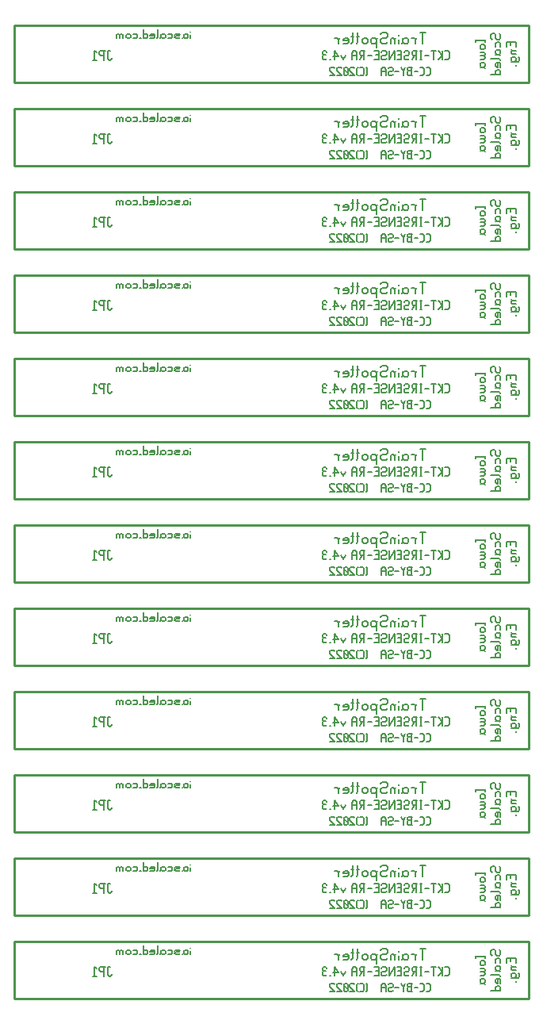
<source format=gbr>
G04 start of page 10 for group -4078 idx -4078 *
G04 Title: (unknown), bottomsilk *
G04 Creator: pcb 4.0.2 *
G04 CreationDate: Mon Jul 24 21:31:59 2023 UTC *
G04 For: railfan *
G04 Format: Gerber/RS-274X *
G04 PCB-Dimensions (mil): 3000.00 5500.00 *
G04 PCB-Coordinate-Origin: lower left *
%MOIN*%
%FSLAX25Y25*%
%LNBOTTOMSILK*%
%ADD53C,0.0080*%
%ADD52C,0.0100*%
G54D52*X53000Y479500D02*X269500D01*
Y455500D02*X53000D01*
Y479500D02*Y455500D01*
Y444500D02*X269500D01*
Y420500D02*X53000D01*
Y444500D02*Y420500D01*
Y409500D02*X269500D01*
Y479500D02*Y455500D01*
Y444500D02*Y420500D01*
Y409500D02*Y385500D01*
X53000D01*
Y374500D02*X269500D01*
X53000D02*Y350500D01*
Y409500D02*Y385500D01*
X269500Y350500D02*X53000D01*
X269500Y374500D02*Y350500D01*
X53000Y339500D02*X269500D01*
Y315500D02*X53000D01*
X269500Y339500D02*Y315500D01*
X53000Y339500D02*Y315500D01*
Y304500D02*X269500D01*
Y280500D02*X53000D01*
Y304500D02*Y280500D01*
Y269500D02*X269500D01*
Y245500D02*X53000D01*
Y269500D02*Y245500D01*
X269500Y304500D02*Y280500D01*
Y269500D02*Y245500D01*
X53000Y234500D02*X269500D01*
Y210500D02*X53000D01*
Y234500D02*Y210500D01*
Y199500D02*X269500D01*
Y175500D02*X53000D01*
Y199500D02*Y175500D01*
X269500Y234500D02*Y210500D01*
Y199500D02*Y175500D01*
Y164500D02*Y140500D01*
Y94500D02*Y70500D01*
X53000Y164500D02*X269500D01*
Y129500D02*Y105500D01*
Y140500D02*X53000D01*
Y164500D02*Y140500D01*
Y129500D02*X269500D01*
Y105500D02*X53000D01*
Y129500D02*Y105500D01*
Y94500D02*X269500D01*
X53000D02*Y70500D01*
X269500D02*X53000D01*
G54D53*X261800Y436000D02*Y437500D01*
X264000Y435500D02*Y437500D01*
X260000D02*X264000D01*
X260000Y435500D02*Y437500D01*
X262500Y433800D02*X264000D01*
X262500D02*X262000Y433300D01*
Y432800D02*Y433300D01*
Y432800D02*X262500Y432300D01*
X264000D01*
X262000Y434300D02*X262500Y433800D01*
X262000Y429600D02*X262500Y429100D01*
X262000Y429600D02*Y430600D01*
X262500Y431100D02*X262000Y430600D01*
X262500Y431100D02*X263500D01*
X264000Y430600D01*
Y429600D02*Y430600D01*
Y429600D02*X263500Y429100D01*
X265000Y431100D02*X265500Y430600D01*
Y429600D02*Y430600D01*
Y429600D02*X265000Y429100D01*
X262000D02*X265000D01*
X264000Y427400D02*Y427900D01*
X261800Y401000D02*Y402500D01*
X264000Y400500D02*Y402500D01*
X260000D02*X264000D01*
X260000Y400500D02*Y402500D01*
X262500Y398800D02*X264000D01*
X262500D02*X262000Y398300D01*
Y397800D02*Y398300D01*
Y397800D02*X262500Y397300D01*
X264000D01*
X262000Y399300D02*X262500Y398800D01*
X262000Y394600D02*X262500Y394100D01*
X262000Y394600D02*Y395600D01*
X262500Y396100D02*X262000Y395600D01*
X262500Y396100D02*X263500D01*
X264000Y395600D01*
Y394600D02*Y395600D01*
Y394600D02*X263500Y394100D01*
X265000Y396100D02*X265500Y395600D01*
Y394600D02*Y395600D01*
Y394600D02*X265000Y394100D01*
X262000D02*X265000D01*
X264000Y392400D02*Y392900D01*
X261800Y366000D02*Y367500D01*
X264000Y365500D02*Y367500D01*
X260000D02*X264000D01*
X260000Y365500D02*Y367500D01*
X262500Y363800D02*X264000D01*
X262500D02*X262000Y363300D01*
Y362800D02*Y363300D01*
Y362800D02*X262500Y362300D01*
X264000D01*
X262000Y364300D02*X262500Y363800D01*
X262000Y359600D02*X262500Y359100D01*
X262000Y359600D02*Y360600D01*
X262500Y361100D02*X262000Y360600D01*
X262500Y361100D02*X263500D01*
X264000Y360600D01*
Y359600D02*Y360600D01*
Y359600D02*X263500Y359100D01*
X265000Y361100D02*X265500Y360600D01*
Y359600D02*Y360600D01*
Y359600D02*X265000Y359100D01*
X262000D02*X265000D01*
X264000Y357400D02*Y357900D01*
X261800Y331000D02*Y332500D01*
X264000Y330500D02*Y332500D01*
X260000D02*X264000D01*
X260000Y330500D02*Y332500D01*
X262500Y328800D02*X264000D01*
X262500D02*X262000Y328300D01*
Y327800D02*Y328300D01*
Y327800D02*X262500Y327300D01*
X264000D01*
X262000Y329300D02*X262500Y328800D01*
X262000Y324600D02*X262500Y324100D01*
X262000Y324600D02*Y325600D01*
X262500Y326100D02*X262000Y325600D01*
X262500Y326100D02*X263500D01*
X264000Y325600D01*
Y324600D02*Y325600D01*
Y324600D02*X263500Y324100D01*
X265000Y326100D02*X265500Y325600D01*
Y324600D02*Y325600D01*
Y324600D02*X265000Y324100D01*
X262000D02*X265000D01*
X264000Y322400D02*Y322900D01*
X253500Y439000D02*X254000Y438500D01*
X253500Y439000D02*Y440500D01*
X254000Y441000D02*X253500Y440500D01*
X254000Y441000D02*X255000D01*
X255500Y440500D01*
Y439000D02*Y440500D01*
Y439000D02*X256000Y438500D01*
X257000D01*
X257500Y439000D02*X257000Y438500D01*
X257500Y439000D02*Y440500D01*
X257000Y441000D02*X257500Y440500D01*
X255500Y435300D02*Y436800D01*
X256000Y437300D02*X255500Y436800D01*
X256000Y437300D02*X257000D01*
X257500Y436800D01*
Y435300D02*Y436800D01*
X255500Y432600D02*X256000Y432100D01*
X255500Y432600D02*Y433600D01*
X256000Y434100D02*X255500Y433600D01*
X256000Y434100D02*X257000D01*
X257500Y433600D01*
X255500Y432100D02*X257000D01*
X257500Y431600D01*
Y432600D02*Y433600D01*
Y432600D02*X257000Y432100D01*
X253500Y430400D02*X257000D01*
X257500Y429900D01*
Y426900D02*Y428400D01*
X257000Y428900D02*X257500Y428400D01*
X256000Y428900D02*X257000D01*
X256000D02*X255500Y428400D01*
Y427400D02*Y428400D01*
Y427400D02*X256000Y426900D01*
X256500D02*Y428900D01*
X256000Y426900D02*X256500D01*
X253500Y423700D02*X257500D01*
Y424200D02*X257000Y423700D01*
X257500Y424200D02*Y425200D01*
X257000Y425700D02*X257500Y425200D01*
X256000Y425700D02*X257000D01*
X256000D02*X255500Y425200D01*
Y424200D02*Y425200D01*
Y424200D02*X256000Y423700D01*
X253500Y404000D02*X254000Y403500D01*
X253500Y404000D02*Y405500D01*
X254000Y406000D02*X253500Y405500D01*
X254000Y406000D02*X255000D01*
X255500Y405500D01*
Y404000D02*Y405500D01*
Y404000D02*X256000Y403500D01*
X257000D01*
X257500Y404000D02*X257000Y403500D01*
X257500Y404000D02*Y405500D01*
X257000Y406000D02*X257500Y405500D01*
X255500Y400300D02*Y401800D01*
X256000Y402300D02*X255500Y401800D01*
X256000Y402300D02*X257000D01*
X257500Y401800D01*
Y400300D02*Y401800D01*
X255500Y397600D02*X256000Y397100D01*
X255500Y397600D02*Y398600D01*
X256000Y399100D02*X255500Y398600D01*
X256000Y399100D02*X257000D01*
X257500Y398600D01*
X255500Y397100D02*X257000D01*
X257500Y396600D01*
Y397600D02*Y398600D01*
Y397600D02*X257000Y397100D01*
X253500Y395400D02*X257000D01*
X257500Y394900D01*
Y391900D02*Y393400D01*
X257000Y393900D02*X257500Y393400D01*
X256000Y393900D02*X257000D01*
X256000D02*X255500Y393400D01*
Y392400D02*Y393400D01*
Y392400D02*X256000Y391900D01*
X256500D02*Y393900D01*
X256000Y391900D02*X256500D01*
X253500Y388700D02*X257500D01*
Y389200D02*X257000Y388700D01*
X257500Y389200D02*Y390200D01*
X257000Y390700D02*X257500Y390200D01*
X256000Y390700D02*X257000D01*
X256000D02*X255500Y390200D01*
Y389200D02*Y390200D01*
Y389200D02*X256000Y388700D01*
X247000Y402500D02*Y403500D01*
Y403000D02*X251000D01*
Y402500D02*Y403500D01*
X249500Y401300D02*X250500D01*
X249500D02*X249000Y400800D01*
Y399800D02*Y400800D01*
Y399800D02*X249500Y399300D01*
X250500D01*
X251000Y399800D02*X250500Y399300D01*
X251000Y399800D02*Y400800D01*
X250500Y401300D02*X251000Y400800D01*
X249000Y398100D02*X250500D01*
X251000Y397600D01*
Y397100D02*Y397600D01*
Y397100D02*X250500Y396600D01*
X249000D02*X250500D01*
X251000Y396100D01*
Y395600D02*Y396100D01*
Y395600D02*X250500Y395100D01*
X249000D02*X250500D01*
X249000Y392400D02*X249500Y391900D01*
X249000Y392400D02*Y393400D01*
X249500Y393900D02*X249000Y393400D01*
X249500Y393900D02*X250500D01*
X251000Y393400D01*
X249000Y391900D02*X250500D01*
X251000Y391400D01*
Y392400D02*Y393400D01*
Y392400D02*X250500Y391900D01*
X253500Y369000D02*X254000Y368500D01*
X253500Y369000D02*Y370500D01*
X254000Y371000D02*X253500Y370500D01*
X254000Y371000D02*X255000D01*
X255500Y370500D01*
Y369000D02*Y370500D01*
Y369000D02*X256000Y368500D01*
X257000D01*
X257500Y369000D02*X257000Y368500D01*
X257500Y369000D02*Y370500D01*
X257000Y371000D02*X257500Y370500D01*
X255500Y365300D02*Y366800D01*
X256000Y367300D02*X255500Y366800D01*
X256000Y367300D02*X257000D01*
X257500Y366800D01*
Y365300D02*Y366800D01*
X255500Y362600D02*X256000Y362100D01*
X255500Y362600D02*Y363600D01*
X256000Y364100D02*X255500Y363600D01*
X256000Y364100D02*X257000D01*
X257500Y363600D01*
X255500Y362100D02*X257000D01*
X257500Y361600D01*
Y362600D02*Y363600D01*
Y362600D02*X257000Y362100D01*
X253500Y360400D02*X257000D01*
X257500Y359900D01*
Y356900D02*Y358400D01*
X257000Y358900D02*X257500Y358400D01*
X256000Y358900D02*X257000D01*
X256000D02*X255500Y358400D01*
Y357400D02*Y358400D01*
Y357400D02*X256000Y356900D01*
X256500D02*Y358900D01*
X256000Y356900D02*X256500D01*
X253500Y353700D02*X257500D01*
Y354200D02*X257000Y353700D01*
X257500Y354200D02*Y355200D01*
X257000Y355700D02*X257500Y355200D01*
X256000Y355700D02*X257000D01*
X256000D02*X255500Y355200D01*
Y354200D02*Y355200D01*
Y354200D02*X256000Y353700D01*
X247000Y367500D02*Y368500D01*
Y368000D02*X251000D01*
Y367500D02*Y368500D01*
X249500Y366300D02*X250500D01*
X249500D02*X249000Y365800D01*
Y364800D02*Y365800D01*
Y364800D02*X249500Y364300D01*
X250500D01*
X251000Y364800D02*X250500Y364300D01*
X251000Y364800D02*Y365800D01*
X250500Y366300D02*X251000Y365800D01*
X249000Y363100D02*X250500D01*
X251000Y362600D01*
Y362100D02*Y362600D01*
Y362100D02*X250500Y361600D01*
X249000D02*X250500D01*
X251000Y361100D01*
Y360600D02*Y361100D01*
Y360600D02*X250500Y360100D01*
X249000D02*X250500D01*
X249000Y357400D02*X249500Y356900D01*
X249000Y357400D02*Y358400D01*
X249500Y358900D02*X249000Y358400D01*
X249500Y358900D02*X250500D01*
X251000Y358400D01*
X249000Y356900D02*X250500D01*
X251000Y356400D01*
Y357400D02*Y358400D01*
Y357400D02*X250500Y356900D01*
X253500Y334000D02*X254000Y333500D01*
X253500Y334000D02*Y335500D01*
X254000Y336000D02*X253500Y335500D01*
X254000Y336000D02*X255000D01*
X255500Y335500D01*
Y334000D02*Y335500D01*
Y334000D02*X256000Y333500D01*
X257000D01*
X257500Y334000D02*X257000Y333500D01*
X257500Y334000D02*Y335500D01*
X257000Y336000D02*X257500Y335500D01*
X255500Y330300D02*Y331800D01*
X256000Y332300D02*X255500Y331800D01*
X256000Y332300D02*X257000D01*
X257500Y331800D01*
Y330300D02*Y331800D01*
X255500Y327600D02*X256000Y327100D01*
X255500Y327600D02*Y328600D01*
X256000Y329100D02*X255500Y328600D01*
X256000Y329100D02*X257000D01*
X257500Y328600D01*
X255500Y327100D02*X257000D01*
X257500Y326600D01*
Y327600D02*Y328600D01*
Y327600D02*X257000Y327100D01*
X253500Y325400D02*X257000D01*
X257500Y324900D01*
Y321900D02*Y323400D01*
X257000Y323900D02*X257500Y323400D01*
X256000Y323900D02*X257000D01*
X256000D02*X255500Y323400D01*
Y322400D02*Y323400D01*
Y322400D02*X256000Y321900D01*
X256500D02*Y323900D01*
X256000Y321900D02*X256500D01*
X253500Y318700D02*X257500D01*
Y319200D02*X257000Y318700D01*
X257500Y319200D02*Y320200D01*
X257000Y320700D02*X257500Y320200D01*
X256000Y320700D02*X257000D01*
X256000D02*X255500Y320200D01*
Y319200D02*Y320200D01*
Y319200D02*X256000Y318700D01*
X247000Y332500D02*Y333500D01*
Y333000D02*X251000D01*
Y332500D02*Y333500D01*
X249500Y331300D02*X250500D01*
X249500D02*X249000Y330800D01*
Y329800D02*Y330800D01*
Y329800D02*X249500Y329300D01*
X250500D01*
X251000Y329800D02*X250500Y329300D01*
X251000Y329800D02*Y330800D01*
X250500Y331300D02*X251000Y330800D01*
X249000Y328100D02*X250500D01*
X251000Y327600D01*
Y327100D02*Y327600D01*
Y327100D02*X250500Y326600D01*
X249000D02*X250500D01*
X251000Y326100D01*
Y325600D02*Y326100D01*
Y325600D02*X250500Y325100D01*
X249000D02*X250500D01*
X249000Y322400D02*X249500Y321900D01*
X249000Y322400D02*Y323400D01*
X249500Y323900D02*X249000Y323400D01*
X249500Y323900D02*X250500D01*
X251000Y323400D01*
X249000Y321900D02*X250500D01*
X251000Y321400D01*
Y322400D02*Y323400D01*
Y322400D02*X250500Y321900D01*
X234200Y290000D02*X235370D01*
X236000Y290630D02*X235370Y290000D01*
X236000Y290630D02*Y292970D01*
X235370Y293600D01*
X234200D02*X235370D01*
X233120Y290000D02*Y293600D01*
Y291800D02*X231320Y293600D01*
X233120Y291800D02*X231320Y290000D01*
X228440Y293600D02*X230240D01*
X229340Y290000D02*Y293600D01*
X225560Y291800D02*X227360D01*
X223580Y293600D02*X224480D01*
X224030Y290000D02*Y293600D01*
X223580Y290000D02*X224480D01*
X220700Y293600D02*X222500D01*
X220700D02*X220250Y293150D01*
Y292250D02*Y293150D01*
X220700Y291800D02*X220250Y292250D01*
X220700Y291800D02*X222050D01*
Y290000D02*Y293600D01*
X221330Y291800D02*X220250Y290000D01*
X217370Y293600D02*X216920Y293150D01*
X217370Y293600D02*X218720D01*
X219170Y293150D02*X218720Y293600D01*
X219170Y292250D02*Y293150D01*
Y292250D02*X218720Y291800D01*
X217370D02*X218720D01*
X217370D02*X216920Y291350D01*
Y290450D02*Y291350D01*
X217370Y290000D02*X216920Y290450D01*
X217370Y290000D02*X218720D01*
X219170Y290450D02*X218720Y290000D01*
X214490Y291980D02*X215840D01*
X214040Y290000D02*X215840D01*
Y293600D01*
X214040D02*X215840D01*
X212960Y290000D02*Y293600D01*
X210710Y290000D01*
Y293600D01*
X207830D02*X207380Y293150D01*
X207830Y293600D02*X209180D01*
X209630Y293150D02*X209180Y293600D01*
X209630Y292250D02*Y293150D01*
Y292250D02*X209180Y291800D01*
X207830D02*X209180D01*
X207830D02*X207380Y291350D01*
Y290450D02*Y291350D01*
X207830Y290000D02*X207380Y290450D01*
X207830Y290000D02*X209180D01*
X209630Y290450D02*X209180Y290000D01*
X204950Y291980D02*X206300D01*
X204500Y290000D02*X206300D01*
Y293600D01*
X204500D02*X206300D01*
X201620Y291800D02*X203420D01*
X198740Y293600D02*X200540D01*
X198740D02*X198290Y293150D01*
Y292250D02*Y293150D01*
X198740Y291800D02*X198290Y292250D01*
X198740Y291800D02*X200090D01*
Y290000D02*Y293600D01*
X199370Y291800D02*X198290Y290000D01*
X197210D02*Y292700D01*
X196580Y293600D01*
X195590D02*X196580D01*
X195590D02*X194960Y292700D01*
Y290000D02*Y292700D01*
Y291800D02*X197210D01*
X192260D02*X191360Y290000D01*
X190460Y291800D02*X191360Y290000D01*
X189380Y291350D02*X187580Y293600D01*
X187130Y291350D02*X189380D01*
X187580Y290000D02*Y293600D01*
X185600Y290000D02*X186050D01*
X184520Y293150D02*X184070Y293600D01*
X183170D02*X184070D01*
X183170D02*X182720Y293150D01*
X183170Y290000D02*X182720Y290450D01*
X183170Y290000D02*X184070D01*
X184520Y290450D02*X184070Y290000D01*
X183170Y291980D02*X184070D01*
X182720Y292430D02*Y293150D01*
Y290450D02*Y291530D01*
X183170Y291980D01*
X182720Y292430D02*X183170Y291980D01*
X201500Y283900D02*X201100Y283500D01*
X201500Y286300D02*X201100Y286700D01*
X201500Y283900D02*Y286300D01*
X198540Y283500D02*X199580D01*
X200140Y284060D02*X199580Y283500D01*
X200140Y284060D02*Y286140D01*
X199580Y286700D01*
X198540D02*X199580D01*
X197580D02*X197180Y286300D01*
Y283900D02*Y286300D01*
X197580Y283500D02*X197180Y283900D01*
X196220Y286300D02*X195820Y286700D01*
X194620D02*X195820D01*
X194620D02*X194220Y286300D01*
Y285500D02*Y286300D01*
X196220Y283500D02*X194220Y285500D01*
Y283500D02*X196220D01*
X193260Y283900D02*X192860Y283500D01*
X193260Y283900D02*Y286300D01*
X192860Y286700D01*
X192060D02*X192860D01*
X192060D02*X191660Y286300D01*
Y283900D02*Y286300D01*
X192060Y283500D02*X191660Y283900D01*
X192060Y283500D02*X192860D01*
X193260Y284300D02*X191660Y285900D01*
X190700Y286300D02*X190300Y286700D01*
X189100D02*X190300D01*
X189100D02*X188700Y286300D01*
Y285500D02*Y286300D01*
X190700Y283500D02*X188700Y285500D01*
Y283500D02*X190700D01*
X187740Y286300D02*X187340Y286700D01*
X186140D02*X187340D01*
X186140D02*X185740Y286300D01*
Y285500D02*Y286300D01*
X187740Y283500D02*X185740Y285500D01*
Y283500D02*X187740D01*
X226400D02*X227440D01*
X228000Y284060D02*X227440Y283500D01*
X228000Y284060D02*Y286140D01*
X227440Y286700D01*
X226400D02*X227440D01*
X223840Y283500D02*X224880D01*
X225440Y284060D02*X224880Y283500D01*
X225440Y284060D02*Y286140D01*
X224880Y286700D01*
X223840D02*X224880D01*
X221280Y285100D02*X222880D01*
X218720Y283500D02*X220320D01*
X218720D02*X218320Y283900D01*
Y284860D01*
X218720Y285260D02*X218320Y284860D01*
X218720Y285260D02*X219920D01*
Y283500D02*Y286700D01*
X218720D02*X220320D01*
X218720D02*X218320Y286300D01*
Y285660D02*Y286300D01*
X218720Y285260D02*X218320Y285660D01*
X217360Y286700D02*X216560Y285100D01*
X215760Y286700D01*
X216560Y283500D02*Y285100D01*
X213200D02*X214800D01*
X210640Y286700D02*X210240Y286300D01*
X210640Y286700D02*X211840D01*
X212240Y286300D02*X211840Y286700D01*
X212240Y285500D02*Y286300D01*
Y285500D02*X211840Y285100D01*
X210640D02*X211840D01*
X210640D02*X210240Y284700D01*
Y283900D02*Y284700D01*
X210640Y283500D02*X210240Y283900D01*
X210640Y283500D02*X211840D01*
X212240Y283900D02*X211840Y283500D01*
X209280D02*Y285900D01*
X208720Y286700D01*
X207840D02*X208720D01*
X207840D02*X207280Y285900D01*
Y283500D02*Y285900D01*
Y285100D02*X209280D01*
X223717Y266380D02*X225957D01*
X224837Y261900D02*Y266380D01*
X221813Y261900D02*Y263580D01*
X221253Y264140D01*
X220133D02*X221253D01*
X222373D02*X221813Y263580D01*
X217109Y264140D02*X216549Y263580D01*
X217109Y264140D02*X218229D01*
X218789Y263580D02*X218229Y264140D01*
X218789Y262460D02*Y263580D01*
Y262460D02*X218229Y261900D01*
X216549Y262460D02*Y264140D01*
Y262460D02*X215989Y261900D01*
X217109D02*X218229D01*
X217109D02*X216549Y262460D01*
X214645Y265148D02*Y265260D01*
Y261900D02*Y263580D01*
X212965Y261900D02*Y263580D01*
X212405Y264140D01*
X211845D02*X212405D01*
X211845D02*X211285Y263580D01*
Y261900D02*Y263580D01*
X213525Y264140D02*X212965Y263580D01*
X207701Y266380D02*X207141Y265820D01*
X207701Y266380D02*X209381D01*
X209941Y265820D02*X209381Y266380D01*
X209941Y264700D02*Y265820D01*
Y264700D02*X209381Y264140D01*
X207701D02*X209381D01*
X207701D02*X207141Y263580D01*
Y262460D02*Y263580D01*
X207701Y261900D02*X207141Y262460D01*
X207701Y261900D02*X209381D01*
X209941Y262460D02*X209381Y261900D01*
X205237Y260220D02*Y263580D01*
X205797Y264140D02*X205237Y263580D01*
X204677Y264140D01*
X203557D02*X204677D01*
X203557D02*X202997Y263580D01*
Y262460D02*Y263580D01*
X203557Y261900D02*X202997Y262460D01*
X203557Y261900D02*X204677D01*
X205237Y262460D02*X204677Y261900D01*
X201653Y262460D02*Y263580D01*
X201093Y264140D01*
X199973D02*X201093D01*
X199973D02*X199413Y263580D01*
Y262460D02*Y263580D01*
X199973Y261900D02*X199413Y262460D01*
X199973Y261900D02*X201093D01*
X201653Y262460D02*X201093Y261900D01*
X197509Y262460D02*Y266380D01*
Y262460D02*X196949Y261900D01*
Y264700D02*X198069D01*
X195269Y262460D02*Y266380D01*
Y262460D02*X194709Y261900D01*
Y264700D02*X195829D01*
X191349Y261900D02*X193029D01*
X193589Y262460D02*X193029Y261900D01*
X193589Y262460D02*Y263580D01*
X193029Y264140D01*
X191909D02*X193029D01*
X191909D02*X191349Y263580D01*
Y263020D02*X193589D01*
X191349D02*Y263580D01*
X189445Y261900D02*Y263580D01*
X188885Y264140D01*
X187765D02*X188885D01*
X190005D02*X189445Y263580D01*
X234200Y255000D02*X235370D01*
X236000Y255630D02*X235370Y255000D01*
X236000Y255630D02*Y257970D01*
X235370Y258600D01*
X234200D02*X235370D01*
X233120Y255000D02*Y258600D01*
Y256800D02*X231320Y258600D01*
X233120Y256800D02*X231320Y255000D01*
X228440Y258600D02*X230240D01*
X229340Y255000D02*Y258600D01*
X225560Y256800D02*X227360D01*
X223580Y258600D02*X224480D01*
X224030Y255000D02*Y258600D01*
X223580Y255000D02*X224480D01*
X220700Y258600D02*X222500D01*
X220700D02*X220250Y258150D01*
Y257250D02*Y258150D01*
X220700Y256800D02*X220250Y257250D01*
X220700Y256800D02*X222050D01*
Y255000D02*Y258600D01*
X221330Y256800D02*X220250Y255000D01*
X217370Y258600D02*X216920Y258150D01*
X217370Y258600D02*X218720D01*
X219170Y258150D02*X218720Y258600D01*
X219170Y257250D02*Y258150D01*
Y257250D02*X218720Y256800D01*
X217370D02*X218720D01*
X217370D02*X216920Y256350D01*
Y255450D02*Y256350D01*
X217370Y255000D02*X216920Y255450D01*
X217370Y255000D02*X218720D01*
X219170Y255450D02*X218720Y255000D01*
X214490Y256980D02*X215840D01*
X214040Y255000D02*X215840D01*
Y258600D01*
X214040D02*X215840D01*
X212960Y255000D02*Y258600D01*
X210710Y255000D01*
Y258600D01*
X207830D02*X207380Y258150D01*
X207830Y258600D02*X209180D01*
X209630Y258150D02*X209180Y258600D01*
X209630Y257250D02*Y258150D01*
Y257250D02*X209180Y256800D01*
X207830D02*X209180D01*
X207830D02*X207380Y256350D01*
Y255450D02*Y256350D01*
X207830Y255000D02*X207380Y255450D01*
X207830Y255000D02*X209180D01*
X209630Y255450D02*X209180Y255000D01*
X204950Y256980D02*X206300D01*
X204500Y255000D02*X206300D01*
Y258600D01*
X204500D02*X206300D01*
X201620Y256800D02*X203420D01*
X198740Y258600D02*X200540D01*
X198740D02*X198290Y258150D01*
Y257250D02*Y258150D01*
X198740Y256800D02*X198290Y257250D01*
X198740Y256800D02*X200090D01*
Y255000D02*Y258600D01*
X199370Y256800D02*X198290Y255000D01*
X197210D02*Y257700D01*
X196580Y258600D01*
X195590D02*X196580D01*
X195590D02*X194960Y257700D01*
Y255000D02*Y257700D01*
Y256800D02*X197210D01*
X192260D02*X191360Y255000D01*
X190460Y256800D02*X191360Y255000D01*
X189380Y256350D02*X187580Y258600D01*
X187130Y256350D02*X189380D01*
X187580Y255000D02*Y258600D01*
X185600Y255000D02*X186050D01*
X184520Y258150D02*X184070Y258600D01*
X183170D02*X184070D01*
X183170D02*X182720Y258150D01*
X183170Y255000D02*X182720Y255450D01*
X183170Y255000D02*X184070D01*
X184520Y255450D02*X184070Y255000D01*
X183170Y256980D02*X184070D01*
X182720Y257430D02*Y258150D01*
Y255450D02*Y256530D01*
X183170Y256980D01*
X182720Y257430D02*X183170Y256980D01*
X201500Y248900D02*X201100Y248500D01*
X201500Y251300D02*X201100Y251700D01*
X201500Y248900D02*Y251300D01*
X198540Y248500D02*X199580D01*
X200140Y249060D02*X199580Y248500D01*
X200140Y249060D02*Y251140D01*
X199580Y251700D01*
X198540D02*X199580D01*
X197580D02*X197180Y251300D01*
Y248900D02*Y251300D01*
X197580Y248500D02*X197180Y248900D01*
X196220Y251300D02*X195820Y251700D01*
X194620D02*X195820D01*
X194620D02*X194220Y251300D01*
Y250500D02*Y251300D01*
X196220Y248500D02*X194220Y250500D01*
Y248500D02*X196220D01*
X193260Y248900D02*X192860Y248500D01*
X193260Y248900D02*Y251300D01*
X192860Y251700D01*
X192060D02*X192860D01*
X192060D02*X191660Y251300D01*
Y248900D02*Y251300D01*
X192060Y248500D02*X191660Y248900D01*
X192060Y248500D02*X192860D01*
X193260Y249300D02*X191660Y250900D01*
X190700Y251300D02*X190300Y251700D01*
X189100D02*X190300D01*
X189100D02*X188700Y251300D01*
Y250500D02*Y251300D01*
X190700Y248500D02*X188700Y250500D01*
Y248500D02*X190700D01*
X187740Y251300D02*X187340Y251700D01*
X186140D02*X187340D01*
X186140D02*X185740Y251300D01*
Y250500D02*Y251300D01*
X187740Y248500D02*X185740Y250500D01*
Y248500D02*X187740D01*
X226400D02*X227440D01*
X228000Y249060D02*X227440Y248500D01*
X228000Y249060D02*Y251140D01*
X227440Y251700D01*
X226400D02*X227440D01*
X223840Y248500D02*X224880D01*
X225440Y249060D02*X224880Y248500D01*
X225440Y249060D02*Y251140D01*
X224880Y251700D01*
X223840D02*X224880D01*
X221280Y250100D02*X222880D01*
X218720Y248500D02*X220320D01*
X218720D02*X218320Y248900D01*
Y249860D01*
X218720Y250260D02*X218320Y249860D01*
X218720Y250260D02*X219920D01*
Y248500D02*Y251700D01*
X218720D02*X220320D01*
X218720D02*X218320Y251300D01*
Y250660D02*Y251300D01*
X218720Y250260D02*X218320Y250660D01*
X217360Y251700D02*X216560Y250100D01*
X215760Y251700D01*
X216560Y248500D02*Y250100D01*
X213200D02*X214800D01*
X210640Y251700D02*X210240Y251300D01*
X210640Y251700D02*X211840D01*
X212240Y251300D02*X211840Y251700D01*
X212240Y250500D02*Y251300D01*
Y250500D02*X211840Y250100D01*
X210640D02*X211840D01*
X210640D02*X210240Y249700D01*
Y248900D02*Y249700D01*
X210640Y248500D02*X210240Y248900D01*
X210640Y248500D02*X211840D01*
X212240Y248900D02*X211840Y248500D01*
X209280D02*Y250900D01*
X208720Y251700D01*
X207840D02*X208720D01*
X207840D02*X207280Y250900D01*
Y248500D02*Y250900D01*
Y250100D02*X209280D01*
X223717Y231380D02*X225957D01*
X224837Y226900D02*Y231380D01*
X221813Y226900D02*Y228580D01*
X221253Y229140D01*
X220133D02*X221253D01*
X222373D02*X221813Y228580D01*
X217109Y229140D02*X216549Y228580D01*
X217109Y229140D02*X218229D01*
X218789Y228580D02*X218229Y229140D01*
X218789Y227460D02*Y228580D01*
Y227460D02*X218229Y226900D01*
X216549Y227460D02*Y229140D01*
Y227460D02*X215989Y226900D01*
X217109D02*X218229D01*
X217109D02*X216549Y227460D01*
X214645Y230148D02*Y230260D01*
Y226900D02*Y228580D01*
X212965Y226900D02*Y228580D01*
X212405Y229140D01*
X211845D02*X212405D01*
X211845D02*X211285Y228580D01*
Y226900D02*Y228580D01*
X213525Y229140D02*X212965Y228580D01*
X207701Y231380D02*X207141Y230820D01*
X207701Y231380D02*X209381D01*
X209941Y230820D02*X209381Y231380D01*
X209941Y229700D02*Y230820D01*
Y229700D02*X209381Y229140D01*
X207701D02*X209381D01*
X207701D02*X207141Y228580D01*
Y227460D02*Y228580D01*
X207701Y226900D02*X207141Y227460D01*
X207701Y226900D02*X209381D01*
X209941Y227460D02*X209381Y226900D01*
X205237Y225220D02*Y228580D01*
X205797Y229140D02*X205237Y228580D01*
X204677Y229140D01*
X203557D02*X204677D01*
X203557D02*X202997Y228580D01*
Y227460D02*Y228580D01*
X203557Y226900D02*X202997Y227460D01*
X203557Y226900D02*X204677D01*
X205237Y227460D02*X204677Y226900D01*
X201653Y227460D02*Y228580D01*
X201093Y229140D01*
X199973D02*X201093D01*
X199973D02*X199413Y228580D01*
Y227460D02*Y228580D01*
X199973Y226900D02*X199413Y227460D01*
X199973Y226900D02*X201093D01*
X201653Y227460D02*X201093Y226900D01*
X197509Y227460D02*Y231380D01*
Y227460D02*X196949Y226900D01*
Y229700D02*X198069D01*
X195269Y227460D02*Y231380D01*
Y227460D02*X194709Y226900D01*
Y229700D02*X195829D01*
X191349Y226900D02*X193029D01*
X193589Y227460D02*X193029Y226900D01*
X193589Y227460D02*Y228580D01*
X193029Y229140D01*
X191909D02*X193029D01*
X191909D02*X191349Y228580D01*
Y228020D02*X193589D01*
X191349D02*Y228580D01*
X189445Y226900D02*Y228580D01*
X188885Y229140D01*
X187765D02*X188885D01*
X190005D02*X189445Y228580D01*
X234200Y220000D02*X235370D01*
X236000Y220630D02*X235370Y220000D01*
X236000Y220630D02*Y222970D01*
X235370Y223600D01*
X234200D02*X235370D01*
X233120Y220000D02*Y223600D01*
Y221800D02*X231320Y223600D01*
X233120Y221800D02*X231320Y220000D01*
X228440Y223600D02*X230240D01*
X229340Y220000D02*Y223600D01*
X225560Y221800D02*X227360D01*
X223580Y223600D02*X224480D01*
X224030Y220000D02*Y223600D01*
X223580Y220000D02*X224480D01*
X220700Y223600D02*X222500D01*
X220700D02*X220250Y223150D01*
Y222250D02*Y223150D01*
X220700Y221800D02*X220250Y222250D01*
X220700Y221800D02*X222050D01*
Y220000D02*Y223600D01*
X221330Y221800D02*X220250Y220000D01*
X217370Y223600D02*X216920Y223150D01*
X217370Y223600D02*X218720D01*
X219170Y223150D02*X218720Y223600D01*
X219170Y222250D02*Y223150D01*
Y222250D02*X218720Y221800D01*
X217370D02*X218720D01*
X217370D02*X216920Y221350D01*
Y220450D02*Y221350D01*
X217370Y220000D02*X216920Y220450D01*
X217370Y220000D02*X218720D01*
X219170Y220450D02*X218720Y220000D01*
X214490Y221980D02*X215840D01*
X214040Y220000D02*X215840D01*
Y223600D01*
X214040D02*X215840D01*
X212960Y220000D02*Y223600D01*
X210710Y220000D01*
Y223600D01*
X207830D02*X207380Y223150D01*
X207830Y223600D02*X209180D01*
X209630Y223150D02*X209180Y223600D01*
X209630Y222250D02*Y223150D01*
Y222250D02*X209180Y221800D01*
X207830D02*X209180D01*
X207830D02*X207380Y221350D01*
Y220450D02*Y221350D01*
X207830Y220000D02*X207380Y220450D01*
X207830Y220000D02*X209180D01*
X209630Y220450D02*X209180Y220000D01*
X204950Y221980D02*X206300D01*
X204500Y220000D02*X206300D01*
Y223600D01*
X204500D02*X206300D01*
X201620Y221800D02*X203420D01*
X198740Y223600D02*X200540D01*
X198740D02*X198290Y223150D01*
Y222250D02*Y223150D01*
X198740Y221800D02*X198290Y222250D01*
X198740Y221800D02*X200090D01*
Y220000D02*Y223600D01*
X199370Y221800D02*X198290Y220000D01*
X197210D02*Y222700D01*
X196580Y223600D01*
X195590D02*X196580D01*
X195590D02*X194960Y222700D01*
Y220000D02*Y222700D01*
Y221800D02*X197210D01*
X192260D02*X191360Y220000D01*
X190460Y221800D02*X191360Y220000D01*
X189380Y221350D02*X187580Y223600D01*
X187130Y221350D02*X189380D01*
X187580Y220000D02*Y223600D01*
X185600Y220000D02*X186050D01*
X184520Y223150D02*X184070Y223600D01*
X183170D02*X184070D01*
X183170D02*X182720Y223150D01*
X183170Y220000D02*X182720Y220450D01*
X183170Y220000D02*X184070D01*
X184520Y220450D02*X184070Y220000D01*
X183170Y221980D02*X184070D01*
X182720Y222430D02*Y223150D01*
Y220450D02*Y221530D01*
X183170Y221980D01*
X182720Y222430D02*X183170Y221980D01*
X201500Y213900D02*X201100Y213500D01*
X201500Y216300D02*X201100Y216700D01*
X201500Y213900D02*Y216300D01*
X198540Y213500D02*X199580D01*
X200140Y214060D02*X199580Y213500D01*
X200140Y214060D02*Y216140D01*
X199580Y216700D01*
X198540D02*X199580D01*
X197580D02*X197180Y216300D01*
Y213900D02*Y216300D01*
X197580Y213500D02*X197180Y213900D01*
X196220Y216300D02*X195820Y216700D01*
X194620D02*X195820D01*
X194620D02*X194220Y216300D01*
Y215500D02*Y216300D01*
X196220Y213500D02*X194220Y215500D01*
Y213500D02*X196220D01*
X193260Y213900D02*X192860Y213500D01*
X193260Y213900D02*Y216300D01*
X192860Y216700D01*
X192060D02*X192860D01*
X192060D02*X191660Y216300D01*
Y213900D02*Y216300D01*
X192060Y213500D02*X191660Y213900D01*
X192060Y213500D02*X192860D01*
X193260Y214300D02*X191660Y215900D01*
X190700Y216300D02*X190300Y216700D01*
X189100D02*X190300D01*
X189100D02*X188700Y216300D01*
Y215500D02*Y216300D01*
X190700Y213500D02*X188700Y215500D01*
Y213500D02*X190700D01*
X187740Y216300D02*X187340Y216700D01*
X186140D02*X187340D01*
X186140D02*X185740Y216300D01*
Y215500D02*Y216300D01*
X187740Y213500D02*X185740Y215500D01*
Y213500D02*X187740D01*
X226400D02*X227440D01*
X228000Y214060D02*X227440Y213500D01*
X228000Y214060D02*Y216140D01*
X227440Y216700D01*
X226400D02*X227440D01*
X223840Y213500D02*X224880D01*
X225440Y214060D02*X224880Y213500D01*
X225440Y214060D02*Y216140D01*
X224880Y216700D01*
X223840D02*X224880D01*
X221280Y215100D02*X222880D01*
X218720Y213500D02*X220320D01*
X218720D02*X218320Y213900D01*
Y214860D01*
X218720Y215260D02*X218320Y214860D01*
X218720Y215260D02*X219920D01*
Y213500D02*Y216700D01*
X218720D02*X220320D01*
X218720D02*X218320Y216300D01*
Y215660D02*Y216300D01*
X218720Y215260D02*X218320Y215660D01*
X217360Y216700D02*X216560Y215100D01*
X215760Y216700D01*
X216560Y213500D02*Y215100D01*
X213200D02*X214800D01*
X210640Y216700D02*X210240Y216300D01*
X210640Y216700D02*X211840D01*
X212240Y216300D02*X211840Y216700D01*
X212240Y215500D02*Y216300D01*
Y215500D02*X211840Y215100D01*
X210640D02*X211840D01*
X210640D02*X210240Y214700D01*
Y213900D02*Y214700D01*
X210640Y213500D02*X210240Y213900D01*
X210640Y213500D02*X211840D01*
X212240Y213900D02*X211840Y213500D01*
X209280D02*Y215900D01*
X208720Y216700D01*
X207840D02*X208720D01*
X207840D02*X207280Y215900D01*
Y213500D02*Y215900D01*
Y215100D02*X209280D01*
X223717Y196380D02*X225957D01*
X224837Y191900D02*Y196380D01*
X221813Y191900D02*Y193580D01*
X221253Y194140D01*
X220133D02*X221253D01*
X222373D02*X221813Y193580D01*
X217109Y194140D02*X216549Y193580D01*
X217109Y194140D02*X218229D01*
X218789Y193580D02*X218229Y194140D01*
X218789Y192460D02*Y193580D01*
Y192460D02*X218229Y191900D01*
X216549Y192460D02*Y194140D01*
Y192460D02*X215989Y191900D01*
X217109D02*X218229D01*
X217109D02*X216549Y192460D01*
X214645Y195148D02*Y195260D01*
Y191900D02*Y193580D01*
X212965Y191900D02*Y193580D01*
X212405Y194140D01*
X211845D02*X212405D01*
X211845D02*X211285Y193580D01*
Y191900D02*Y193580D01*
X213525Y194140D02*X212965Y193580D01*
X207701Y196380D02*X207141Y195820D01*
X207701Y196380D02*X209381D01*
X209941Y195820D02*X209381Y196380D01*
X209941Y194700D02*Y195820D01*
Y194700D02*X209381Y194140D01*
X207701D02*X209381D01*
X207701D02*X207141Y193580D01*
Y192460D02*Y193580D01*
X207701Y191900D02*X207141Y192460D01*
X207701Y191900D02*X209381D01*
X209941Y192460D02*X209381Y191900D01*
X205237Y190220D02*Y193580D01*
X205797Y194140D02*X205237Y193580D01*
X204677Y194140D01*
X203557D02*X204677D01*
X203557D02*X202997Y193580D01*
Y192460D02*Y193580D01*
X203557Y191900D02*X202997Y192460D01*
X203557Y191900D02*X204677D01*
X205237Y192460D02*X204677Y191900D01*
X201653Y192460D02*Y193580D01*
X201093Y194140D01*
X199973D02*X201093D01*
X199973D02*X199413Y193580D01*
Y192460D02*Y193580D01*
X199973Y191900D02*X199413Y192460D01*
X199973Y191900D02*X201093D01*
X201653Y192460D02*X201093Y191900D01*
X197509Y192460D02*Y196380D01*
Y192460D02*X196949Y191900D01*
Y194700D02*X198069D01*
X195269Y192460D02*Y196380D01*
Y192460D02*X194709Y191900D01*
Y194700D02*X195829D01*
X191349Y191900D02*X193029D01*
X193589Y192460D02*X193029Y191900D01*
X193589Y192460D02*Y193580D01*
X193029Y194140D01*
X191909D02*X193029D01*
X191909D02*X191349Y193580D01*
Y193020D02*X193589D01*
X191349D02*Y193580D01*
X189445Y191900D02*Y193580D01*
X188885Y194140D01*
X187765D02*X188885D01*
X190005D02*X189445Y193580D01*
X234200Y185000D02*X235370D01*
X236000Y185630D02*X235370Y185000D01*
X236000Y185630D02*Y187970D01*
X235370Y188600D01*
X234200D02*X235370D01*
X233120Y185000D02*Y188600D01*
Y186800D02*X231320Y188600D01*
X233120Y186800D02*X231320Y185000D01*
X228440Y188600D02*X230240D01*
X229340Y185000D02*Y188600D01*
X225560Y186800D02*X227360D01*
X223580Y188600D02*X224480D01*
X224030Y185000D02*Y188600D01*
X223580Y185000D02*X224480D01*
X220700Y188600D02*X222500D01*
X220700D02*X220250Y188150D01*
Y187250D02*Y188150D01*
X220700Y186800D02*X220250Y187250D01*
X220700Y186800D02*X222050D01*
Y185000D02*Y188600D01*
X221330Y186800D02*X220250Y185000D01*
X217370Y188600D02*X216920Y188150D01*
X217370Y188600D02*X218720D01*
X219170Y188150D02*X218720Y188600D01*
X219170Y187250D02*Y188150D01*
Y187250D02*X218720Y186800D01*
X217370D02*X218720D01*
X217370D02*X216920Y186350D01*
Y185450D02*Y186350D01*
X217370Y185000D02*X216920Y185450D01*
X217370Y185000D02*X218720D01*
X219170Y185450D02*X218720Y185000D01*
X214490Y186980D02*X215840D01*
X214040Y185000D02*X215840D01*
Y188600D01*
X214040D02*X215840D01*
X212960Y185000D02*Y188600D01*
X210710Y185000D01*
Y188600D01*
X207830D02*X207380Y188150D01*
X207830Y188600D02*X209180D01*
X209630Y188150D02*X209180Y188600D01*
X209630Y187250D02*Y188150D01*
Y187250D02*X209180Y186800D01*
X207830D02*X209180D01*
X207830D02*X207380Y186350D01*
Y185450D02*Y186350D01*
X207830Y185000D02*X207380Y185450D01*
X207830Y185000D02*X209180D01*
X209630Y185450D02*X209180Y185000D01*
X204950Y186980D02*X206300D01*
X204500Y185000D02*X206300D01*
Y188600D01*
X204500D02*X206300D01*
X201620Y186800D02*X203420D01*
X198740Y188600D02*X200540D01*
X198740D02*X198290Y188150D01*
Y187250D02*Y188150D01*
X198740Y186800D02*X198290Y187250D01*
X198740Y186800D02*X200090D01*
Y185000D02*Y188600D01*
X199370Y186800D02*X198290Y185000D01*
X197210D02*Y187700D01*
X196580Y188600D01*
X195590D02*X196580D01*
X195590D02*X194960Y187700D01*
Y185000D02*Y187700D01*
Y186800D02*X197210D01*
X192260D02*X191360Y185000D01*
X190460Y186800D02*X191360Y185000D01*
X189380Y186350D02*X187580Y188600D01*
X187130Y186350D02*X189380D01*
X187580Y185000D02*Y188600D01*
X185600Y185000D02*X186050D01*
X184520Y188150D02*X184070Y188600D01*
X183170D02*X184070D01*
X183170D02*X182720Y188150D01*
X183170Y185000D02*X182720Y185450D01*
X183170Y185000D02*X184070D01*
X184520Y185450D02*X184070Y185000D01*
X183170Y186980D02*X184070D01*
X182720Y187430D02*Y188150D01*
Y185450D02*Y186530D01*
X183170Y186980D01*
X182720Y187430D02*X183170Y186980D01*
X201500Y178900D02*X201100Y178500D01*
X201500Y181300D02*X201100Y181700D01*
X201500Y178900D02*Y181300D01*
X198540Y178500D02*X199580D01*
X200140Y179060D02*X199580Y178500D01*
X200140Y179060D02*Y181140D01*
X199580Y181700D01*
X198540D02*X199580D01*
X197580D02*X197180Y181300D01*
Y178900D02*Y181300D01*
X197580Y178500D02*X197180Y178900D01*
X196220Y181300D02*X195820Y181700D01*
X194620D02*X195820D01*
X194620D02*X194220Y181300D01*
Y180500D02*Y181300D01*
X196220Y178500D02*X194220Y180500D01*
Y178500D02*X196220D01*
X193260Y178900D02*X192860Y178500D01*
X193260Y178900D02*Y181300D01*
X192860Y181700D01*
X192060D02*X192860D01*
X192060D02*X191660Y181300D01*
Y178900D02*Y181300D01*
X192060Y178500D02*X191660Y178900D01*
X192060Y178500D02*X192860D01*
X193260Y179300D02*X191660Y180900D01*
X190700Y181300D02*X190300Y181700D01*
X189100D02*X190300D01*
X189100D02*X188700Y181300D01*
Y180500D02*Y181300D01*
X190700Y178500D02*X188700Y180500D01*
Y178500D02*X190700D01*
X187740Y181300D02*X187340Y181700D01*
X186140D02*X187340D01*
X186140D02*X185740Y181300D01*
Y180500D02*Y181300D01*
X187740Y178500D02*X185740Y180500D01*
Y178500D02*X187740D01*
X226400D02*X227440D01*
X228000Y179060D02*X227440Y178500D01*
X228000Y179060D02*Y181140D01*
X227440Y181700D01*
X226400D02*X227440D01*
X223840Y178500D02*X224880D01*
X225440Y179060D02*X224880Y178500D01*
X225440Y179060D02*Y181140D01*
X224880Y181700D01*
X223840D02*X224880D01*
X221280Y180100D02*X222880D01*
X218720Y178500D02*X220320D01*
X218720D02*X218320Y178900D01*
Y179860D01*
X218720Y180260D02*X218320Y179860D01*
X218720Y180260D02*X219920D01*
Y178500D02*Y181700D01*
X218720D02*X220320D01*
X218720D02*X218320Y181300D01*
Y180660D02*Y181300D01*
X218720Y180260D02*X218320Y180660D01*
X217360Y181700D02*X216560Y180100D01*
X215760Y181700D01*
X216560Y178500D02*Y180100D01*
X213200D02*X214800D01*
X210640Y181700D02*X210240Y181300D01*
X210640Y181700D02*X211840D01*
X212240Y181300D02*X211840Y181700D01*
X212240Y180500D02*Y181300D01*
Y180500D02*X211840Y180100D01*
X210640D02*X211840D01*
X210640D02*X210240Y179700D01*
Y178900D02*Y179700D01*
X210640Y178500D02*X210240Y178900D01*
X210640Y178500D02*X211840D01*
X212240Y178900D02*X211840Y178500D01*
X209280D02*Y180900D01*
X208720Y181700D01*
X207840D02*X208720D01*
X207840D02*X207280Y180900D01*
Y178500D02*Y180900D01*
Y180100D02*X209280D01*
X223717Y161380D02*X225957D01*
X224837Y156900D02*Y161380D01*
X221813Y156900D02*Y158580D01*
X221253Y159140D01*
X220133D02*X221253D01*
X222373D02*X221813Y158580D01*
X217109Y159140D02*X216549Y158580D01*
X217109Y159140D02*X218229D01*
X218789Y158580D02*X218229Y159140D01*
X218789Y157460D02*Y158580D01*
Y157460D02*X218229Y156900D01*
X216549Y157460D02*Y159140D01*
Y157460D02*X215989Y156900D01*
X217109D02*X218229D01*
X217109D02*X216549Y157460D01*
X214645Y160148D02*Y160260D01*
Y156900D02*Y158580D01*
X212965Y156900D02*Y158580D01*
X212405Y159140D01*
X211845D02*X212405D01*
X211845D02*X211285Y158580D01*
Y156900D02*Y158580D01*
X213525Y159140D02*X212965Y158580D01*
X207701Y161380D02*X207141Y160820D01*
X207701Y161380D02*X209381D01*
X209941Y160820D02*X209381Y161380D01*
X209941Y159700D02*Y160820D01*
Y159700D02*X209381Y159140D01*
X207701D02*X209381D01*
X207701D02*X207141Y158580D01*
Y157460D02*Y158580D01*
X207701Y156900D02*X207141Y157460D01*
X207701Y156900D02*X209381D01*
X209941Y157460D02*X209381Y156900D01*
X205237Y155220D02*Y158580D01*
X205797Y159140D02*X205237Y158580D01*
X204677Y159140D01*
X203557D02*X204677D01*
X203557D02*X202997Y158580D01*
Y157460D02*Y158580D01*
X203557Y156900D02*X202997Y157460D01*
X203557Y156900D02*X204677D01*
X205237Y157460D02*X204677Y156900D01*
X201653Y157460D02*Y158580D01*
X201093Y159140D01*
X199973D02*X201093D01*
X199973D02*X199413Y158580D01*
Y157460D02*Y158580D01*
X199973Y156900D02*X199413Y157460D01*
X199973Y156900D02*X201093D01*
X201653Y157460D02*X201093Y156900D01*
X197509Y157460D02*Y161380D01*
Y157460D02*X196949Y156900D01*
Y159700D02*X198069D01*
X195269Y157460D02*Y161380D01*
Y157460D02*X194709Y156900D01*
Y159700D02*X195829D01*
X191349Y156900D02*X193029D01*
X193589Y157460D02*X193029Y156900D01*
X193589Y157460D02*Y158580D01*
X193029Y159140D01*
X191909D02*X193029D01*
X191909D02*X191349Y158580D01*
Y158020D02*X193589D01*
X191349D02*Y158580D01*
X189445Y156900D02*Y158580D01*
X188885Y159140D01*
X187765D02*X188885D01*
X190005D02*X189445Y158580D01*
X234200Y150000D02*X235370D01*
X236000Y150630D02*X235370Y150000D01*
X236000Y150630D02*Y152970D01*
X235370Y153600D01*
X234200D02*X235370D01*
X233120Y150000D02*Y153600D01*
Y151800D02*X231320Y153600D01*
X233120Y151800D02*X231320Y150000D01*
X228440Y153600D02*X230240D01*
X229340Y150000D02*Y153600D01*
X225560Y151800D02*X227360D01*
X223580Y153600D02*X224480D01*
X224030Y150000D02*Y153600D01*
X223580Y150000D02*X224480D01*
X220700Y153600D02*X222500D01*
X220700D02*X220250Y153150D01*
Y152250D02*Y153150D01*
X220700Y151800D02*X220250Y152250D01*
X220700Y151800D02*X222050D01*
Y150000D02*Y153600D01*
X221330Y151800D02*X220250Y150000D01*
X217370Y153600D02*X216920Y153150D01*
X217370Y153600D02*X218720D01*
X219170Y153150D02*X218720Y153600D01*
X219170Y152250D02*Y153150D01*
Y152250D02*X218720Y151800D01*
X217370D02*X218720D01*
X217370D02*X216920Y151350D01*
Y150450D02*Y151350D01*
X217370Y150000D02*X216920Y150450D01*
X217370Y150000D02*X218720D01*
X219170Y150450D02*X218720Y150000D01*
X214490Y151980D02*X215840D01*
X214040Y150000D02*X215840D01*
Y153600D01*
X214040D02*X215840D01*
X212960Y150000D02*Y153600D01*
X210710Y150000D01*
Y153600D01*
X207830D02*X207380Y153150D01*
X207830Y153600D02*X209180D01*
X209630Y153150D02*X209180Y153600D01*
X209630Y152250D02*Y153150D01*
Y152250D02*X209180Y151800D01*
X207830D02*X209180D01*
X207830D02*X207380Y151350D01*
Y150450D02*Y151350D01*
X207830Y150000D02*X207380Y150450D01*
X207830Y150000D02*X209180D01*
X209630Y150450D02*X209180Y150000D01*
X204950Y151980D02*X206300D01*
X204500Y150000D02*X206300D01*
Y153600D01*
X204500D02*X206300D01*
X201620Y151800D02*X203420D01*
X198740Y153600D02*X200540D01*
X198740D02*X198290Y153150D01*
Y152250D02*Y153150D01*
X198740Y151800D02*X198290Y152250D01*
X198740Y151800D02*X200090D01*
Y150000D02*Y153600D01*
X199370Y151800D02*X198290Y150000D01*
X197210D02*Y152700D01*
X196580Y153600D01*
X195590D02*X196580D01*
X195590D02*X194960Y152700D01*
Y150000D02*Y152700D01*
Y151800D02*X197210D01*
X192260D02*X191360Y150000D01*
X190460Y151800D02*X191360Y150000D01*
X189380Y151350D02*X187580Y153600D01*
X187130Y151350D02*X189380D01*
X187580Y150000D02*Y153600D01*
X185600Y150000D02*X186050D01*
X184520Y153150D02*X184070Y153600D01*
X183170D02*X184070D01*
X183170D02*X182720Y153150D01*
X183170Y150000D02*X182720Y150450D01*
X183170Y150000D02*X184070D01*
X184520Y150450D02*X184070Y150000D01*
X183170Y151980D02*X184070D01*
X182720Y152430D02*Y153150D01*
Y150450D02*Y151530D01*
X183170Y151980D01*
X182720Y152430D02*X183170Y151980D01*
X201500Y143900D02*X201100Y143500D01*
X201500Y146300D02*X201100Y146700D01*
X201500Y143900D02*Y146300D01*
X198540Y143500D02*X199580D01*
X200140Y144060D02*X199580Y143500D01*
X200140Y144060D02*Y146140D01*
X199580Y146700D01*
X198540D02*X199580D01*
X197580D02*X197180Y146300D01*
Y143900D02*Y146300D01*
X197580Y143500D02*X197180Y143900D01*
X196220Y146300D02*X195820Y146700D01*
X194620D02*X195820D01*
X194620D02*X194220Y146300D01*
Y145500D02*Y146300D01*
X196220Y143500D02*X194220Y145500D01*
Y143500D02*X196220D01*
X193260Y143900D02*X192860Y143500D01*
X193260Y143900D02*Y146300D01*
X192860Y146700D01*
X192060D02*X192860D01*
X192060D02*X191660Y146300D01*
Y143900D02*Y146300D01*
X192060Y143500D02*X191660Y143900D01*
X192060Y143500D02*X192860D01*
X193260Y144300D02*X191660Y145900D01*
X190700Y146300D02*X190300Y146700D01*
X189100D02*X190300D01*
X189100D02*X188700Y146300D01*
Y145500D02*Y146300D01*
X190700Y143500D02*X188700Y145500D01*
Y143500D02*X190700D01*
X187740Y146300D02*X187340Y146700D01*
X186140D02*X187340D01*
X186140D02*X185740Y146300D01*
Y145500D02*Y146300D01*
X187740Y143500D02*X185740Y145500D01*
Y143500D02*X187740D01*
X226400D02*X227440D01*
X228000Y144060D02*X227440Y143500D01*
X228000Y144060D02*Y146140D01*
X227440Y146700D01*
X226400D02*X227440D01*
X223840Y143500D02*X224880D01*
X225440Y144060D02*X224880Y143500D01*
X225440Y144060D02*Y146140D01*
X224880Y146700D01*
X223840D02*X224880D01*
X221280Y145100D02*X222880D01*
X218720Y143500D02*X220320D01*
X218720D02*X218320Y143900D01*
Y144860D01*
X218720Y145260D02*X218320Y144860D01*
X218720Y145260D02*X219920D01*
Y143500D02*Y146700D01*
X218720D02*X220320D01*
X218720D02*X218320Y146300D01*
Y145660D02*Y146300D01*
X218720Y145260D02*X218320Y145660D01*
X217360Y146700D02*X216560Y145100D01*
X215760Y146700D01*
X216560Y143500D02*Y145100D01*
X213200D02*X214800D01*
X210640Y146700D02*X210240Y146300D01*
X210640Y146700D02*X211840D01*
X212240Y146300D02*X211840Y146700D01*
X212240Y145500D02*Y146300D01*
Y145500D02*X211840Y145100D01*
X210640D02*X211840D01*
X210640D02*X210240Y144700D01*
Y143900D02*Y144700D01*
X210640Y143500D02*X210240Y143900D01*
X210640Y143500D02*X211840D01*
X212240Y143900D02*X211840Y143500D01*
X209280D02*Y145900D01*
X208720Y146700D01*
X207840D02*X208720D01*
X207840D02*X207280Y145900D01*
Y143500D02*Y145900D01*
Y145100D02*X209280D01*
X223717Y126380D02*X225957D01*
X224837Y121900D02*Y126380D01*
X221813Y121900D02*Y123580D01*
X221253Y124140D01*
X220133D02*X221253D01*
X222373D02*X221813Y123580D01*
X217109Y124140D02*X216549Y123580D01*
X217109Y124140D02*X218229D01*
X218789Y123580D02*X218229Y124140D01*
X218789Y122460D02*Y123580D01*
Y122460D02*X218229Y121900D01*
X216549Y122460D02*Y124140D01*
Y122460D02*X215989Y121900D01*
X217109D02*X218229D01*
X217109D02*X216549Y122460D01*
X214645Y125148D02*Y125260D01*
Y121900D02*Y123580D01*
X212965Y121900D02*Y123580D01*
X212405Y124140D01*
X211845D02*X212405D01*
X211845D02*X211285Y123580D01*
Y121900D02*Y123580D01*
X213525Y124140D02*X212965Y123580D01*
X207701Y126380D02*X207141Y125820D01*
X207701Y126380D02*X209381D01*
X209941Y125820D02*X209381Y126380D01*
X209941Y124700D02*Y125820D01*
Y124700D02*X209381Y124140D01*
X207701D02*X209381D01*
X207701D02*X207141Y123580D01*
Y122460D02*Y123580D01*
X207701Y121900D02*X207141Y122460D01*
X207701Y121900D02*X209381D01*
X209941Y122460D02*X209381Y121900D01*
X205237Y120220D02*Y123580D01*
X205797Y124140D02*X205237Y123580D01*
X204677Y124140D01*
X203557D02*X204677D01*
X203557D02*X202997Y123580D01*
Y122460D02*Y123580D01*
X203557Y121900D02*X202997Y122460D01*
X203557Y121900D02*X204677D01*
X205237Y122460D02*X204677Y121900D01*
X201653Y122460D02*Y123580D01*
X201093Y124140D01*
X199973D02*X201093D01*
X199973D02*X199413Y123580D01*
Y122460D02*Y123580D01*
X199973Y121900D02*X199413Y122460D01*
X199973Y121900D02*X201093D01*
X201653Y122460D02*X201093Y121900D01*
X197509Y122460D02*Y126380D01*
Y122460D02*X196949Y121900D01*
Y124700D02*X198069D01*
X195269Y122460D02*Y126380D01*
Y122460D02*X194709Y121900D01*
Y124700D02*X195829D01*
X191349Y121900D02*X193029D01*
X193589Y122460D02*X193029Y121900D01*
X193589Y122460D02*Y123580D01*
X193029Y124140D01*
X191909D02*X193029D01*
X191909D02*X191349Y123580D01*
Y123020D02*X193589D01*
X191349D02*Y123580D01*
X189445Y121900D02*Y123580D01*
X188885Y124140D01*
X187765D02*X188885D01*
X190005D02*X189445Y123580D01*
X234200Y115000D02*X235370D01*
X236000Y115630D02*X235370Y115000D01*
X236000Y115630D02*Y117970D01*
X235370Y118600D01*
X234200D02*X235370D01*
X233120Y115000D02*Y118600D01*
Y116800D02*X231320Y118600D01*
X233120Y116800D02*X231320Y115000D01*
X228440Y118600D02*X230240D01*
X229340Y115000D02*Y118600D01*
X225560Y116800D02*X227360D01*
X223580Y118600D02*X224480D01*
X224030Y115000D02*Y118600D01*
X223580Y115000D02*X224480D01*
X220700Y118600D02*X222500D01*
X220700D02*X220250Y118150D01*
Y117250D02*Y118150D01*
X220700Y116800D02*X220250Y117250D01*
X220700Y116800D02*X222050D01*
Y115000D02*Y118600D01*
X221330Y116800D02*X220250Y115000D01*
X217370Y118600D02*X216920Y118150D01*
X217370Y118600D02*X218720D01*
X219170Y118150D02*X218720Y118600D01*
X219170Y117250D02*Y118150D01*
Y117250D02*X218720Y116800D01*
X217370D02*X218720D01*
X217370D02*X216920Y116350D01*
Y115450D02*Y116350D01*
X217370Y115000D02*X216920Y115450D01*
X217370Y115000D02*X218720D01*
X219170Y115450D02*X218720Y115000D01*
X214490Y116980D02*X215840D01*
X214040Y115000D02*X215840D01*
Y118600D01*
X214040D02*X215840D01*
X212960Y115000D02*Y118600D01*
X210710Y115000D01*
Y118600D01*
X207830D02*X207380Y118150D01*
X207830Y118600D02*X209180D01*
X209630Y118150D02*X209180Y118600D01*
X209630Y117250D02*Y118150D01*
Y117250D02*X209180Y116800D01*
X207830D02*X209180D01*
X207830D02*X207380Y116350D01*
Y115450D02*Y116350D01*
X207830Y115000D02*X207380Y115450D01*
X207830Y115000D02*X209180D01*
X209630Y115450D02*X209180Y115000D01*
X204950Y116980D02*X206300D01*
X204500Y115000D02*X206300D01*
Y118600D01*
X204500D02*X206300D01*
X201620Y116800D02*X203420D01*
X198740Y118600D02*X200540D01*
X198740D02*X198290Y118150D01*
Y117250D02*Y118150D01*
X198740Y116800D02*X198290Y117250D01*
X198740Y116800D02*X200090D01*
Y115000D02*Y118600D01*
X199370Y116800D02*X198290Y115000D01*
X197210D02*Y117700D01*
X196580Y118600D01*
X195590D02*X196580D01*
X195590D02*X194960Y117700D01*
Y115000D02*Y117700D01*
Y116800D02*X197210D01*
X192260D02*X191360Y115000D01*
X190460Y116800D02*X191360Y115000D01*
X189380Y116350D02*X187580Y118600D01*
X187130Y116350D02*X189380D01*
X187580Y115000D02*Y118600D01*
X185600Y115000D02*X186050D01*
X184520Y118150D02*X184070Y118600D01*
X183170D02*X184070D01*
X183170D02*X182720Y118150D01*
X183170Y115000D02*X182720Y115450D01*
X183170Y115000D02*X184070D01*
X184520Y115450D02*X184070Y115000D01*
X183170Y116980D02*X184070D01*
X182720Y117430D02*Y118150D01*
Y115450D02*Y116530D01*
X183170Y116980D01*
X182720Y117430D02*X183170Y116980D01*
X201500Y108900D02*X201100Y108500D01*
X201500Y111300D02*X201100Y111700D01*
X201500Y108900D02*Y111300D01*
X198540Y108500D02*X199580D01*
X200140Y109060D02*X199580Y108500D01*
X200140Y109060D02*Y111140D01*
X199580Y111700D01*
X198540D02*X199580D01*
X197580D02*X197180Y111300D01*
Y108900D02*Y111300D01*
X197580Y108500D02*X197180Y108900D01*
X196220Y111300D02*X195820Y111700D01*
X194620D02*X195820D01*
X194620D02*X194220Y111300D01*
Y110500D02*Y111300D01*
X196220Y108500D02*X194220Y110500D01*
Y108500D02*X196220D01*
X193260Y108900D02*X192860Y108500D01*
X193260Y108900D02*Y111300D01*
X192860Y111700D01*
X192060D02*X192860D01*
X192060D02*X191660Y111300D01*
Y108900D02*Y111300D01*
X192060Y108500D02*X191660Y108900D01*
X192060Y108500D02*X192860D01*
X193260Y109300D02*X191660Y110900D01*
X190700Y111300D02*X190300Y111700D01*
X189100D02*X190300D01*
X189100D02*X188700Y111300D01*
Y110500D02*Y111300D01*
X190700Y108500D02*X188700Y110500D01*
Y108500D02*X190700D01*
X187740Y111300D02*X187340Y111700D01*
X186140D02*X187340D01*
X186140D02*X185740Y111300D01*
Y110500D02*Y111300D01*
X187740Y108500D02*X185740Y110500D01*
Y108500D02*X187740D01*
X226400D02*X227440D01*
X228000Y109060D02*X227440Y108500D01*
X228000Y109060D02*Y111140D01*
X227440Y111700D01*
X226400D02*X227440D01*
X223840Y108500D02*X224880D01*
X225440Y109060D02*X224880Y108500D01*
X225440Y109060D02*Y111140D01*
X224880Y111700D01*
X223840D02*X224880D01*
X221280Y110100D02*X222880D01*
X218720Y108500D02*X220320D01*
X218720D02*X218320Y108900D01*
Y109860D01*
X218720Y110260D02*X218320Y109860D01*
X218720Y110260D02*X219920D01*
Y108500D02*Y111700D01*
X218720D02*X220320D01*
X218720D02*X218320Y111300D01*
Y110660D02*Y111300D01*
X218720Y110260D02*X218320Y110660D01*
X217360Y111700D02*X216560Y110100D01*
X215760Y111700D01*
X216560Y108500D02*Y110100D01*
X213200D02*X214800D01*
X210640Y111700D02*X210240Y111300D01*
X210640Y111700D02*X211840D01*
X212240Y111300D02*X211840Y111700D01*
X212240Y110500D02*Y111300D01*
Y110500D02*X211840Y110100D01*
X210640D02*X211840D01*
X210640D02*X210240Y109700D01*
Y108900D02*Y109700D01*
X210640Y108500D02*X210240Y108900D01*
X210640Y108500D02*X211840D01*
X212240Y108900D02*X211840Y108500D01*
X209280D02*Y110900D01*
X208720Y111700D01*
X207840D02*X208720D01*
X207840D02*X207280Y110900D01*
Y108500D02*Y110900D01*
Y110100D02*X209280D01*
X223717Y91380D02*X225957D01*
X224837Y86900D02*Y91380D01*
X221813Y86900D02*Y88580D01*
X221253Y89140D01*
X220133D02*X221253D01*
X222373D02*X221813Y88580D01*
X217109Y89140D02*X216549Y88580D01*
X217109Y89140D02*X218229D01*
X218789Y88580D02*X218229Y89140D01*
X218789Y87460D02*Y88580D01*
Y87460D02*X218229Y86900D01*
X216549Y87460D02*Y89140D01*
Y87460D02*X215989Y86900D01*
X217109D02*X218229D01*
X217109D02*X216549Y87460D01*
X214645Y90148D02*Y90260D01*
Y86900D02*Y88580D01*
X212965Y86900D02*Y88580D01*
X212405Y89140D01*
X211845D02*X212405D01*
X211845D02*X211285Y88580D01*
Y86900D02*Y88580D01*
X213525Y89140D02*X212965Y88580D01*
X207701Y91380D02*X207141Y90820D01*
X207701Y91380D02*X209381D01*
X209941Y90820D02*X209381Y91380D01*
X209941Y89700D02*Y90820D01*
Y89700D02*X209381Y89140D01*
X207701D02*X209381D01*
X207701D02*X207141Y88580D01*
Y87460D02*Y88580D01*
X207701Y86900D02*X207141Y87460D01*
X207701Y86900D02*X209381D01*
X209941Y87460D02*X209381Y86900D01*
X205237Y85220D02*Y88580D01*
X205797Y89140D02*X205237Y88580D01*
X204677Y89140D01*
X203557D02*X204677D01*
X203557D02*X202997Y88580D01*
Y87460D02*Y88580D01*
X203557Y86900D02*X202997Y87460D01*
X203557Y86900D02*X204677D01*
X205237Y87460D02*X204677Y86900D01*
X201653Y87460D02*Y88580D01*
X201093Y89140D01*
X199973D02*X201093D01*
X199973D02*X199413Y88580D01*
Y87460D02*Y88580D01*
X199973Y86900D02*X199413Y87460D01*
X199973Y86900D02*X201093D01*
X201653Y87460D02*X201093Y86900D01*
X197509Y87460D02*Y91380D01*
Y87460D02*X196949Y86900D01*
Y89700D02*X198069D01*
X195269Y87460D02*Y91380D01*
Y87460D02*X194709Y86900D01*
Y89700D02*X195829D01*
X191349Y86900D02*X193029D01*
X193589Y87460D02*X193029Y86900D01*
X193589Y87460D02*Y88580D01*
X193029Y89140D01*
X191909D02*X193029D01*
X191909D02*X191349Y88580D01*
Y88020D02*X193589D01*
X191349D02*Y88580D01*
X189445Y86900D02*Y88580D01*
X188885Y89140D01*
X187765D02*X188885D01*
X190005D02*X189445Y88580D01*
X234200Y80000D02*X235370D01*
X236000Y80630D02*X235370Y80000D01*
X236000Y80630D02*Y82970D01*
X235370Y83600D01*
X234200D02*X235370D01*
X233120Y80000D02*Y83600D01*
Y81800D02*X231320Y83600D01*
X233120Y81800D02*X231320Y80000D01*
X228440Y83600D02*X230240D01*
X229340Y80000D02*Y83600D01*
X225560Y81800D02*X227360D01*
X223580Y83600D02*X224480D01*
X224030Y80000D02*Y83600D01*
X223580Y80000D02*X224480D01*
X220700Y83600D02*X222500D01*
X220700D02*X220250Y83150D01*
Y82250D02*Y83150D01*
X220700Y81800D02*X220250Y82250D01*
X220700Y81800D02*X222050D01*
Y80000D02*Y83600D01*
X221330Y81800D02*X220250Y80000D01*
X217370Y83600D02*X216920Y83150D01*
X217370Y83600D02*X218720D01*
X219170Y83150D02*X218720Y83600D01*
X219170Y82250D02*Y83150D01*
Y82250D02*X218720Y81800D01*
X217370D02*X218720D01*
X217370D02*X216920Y81350D01*
Y80450D02*Y81350D01*
X217370Y80000D02*X216920Y80450D01*
X217370Y80000D02*X218720D01*
X219170Y80450D02*X218720Y80000D01*
X214490Y81980D02*X215840D01*
X214040Y80000D02*X215840D01*
Y83600D01*
X214040D02*X215840D01*
X212960Y80000D02*Y83600D01*
X210710Y80000D01*
Y83600D01*
X207830D02*X207380Y83150D01*
X207830Y83600D02*X209180D01*
X209630Y83150D02*X209180Y83600D01*
X209630Y82250D02*Y83150D01*
Y82250D02*X209180Y81800D01*
X207830D02*X209180D01*
X207830D02*X207380Y81350D01*
Y80450D02*Y81350D01*
X207830Y80000D02*X207380Y80450D01*
X207830Y80000D02*X209180D01*
X209630Y80450D02*X209180Y80000D01*
X204950Y81980D02*X206300D01*
X204500Y80000D02*X206300D01*
Y83600D01*
X204500D02*X206300D01*
X201620Y81800D02*X203420D01*
X198740Y83600D02*X200540D01*
X198740D02*X198290Y83150D01*
Y82250D02*Y83150D01*
X198740Y81800D02*X198290Y82250D01*
X198740Y81800D02*X200090D01*
Y80000D02*Y83600D01*
X199370Y81800D02*X198290Y80000D01*
X197210D02*Y82700D01*
X196580Y83600D01*
X195590D02*X196580D01*
X195590D02*X194960Y82700D01*
Y80000D02*Y82700D01*
Y81800D02*X197210D01*
X192260D02*X191360Y80000D01*
X190460Y81800D02*X191360Y80000D01*
X189380Y81350D02*X187580Y83600D01*
X187130Y81350D02*X189380D01*
X187580Y80000D02*Y83600D01*
X185600Y80000D02*X186050D01*
X184520Y83150D02*X184070Y83600D01*
X183170D02*X184070D01*
X183170D02*X182720Y83150D01*
X183170Y80000D02*X182720Y80450D01*
X183170Y80000D02*X184070D01*
X184520Y80450D02*X184070Y80000D01*
X183170Y81980D02*X184070D01*
X182720Y82430D02*Y83150D01*
Y80450D02*Y81530D01*
X183170Y81980D01*
X182720Y82430D02*X183170Y81980D01*
X201500Y73900D02*X201100Y73500D01*
X201500Y76300D02*X201100Y76700D01*
X201500Y73900D02*Y76300D01*
X198540Y73500D02*X199580D01*
X200140Y74060D02*X199580Y73500D01*
X200140Y74060D02*Y76140D01*
X199580Y76700D01*
X198540D02*X199580D01*
X197580D02*X197180Y76300D01*
Y73900D02*Y76300D01*
X197580Y73500D02*X197180Y73900D01*
X196220Y76300D02*X195820Y76700D01*
X194620D02*X195820D01*
X194620D02*X194220Y76300D01*
Y75500D02*Y76300D01*
X196220Y73500D02*X194220Y75500D01*
Y73500D02*X196220D01*
X193260Y73900D02*X192860Y73500D01*
X193260Y73900D02*Y76300D01*
X192860Y76700D01*
X192060D02*X192860D01*
X192060D02*X191660Y76300D01*
Y73900D02*Y76300D01*
X192060Y73500D02*X191660Y73900D01*
X192060Y73500D02*X192860D01*
X193260Y74300D02*X191660Y75900D01*
X190700Y76300D02*X190300Y76700D01*
X189100D02*X190300D01*
X189100D02*X188700Y76300D01*
Y75500D02*Y76300D01*
X190700Y73500D02*X188700Y75500D01*
Y73500D02*X190700D01*
X187740Y76300D02*X187340Y76700D01*
X186140D02*X187340D01*
X186140D02*X185740Y76300D01*
Y75500D02*Y76300D01*
X187740Y73500D02*X185740Y75500D01*
Y73500D02*X187740D01*
X226400D02*X227440D01*
X228000Y74060D02*X227440Y73500D01*
X228000Y74060D02*Y76140D01*
X227440Y76700D01*
X226400D02*X227440D01*
X223840Y73500D02*X224880D01*
X225440Y74060D02*X224880Y73500D01*
X225440Y74060D02*Y76140D01*
X224880Y76700D01*
X223840D02*X224880D01*
X221280Y75100D02*X222880D01*
X218720Y73500D02*X220320D01*
X218720D02*X218320Y73900D01*
Y74860D01*
X218720Y75260D02*X218320Y74860D01*
X218720Y75260D02*X219920D01*
Y73500D02*Y76700D01*
X218720D02*X220320D01*
X218720D02*X218320Y76300D01*
Y75660D02*Y76300D01*
X218720Y75260D02*X218320Y75660D01*
X217360Y76700D02*X216560Y75100D01*
X215760Y76700D01*
X216560Y73500D02*Y75100D01*
X213200D02*X214800D01*
X210640Y76700D02*X210240Y76300D01*
X210640Y76700D02*X211840D01*
X212240Y76300D02*X211840Y76700D01*
X212240Y75500D02*Y76300D01*
Y75500D02*X211840Y75100D01*
X210640D02*X211840D01*
X210640D02*X210240Y74700D01*
Y73900D02*Y74700D01*
X210640Y73500D02*X210240Y73900D01*
X210640Y73500D02*X211840D01*
X212240Y73900D02*X211840Y73500D01*
X209280D02*Y75900D01*
X208720Y76700D01*
X207840D02*X208720D01*
X207840D02*X207280Y75900D01*
Y73500D02*Y75900D01*
Y75100D02*X209280D01*
X261800Y296000D02*Y297500D01*
X264000Y295500D02*Y297500D01*
X260000D02*X264000D01*
X260000Y295500D02*Y297500D01*
X262500Y293800D02*X264000D01*
X262500D02*X262000Y293300D01*
Y292800D02*Y293300D01*
Y292800D02*X262500Y292300D01*
X264000D01*
X262000Y294300D02*X262500Y293800D01*
X262000Y289600D02*X262500Y289100D01*
X262000Y289600D02*Y290600D01*
X262500Y291100D02*X262000Y290600D01*
X262500Y291100D02*X263500D01*
X264000Y290600D01*
Y289600D02*Y290600D01*
Y289600D02*X263500Y289100D01*
X265000Y291100D02*X265500Y290600D01*
Y289600D02*Y290600D01*
Y289600D02*X265000Y289100D01*
X262000D02*X265000D01*
X264000Y287400D02*Y287900D01*
X261800Y261000D02*Y262500D01*
X264000Y260500D02*Y262500D01*
X260000D02*X264000D01*
X260000Y260500D02*Y262500D01*
X262500Y258800D02*X264000D01*
X262500D02*X262000Y258300D01*
Y257800D02*Y258300D01*
Y257800D02*X262500Y257300D01*
X264000D01*
X262000Y259300D02*X262500Y258800D01*
X262000Y254600D02*X262500Y254100D01*
X262000Y254600D02*Y255600D01*
X262500Y256100D02*X262000Y255600D01*
X262500Y256100D02*X263500D01*
X264000Y255600D01*
Y254600D02*Y255600D01*
Y254600D02*X263500Y254100D01*
X265000Y256100D02*X265500Y255600D01*
Y254600D02*Y255600D01*
Y254600D02*X265000Y254100D01*
X262000D02*X265000D01*
X264000Y252400D02*Y252900D01*
X261800Y226000D02*Y227500D01*
X264000Y225500D02*Y227500D01*
X260000D02*X264000D01*
X260000Y225500D02*Y227500D01*
X262500Y223800D02*X264000D01*
X262500D02*X262000Y223300D01*
Y222800D02*Y223300D01*
Y222800D02*X262500Y222300D01*
X264000D01*
X262000Y224300D02*X262500Y223800D01*
X262000Y219600D02*X262500Y219100D01*
X262000Y219600D02*Y220600D01*
X262500Y221100D02*X262000Y220600D01*
X262500Y221100D02*X263500D01*
X264000Y220600D01*
Y219600D02*Y220600D01*
Y219600D02*X263500Y219100D01*
X265000Y221100D02*X265500Y220600D01*
Y219600D02*Y220600D01*
Y219600D02*X265000Y219100D01*
X262000D02*X265000D01*
X264000Y217400D02*Y217900D01*
X253500Y299000D02*X254000Y298500D01*
X253500Y299000D02*Y300500D01*
X254000Y301000D02*X253500Y300500D01*
X254000Y301000D02*X255000D01*
X255500Y300500D01*
Y299000D02*Y300500D01*
Y299000D02*X256000Y298500D01*
X257000D01*
X257500Y299000D02*X257000Y298500D01*
X257500Y299000D02*Y300500D01*
X257000Y301000D02*X257500Y300500D01*
X255500Y295300D02*Y296800D01*
X256000Y297300D02*X255500Y296800D01*
X256000Y297300D02*X257000D01*
X257500Y296800D01*
Y295300D02*Y296800D01*
X255500Y292600D02*X256000Y292100D01*
X255500Y292600D02*Y293600D01*
X256000Y294100D02*X255500Y293600D01*
X256000Y294100D02*X257000D01*
X257500Y293600D01*
X255500Y292100D02*X257000D01*
X257500Y291600D01*
Y292600D02*Y293600D01*
Y292600D02*X257000Y292100D01*
X253500Y290400D02*X257000D01*
X257500Y289900D01*
Y286900D02*Y288400D01*
X257000Y288900D02*X257500Y288400D01*
X256000Y288900D02*X257000D01*
X256000D02*X255500Y288400D01*
Y287400D02*Y288400D01*
Y287400D02*X256000Y286900D01*
X256500D02*Y288900D01*
X256000Y286900D02*X256500D01*
X253500Y283700D02*X257500D01*
Y284200D02*X257000Y283700D01*
X257500Y284200D02*Y285200D01*
X257000Y285700D02*X257500Y285200D01*
X256000Y285700D02*X257000D01*
X256000D02*X255500Y285200D01*
Y284200D02*Y285200D01*
Y284200D02*X256000Y283700D01*
X253500Y264000D02*X254000Y263500D01*
X253500Y264000D02*Y265500D01*
X254000Y266000D02*X253500Y265500D01*
X254000Y266000D02*X255000D01*
X255500Y265500D01*
Y264000D02*Y265500D01*
Y264000D02*X256000Y263500D01*
X257000D01*
X257500Y264000D02*X257000Y263500D01*
X257500Y264000D02*Y265500D01*
X257000Y266000D02*X257500Y265500D01*
X255500Y260300D02*Y261800D01*
X256000Y262300D02*X255500Y261800D01*
X256000Y262300D02*X257000D01*
X257500Y261800D01*
Y260300D02*Y261800D01*
X255500Y257600D02*X256000Y257100D01*
X255500Y257600D02*Y258600D01*
X256000Y259100D02*X255500Y258600D01*
X256000Y259100D02*X257000D01*
X257500Y258600D01*
X255500Y257100D02*X257000D01*
X257500Y256600D01*
Y257600D02*Y258600D01*
Y257600D02*X257000Y257100D01*
X253500Y255400D02*X257000D01*
X257500Y254900D01*
Y251900D02*Y253400D01*
X257000Y253900D02*X257500Y253400D01*
X256000Y253900D02*X257000D01*
X256000D02*X255500Y253400D01*
Y252400D02*Y253400D01*
Y252400D02*X256000Y251900D01*
X256500D02*Y253900D01*
X256000Y251900D02*X256500D01*
X253500Y248700D02*X257500D01*
Y249200D02*X257000Y248700D01*
X257500Y249200D02*Y250200D01*
X257000Y250700D02*X257500Y250200D01*
X256000Y250700D02*X257000D01*
X256000D02*X255500Y250200D01*
Y249200D02*Y250200D01*
Y249200D02*X256000Y248700D01*
X253500Y229000D02*X254000Y228500D01*
X253500Y229000D02*Y230500D01*
X254000Y231000D02*X253500Y230500D01*
X254000Y231000D02*X255000D01*
X255500Y230500D01*
Y229000D02*Y230500D01*
Y229000D02*X256000Y228500D01*
X257000D01*
X257500Y229000D02*X257000Y228500D01*
X257500Y229000D02*Y230500D01*
X257000Y231000D02*X257500Y230500D01*
X255500Y225300D02*Y226800D01*
X256000Y227300D02*X255500Y226800D01*
X256000Y227300D02*X257000D01*
X257500Y226800D01*
Y225300D02*Y226800D01*
X255500Y222600D02*X256000Y222100D01*
X255500Y222600D02*Y223600D01*
X256000Y224100D02*X255500Y223600D01*
X256000Y224100D02*X257000D01*
X257500Y223600D01*
X255500Y222100D02*X257000D01*
X257500Y221600D01*
Y222600D02*Y223600D01*
Y222600D02*X257000Y222100D01*
X253500Y220400D02*X257000D01*
X257500Y219900D01*
Y216900D02*Y218400D01*
X257000Y218900D02*X257500Y218400D01*
X256000Y218900D02*X257000D01*
X256000D02*X255500Y218400D01*
Y217400D02*Y218400D01*
Y217400D02*X256000Y216900D01*
X256500D02*Y218900D01*
X256000Y216900D02*X256500D01*
X253500Y213700D02*X257500D01*
Y214200D02*X257000Y213700D01*
X257500Y214200D02*Y215200D01*
X257000Y215700D02*X257500Y215200D01*
X256000Y215700D02*X257000D01*
X256000D02*X255500Y215200D01*
Y214200D02*Y215200D01*
Y214200D02*X256000Y213700D01*
X253500Y194000D02*X254000Y193500D01*
X253500Y194000D02*Y195500D01*
X254000Y196000D02*X253500Y195500D01*
X254000Y196000D02*X255000D01*
X255500Y195500D01*
Y194000D02*Y195500D01*
Y194000D02*X256000Y193500D01*
X257000D01*
X257500Y194000D02*X257000Y193500D01*
X257500Y194000D02*Y195500D01*
X257000Y196000D02*X257500Y195500D01*
X255500Y190300D02*Y191800D01*
X256000Y192300D02*X255500Y191800D01*
X256000Y192300D02*X257000D01*
X257500Y191800D01*
Y190300D02*Y191800D01*
X255500Y187600D02*X256000Y187100D01*
X255500Y187600D02*Y188600D01*
X256000Y189100D02*X255500Y188600D01*
X256000Y189100D02*X257000D01*
X257500Y188600D01*
X255500Y187100D02*X257000D01*
X257500Y186600D01*
Y187600D02*Y188600D01*
Y187600D02*X257000Y187100D01*
X253500Y185400D02*X257000D01*
X257500Y184900D01*
Y181900D02*Y183400D01*
X257000Y183900D02*X257500Y183400D01*
X256000Y183900D02*X257000D01*
X256000D02*X255500Y183400D01*
Y182400D02*Y183400D01*
Y182400D02*X256000Y181900D01*
X256500D02*Y183900D01*
X256000Y181900D02*X256500D01*
X253500Y178700D02*X257500D01*
Y179200D02*X257000Y178700D01*
X257500Y179200D02*Y180200D01*
X257000Y180700D02*X257500Y180200D01*
X256000Y180700D02*X257000D01*
X256000D02*X255500Y180200D01*
Y179200D02*Y180200D01*
Y179200D02*X256000Y178700D01*
X253500Y159000D02*X254000Y158500D01*
X253500Y159000D02*Y160500D01*
X254000Y161000D02*X253500Y160500D01*
X254000Y161000D02*X255000D01*
X255500Y160500D01*
Y159000D02*Y160500D01*
Y159000D02*X256000Y158500D01*
X257000D01*
X257500Y159000D02*X257000Y158500D01*
X257500Y159000D02*Y160500D01*
X257000Y161000D02*X257500Y160500D01*
X255500Y155300D02*Y156800D01*
X256000Y157300D02*X255500Y156800D01*
X256000Y157300D02*X257000D01*
X257500Y156800D01*
Y155300D02*Y156800D01*
X255500Y152600D02*X256000Y152100D01*
X255500Y152600D02*Y153600D01*
X256000Y154100D02*X255500Y153600D01*
X256000Y154100D02*X257000D01*
X257500Y153600D01*
X255500Y152100D02*X257000D01*
X257500Y151600D01*
Y152600D02*Y153600D01*
Y152600D02*X257000Y152100D01*
X253500Y150400D02*X257000D01*
X257500Y149900D01*
Y146900D02*Y148400D01*
X257000Y148900D02*X257500Y148400D01*
X256000Y148900D02*X257000D01*
X256000D02*X255500Y148400D01*
Y147400D02*Y148400D01*
Y147400D02*X256000Y146900D01*
X256500D02*Y148900D01*
X256000Y146900D02*X256500D01*
X253500Y143700D02*X257500D01*
Y144200D02*X257000Y143700D01*
X257500Y144200D02*Y145200D01*
X257000Y145700D02*X257500Y145200D01*
X256000Y145700D02*X257000D01*
X256000D02*X255500Y145200D01*
Y144200D02*Y145200D01*
Y144200D02*X256000Y143700D01*
X253500Y124000D02*X254000Y123500D01*
X253500Y124000D02*Y125500D01*
X254000Y126000D02*X253500Y125500D01*
X254000Y126000D02*X255000D01*
X255500Y125500D01*
Y124000D02*Y125500D01*
Y124000D02*X256000Y123500D01*
X257000D01*
X257500Y124000D02*X257000Y123500D01*
X257500Y124000D02*Y125500D01*
X257000Y126000D02*X257500Y125500D01*
X255500Y120300D02*Y121800D01*
X256000Y122300D02*X255500Y121800D01*
X256000Y122300D02*X257000D01*
X257500Y121800D01*
Y120300D02*Y121800D01*
X255500Y117600D02*X256000Y117100D01*
X255500Y117600D02*Y118600D01*
X256000Y119100D02*X255500Y118600D01*
X256000Y119100D02*X257000D01*
X257500Y118600D01*
X255500Y117100D02*X257000D01*
X257500Y116600D01*
Y117600D02*Y118600D01*
Y117600D02*X257000Y117100D01*
X253500Y115400D02*X257000D01*
X257500Y114900D01*
Y111900D02*Y113400D01*
X257000Y113900D02*X257500Y113400D01*
X256000Y113900D02*X257000D01*
X256000D02*X255500Y113400D01*
Y112400D02*Y113400D01*
Y112400D02*X256000Y111900D01*
X256500D02*Y113900D01*
X256000Y111900D02*X256500D01*
X253500Y108700D02*X257500D01*
Y109200D02*X257000Y108700D01*
X257500Y109200D02*Y110200D01*
X257000Y110700D02*X257500Y110200D01*
X256000Y110700D02*X257000D01*
X256000D02*X255500Y110200D01*
Y109200D02*Y110200D01*
Y109200D02*X256000Y108700D01*
X247000Y297500D02*Y298500D01*
Y298000D02*X251000D01*
Y297500D02*Y298500D01*
X249500Y296300D02*X250500D01*
X249500D02*X249000Y295800D01*
Y294800D02*Y295800D01*
Y294800D02*X249500Y294300D01*
X250500D01*
X251000Y294800D02*X250500Y294300D01*
X251000Y294800D02*Y295800D01*
X250500Y296300D02*X251000Y295800D01*
X249000Y293100D02*X250500D01*
X251000Y292600D01*
Y292100D02*Y292600D01*
Y292100D02*X250500Y291600D01*
X249000D02*X250500D01*
X251000Y291100D01*
Y290600D02*Y291100D01*
Y290600D02*X250500Y290100D01*
X249000D02*X250500D01*
X249000Y287400D02*X249500Y286900D01*
X249000Y287400D02*Y288400D01*
X249500Y288900D02*X249000Y288400D01*
X249500Y288900D02*X250500D01*
X251000Y288400D01*
X249000Y286900D02*X250500D01*
X251000Y286400D01*
Y287400D02*Y288400D01*
Y287400D02*X250500Y286900D01*
X247000Y262500D02*Y263500D01*
Y263000D02*X251000D01*
Y262500D02*Y263500D01*
X249500Y261300D02*X250500D01*
X249500D02*X249000Y260800D01*
Y259800D02*Y260800D01*
Y259800D02*X249500Y259300D01*
X250500D01*
X251000Y259800D02*X250500Y259300D01*
X251000Y259800D02*Y260800D01*
X250500Y261300D02*X251000Y260800D01*
X249000Y258100D02*X250500D01*
X251000Y257600D01*
Y257100D02*Y257600D01*
Y257100D02*X250500Y256600D01*
X249000D02*X250500D01*
X251000Y256100D01*
Y255600D02*Y256100D01*
Y255600D02*X250500Y255100D01*
X249000D02*X250500D01*
X249000Y252400D02*X249500Y251900D01*
X249000Y252400D02*Y253400D01*
X249500Y253900D02*X249000Y253400D01*
X249500Y253900D02*X250500D01*
X251000Y253400D01*
X249000Y251900D02*X250500D01*
X251000Y251400D01*
Y252400D02*Y253400D01*
Y252400D02*X250500Y251900D01*
X247000Y227500D02*Y228500D01*
Y228000D02*X251000D01*
Y227500D02*Y228500D01*
X249500Y226300D02*X250500D01*
X249500D02*X249000Y225800D01*
Y224800D02*Y225800D01*
Y224800D02*X249500Y224300D01*
X250500D01*
X251000Y224800D02*X250500Y224300D01*
X251000Y224800D02*Y225800D01*
X250500Y226300D02*X251000Y225800D01*
X249000Y223100D02*X250500D01*
X251000Y222600D01*
Y222100D02*Y222600D01*
Y222100D02*X250500Y221600D01*
X249000D02*X250500D01*
X251000Y221100D01*
Y220600D02*Y221100D01*
Y220600D02*X250500Y220100D01*
X249000D02*X250500D01*
X249000Y217400D02*X249500Y216900D01*
X249000Y217400D02*Y218400D01*
X249500Y218900D02*X249000Y218400D01*
X249500Y218900D02*X250500D01*
X251000Y218400D01*
X249000Y216900D02*X250500D01*
X251000Y216400D01*
Y217400D02*Y218400D01*
Y217400D02*X250500Y216900D01*
X247000Y192500D02*Y193500D01*
Y193000D02*X251000D01*
Y192500D02*Y193500D01*
X249500Y191300D02*X250500D01*
X249500D02*X249000Y190800D01*
Y189800D02*Y190800D01*
Y189800D02*X249500Y189300D01*
X250500D01*
X251000Y189800D02*X250500Y189300D01*
X251000Y189800D02*Y190800D01*
X250500Y191300D02*X251000Y190800D01*
X249000Y188100D02*X250500D01*
X251000Y187600D01*
Y187100D02*Y187600D01*
Y187100D02*X250500Y186600D01*
X249000D02*X250500D01*
X251000Y186100D01*
Y185600D02*Y186100D01*
Y185600D02*X250500Y185100D01*
X249000D02*X250500D01*
X249000Y182400D02*X249500Y181900D01*
X249000Y182400D02*Y183400D01*
X249500Y183900D02*X249000Y183400D01*
X249500Y183900D02*X250500D01*
X251000Y183400D01*
X249000Y181900D02*X250500D01*
X251000Y181400D01*
Y182400D02*Y183400D01*
Y182400D02*X250500Y181900D01*
X247000Y157500D02*Y158500D01*
Y158000D02*X251000D01*
Y157500D02*Y158500D01*
X249500Y156300D02*X250500D01*
X249500D02*X249000Y155800D01*
Y154800D02*Y155800D01*
Y154800D02*X249500Y154300D01*
X250500D01*
X251000Y154800D02*X250500Y154300D01*
X251000Y154800D02*Y155800D01*
X250500Y156300D02*X251000Y155800D01*
X249000Y153100D02*X250500D01*
X251000Y152600D01*
Y152100D02*Y152600D01*
Y152100D02*X250500Y151600D01*
X249000D02*X250500D01*
X251000Y151100D01*
Y150600D02*Y151100D01*
Y150600D02*X250500Y150100D01*
X249000D02*X250500D01*
X249000Y147400D02*X249500Y146900D01*
X249000Y147400D02*Y148400D01*
X249500Y148900D02*X249000Y148400D01*
X249500Y148900D02*X250500D01*
X251000Y148400D01*
X249000Y146900D02*X250500D01*
X251000Y146400D01*
Y147400D02*Y148400D01*
Y147400D02*X250500Y146900D01*
X247000Y122500D02*Y123500D01*
Y123000D02*X251000D01*
Y122500D02*Y123500D01*
X249500Y121300D02*X250500D01*
X249500D02*X249000Y120800D01*
Y119800D02*Y120800D01*
Y119800D02*X249500Y119300D01*
X250500D01*
X251000Y119800D02*X250500Y119300D01*
X251000Y119800D02*Y120800D01*
X250500Y121300D02*X251000Y120800D01*
X249000Y118100D02*X250500D01*
X251000Y117600D01*
Y117100D02*Y117600D01*
Y117100D02*X250500Y116600D01*
X249000D02*X250500D01*
X251000Y116100D01*
Y115600D02*Y116100D01*
Y115600D02*X250500Y115100D01*
X249000D02*X250500D01*
X249000Y112400D02*X249500Y111900D01*
X249000Y112400D02*Y113400D01*
X249500Y113900D02*X249000Y113400D01*
X249500Y113900D02*X250500D01*
X251000Y113400D01*
X249000Y111900D02*X250500D01*
X251000Y111400D01*
Y112400D02*Y113400D01*
Y112400D02*X250500Y111900D01*
X261800Y191000D02*Y192500D01*
X264000Y190500D02*Y192500D01*
X260000D02*X264000D01*
X260000Y190500D02*Y192500D01*
X262500Y188800D02*X264000D01*
X262500D02*X262000Y188300D01*
Y187800D02*Y188300D01*
Y187800D02*X262500Y187300D01*
X264000D01*
X262000Y189300D02*X262500Y188800D01*
X262000Y184600D02*X262500Y184100D01*
X262000Y184600D02*Y185600D01*
X262500Y186100D02*X262000Y185600D01*
X262500Y186100D02*X263500D01*
X264000Y185600D01*
Y184600D02*Y185600D01*
Y184600D02*X263500Y184100D01*
X265000Y186100D02*X265500Y185600D01*
Y184600D02*Y185600D01*
Y184600D02*X265000Y184100D01*
X262000D02*X265000D01*
X264000Y182400D02*Y182900D01*
X261800Y156000D02*Y157500D01*
X264000Y155500D02*Y157500D01*
X260000D02*X264000D01*
X260000Y155500D02*Y157500D01*
X262500Y153800D02*X264000D01*
X262500D02*X262000Y153300D01*
Y152800D02*Y153300D01*
Y152800D02*X262500Y152300D01*
X264000D01*
X262000Y154300D02*X262500Y153800D01*
X262000Y149600D02*X262500Y149100D01*
X262000Y149600D02*Y150600D01*
X262500Y151100D02*X262000Y150600D01*
X262500Y151100D02*X263500D01*
X264000Y150600D01*
Y149600D02*Y150600D01*
Y149600D02*X263500Y149100D01*
X265000Y151100D02*X265500Y150600D01*
Y149600D02*Y150600D01*
Y149600D02*X265000Y149100D01*
X262000D02*X265000D01*
X264000Y147400D02*Y147900D01*
X261800Y121000D02*Y122500D01*
X264000Y120500D02*Y122500D01*
X260000D02*X264000D01*
X260000Y120500D02*Y122500D01*
X262500Y118800D02*X264000D01*
X262500D02*X262000Y118300D01*
Y117800D02*Y118300D01*
Y117800D02*X262500Y117300D01*
X264000D01*
X262000Y119300D02*X262500Y118800D01*
X262000Y114600D02*X262500Y114100D01*
X262000Y114600D02*Y115600D01*
X262500Y116100D02*X262000Y115600D01*
X262500Y116100D02*X263500D01*
X264000Y115600D01*
Y114600D02*Y115600D01*
Y114600D02*X263500Y114100D01*
X265000Y116100D02*X265500Y115600D01*
Y114600D02*Y115600D01*
Y114600D02*X265000Y114100D01*
X262000D02*X265000D01*
X264000Y112400D02*Y112900D01*
X261800Y86000D02*Y87500D01*
X264000Y85500D02*Y87500D01*
X260000D02*X264000D01*
X260000Y85500D02*Y87500D01*
X262500Y83800D02*X264000D01*
X262500D02*X262000Y83300D01*
Y82800D02*Y83300D01*
Y82800D02*X262500Y82300D01*
X264000D01*
X262000Y84300D02*X262500Y83800D01*
X262000Y79600D02*X262500Y79100D01*
X262000Y79600D02*Y80600D01*
X262500Y81100D02*X262000Y80600D01*
X262500Y81100D02*X263500D01*
X264000Y80600D01*
Y79600D02*Y80600D01*
Y79600D02*X263500Y79100D01*
X265000Y81100D02*X265500Y80600D01*
Y79600D02*Y80600D01*
Y79600D02*X265000Y79100D01*
X262000D02*X265000D01*
X264000Y77400D02*Y77900D01*
X253500Y89000D02*X254000Y88500D01*
X253500Y89000D02*Y90500D01*
X254000Y91000D02*X253500Y90500D01*
X254000Y91000D02*X255000D01*
X255500Y90500D01*
Y89000D02*Y90500D01*
Y89000D02*X256000Y88500D01*
X257000D01*
X257500Y89000D02*X257000Y88500D01*
X257500Y89000D02*Y90500D01*
X257000Y91000D02*X257500Y90500D01*
X255500Y85300D02*Y86800D01*
X256000Y87300D02*X255500Y86800D01*
X256000Y87300D02*X257000D01*
X257500Y86800D01*
Y85300D02*Y86800D01*
X255500Y82600D02*X256000Y82100D01*
X255500Y82600D02*Y83600D01*
X256000Y84100D02*X255500Y83600D01*
X256000Y84100D02*X257000D01*
X257500Y83600D01*
X255500Y82100D02*X257000D01*
X257500Y81600D01*
Y82600D02*Y83600D01*
Y82600D02*X257000Y82100D01*
X253500Y80400D02*X257000D01*
X257500Y79900D01*
Y76900D02*Y78400D01*
X257000Y78900D02*X257500Y78400D01*
X256000Y78900D02*X257000D01*
X256000D02*X255500Y78400D01*
Y77400D02*Y78400D01*
Y77400D02*X256000Y76900D01*
X256500D02*Y78900D01*
X256000Y76900D02*X256500D01*
X253500Y73700D02*X257500D01*
Y74200D02*X257000Y73700D01*
X257500Y74200D02*Y75200D01*
X257000Y75700D02*X257500Y75200D01*
X256000Y75700D02*X257000D01*
X256000D02*X255500Y75200D01*
Y74200D02*Y75200D01*
Y74200D02*X256000Y73700D01*
X247000Y87500D02*Y88500D01*
Y88000D02*X251000D01*
Y87500D02*Y88500D01*
X249500Y86300D02*X250500D01*
X249500D02*X249000Y85800D01*
Y84800D02*Y85800D01*
Y84800D02*X249500Y84300D01*
X250500D01*
X251000Y84800D02*X250500Y84300D01*
X251000Y84800D02*Y85800D01*
X250500Y86300D02*X251000Y85800D01*
X249000Y83100D02*X250500D01*
X251000Y82600D01*
Y82100D02*Y82600D01*
Y82100D02*X250500Y81600D01*
X249000D02*X250500D01*
X251000Y81100D01*
Y80600D02*Y81100D01*
Y80600D02*X250500Y80100D01*
X249000D02*X250500D01*
X249000Y77400D02*X249500Y76900D01*
X249000Y77400D02*Y78400D01*
X249500Y78900D02*X249000Y78400D01*
X249500Y78900D02*X250500D01*
X251000Y78400D01*
X249000Y76900D02*X250500D01*
X251000Y76400D01*
Y77400D02*Y78400D01*
Y77400D02*X250500Y76900D01*
X126957Y476631D02*Y476720D01*
Y474050D02*Y475385D01*
X124732Y475830D02*X124287Y475385D01*
X124732Y475830D02*X125622D01*
X126067Y475385D02*X125622Y475830D01*
X126067Y474495D02*Y475385D01*
Y474495D02*X125622Y474050D01*
X124287Y474495D02*Y475830D01*
Y474495D02*X123842Y474050D01*
X124732D02*X125622D01*
X124732D02*X124287Y474495D01*
X120994Y474050D02*X122329D01*
X120994D02*X120549Y474495D01*
X120994Y474940D02*X120549Y474495D01*
X120994Y474940D02*X122329D01*
X122774Y475385D02*X122329Y474940D01*
X122774Y475385D02*X122329Y475830D01*
X120994D02*X122329D01*
X120994D02*X120549Y475385D01*
X122774Y474495D02*X122329Y474050D01*
X117701Y475830D02*X119036D01*
X119481Y475385D02*X119036Y475830D01*
X119481Y474495D02*Y475385D01*
Y474495D02*X119036Y474050D01*
X117701D02*X119036D01*
X115298Y475830D02*X114853Y475385D01*
X115298Y475830D02*X116188D01*
X116633Y475385D02*X116188Y475830D01*
X116633Y474495D02*Y475385D01*
Y474495D02*X116188Y474050D01*
X114853Y474495D02*Y475830D01*
Y474495D02*X114408Y474050D01*
X115298D02*X116188D01*
X115298D02*X114853Y474495D01*
X113340D02*Y477610D01*
Y474495D02*X112895Y474050D01*
X110225D02*X111560D01*
X112005Y474495D02*X111560Y474050D01*
X112005Y474495D02*Y475385D01*
X111560Y475830D01*
X110670D02*X111560D01*
X110670D02*X110225Y475385D01*
Y474940D02*X112005D01*
X110225D02*Y475385D01*
X107377Y474050D02*Y477610D01*
X107822Y474050D02*X107377Y474495D01*
X107822Y474050D02*X108712D01*
X109157Y474495D02*X108712Y474050D01*
X109157Y474495D02*Y475385D01*
X108712Y475830D01*
X107822D02*X108712D01*
X107822D02*X107377Y475385D01*
X105864Y474050D02*X106309D01*
X103016Y475830D02*X104351D01*
X104796Y475385D02*X104351Y475830D01*
X104796Y474495D02*Y475385D01*
Y474495D02*X104351Y474050D01*
X103016D02*X104351D01*
X101948Y474495D02*Y475385D01*
X101503Y475830D01*
X100613D02*X101503D01*
X100613D02*X100168Y475385D01*
Y474495D02*Y475385D01*
X100613Y474050D02*X100168Y474495D01*
X100613Y474050D02*X101503D01*
X101948Y474495D02*X101503Y474050D01*
X98655D02*Y475385D01*
X98210Y475830D01*
X97765D02*X98210D01*
X97765D02*X97320Y475385D01*
Y474050D02*Y475385D01*
X96875Y475830D01*
X96430D02*X96875D01*
X96430D02*X95985Y475385D01*
Y474050D02*Y475385D01*
X99100Y475830D02*X98655Y475385D01*
X126957Y441631D02*Y441720D01*
Y439050D02*Y440385D01*
X124732Y440830D02*X124287Y440385D01*
X124732Y440830D02*X125622D01*
X126067Y440385D02*X125622Y440830D01*
X126067Y439495D02*Y440385D01*
Y439495D02*X125622Y439050D01*
X124287Y439495D02*Y440830D01*
Y439495D02*X123842Y439050D01*
X124732D02*X125622D01*
X124732D02*X124287Y439495D01*
X120994Y439050D02*X122329D01*
X120994D02*X120549Y439495D01*
X120994Y439940D02*X120549Y439495D01*
X120994Y439940D02*X122329D01*
X122774Y440385D02*X122329Y439940D01*
X122774Y440385D02*X122329Y440830D01*
X120994D02*X122329D01*
X120994D02*X120549Y440385D01*
X122774Y439495D02*X122329Y439050D01*
X117701Y440830D02*X119036D01*
X119481Y440385D02*X119036Y440830D01*
X119481Y439495D02*Y440385D01*
Y439495D02*X119036Y439050D01*
X117701D02*X119036D01*
X115298Y440830D02*X114853Y440385D01*
X115298Y440830D02*X116188D01*
X116633Y440385D02*X116188Y440830D01*
X116633Y439495D02*Y440385D01*
Y439495D02*X116188Y439050D01*
X114853Y439495D02*Y440830D01*
Y439495D02*X114408Y439050D01*
X115298D02*X116188D01*
X115298D02*X114853Y439495D01*
X113340D02*Y442610D01*
Y439495D02*X112895Y439050D01*
X110225D02*X111560D01*
X112005Y439495D02*X111560Y439050D01*
X112005Y439495D02*Y440385D01*
X111560Y440830D01*
X110670D02*X111560D01*
X110670D02*X110225Y440385D01*
Y439940D02*X112005D01*
X110225D02*Y440385D01*
X107377Y439050D02*Y442610D01*
X107822Y439050D02*X107377Y439495D01*
X107822Y439050D02*X108712D01*
X109157Y439495D02*X108712Y439050D01*
X109157Y439495D02*Y440385D01*
X108712Y440830D01*
X107822D02*X108712D01*
X107822D02*X107377Y440385D01*
X105864Y439050D02*X106309D01*
X103016Y440830D02*X104351D01*
X104796Y440385D02*X104351Y440830D01*
X104796Y439495D02*Y440385D01*
Y439495D02*X104351Y439050D01*
X103016D02*X104351D01*
X101948Y439495D02*Y440385D01*
X101503Y440830D01*
X100613D02*X101503D01*
X100613D02*X100168Y440385D01*
Y439495D02*Y440385D01*
X100613Y439050D02*X100168Y439495D01*
X100613Y439050D02*X101503D01*
X101948Y439495D02*X101503Y439050D01*
X98655D02*Y440385D01*
X98210Y440830D01*
X97765D02*X98210D01*
X97765D02*X97320Y440385D01*
Y439050D02*Y440385D01*
X96875Y440830D01*
X96430D02*X96875D01*
X96430D02*X95985Y440385D01*
Y439050D02*Y440385D01*
X99100Y440830D02*X98655Y440385D01*
X126957Y406631D02*Y406720D01*
Y404050D02*Y405385D01*
X124732Y405830D02*X124287Y405385D01*
X124732Y405830D02*X125622D01*
X126067Y405385D02*X125622Y405830D01*
X126067Y404495D02*Y405385D01*
Y404495D02*X125622Y404050D01*
X124287Y404495D02*Y405830D01*
Y404495D02*X123842Y404050D01*
X124732D02*X125622D01*
X124732D02*X124287Y404495D01*
X120994Y404050D02*X122329D01*
X120994D02*X120549Y404495D01*
X120994Y404940D02*X120549Y404495D01*
X120994Y404940D02*X122329D01*
X122774Y405385D02*X122329Y404940D01*
X122774Y405385D02*X122329Y405830D01*
X120994D02*X122329D01*
X120994D02*X120549Y405385D01*
X122774Y404495D02*X122329Y404050D01*
X117701Y405830D02*X119036D01*
X119481Y405385D02*X119036Y405830D01*
X119481Y404495D02*Y405385D01*
Y404495D02*X119036Y404050D01*
X117701D02*X119036D01*
X115298Y405830D02*X114853Y405385D01*
X115298Y405830D02*X116188D01*
X116633Y405385D02*X116188Y405830D01*
X116633Y404495D02*Y405385D01*
Y404495D02*X116188Y404050D01*
X114853Y404495D02*Y405830D01*
Y404495D02*X114408Y404050D01*
X115298D02*X116188D01*
X115298D02*X114853Y404495D01*
X113340D02*Y407610D01*
Y404495D02*X112895Y404050D01*
X110225D02*X111560D01*
X112005Y404495D02*X111560Y404050D01*
X112005Y404495D02*Y405385D01*
X111560Y405830D01*
X110670D02*X111560D01*
X110670D02*X110225Y405385D01*
Y404940D02*X112005D01*
X110225D02*Y405385D01*
X107377Y404050D02*Y407610D01*
X107822Y404050D02*X107377Y404495D01*
X107822Y404050D02*X108712D01*
X109157Y404495D02*X108712Y404050D01*
X109157Y404495D02*Y405385D01*
X108712Y405830D01*
X107822D02*X108712D01*
X107822D02*X107377Y405385D01*
X105864Y404050D02*X106309D01*
X103016Y405830D02*X104351D01*
X104796Y405385D02*X104351Y405830D01*
X104796Y404495D02*Y405385D01*
Y404495D02*X104351Y404050D01*
X103016D02*X104351D01*
X101948Y404495D02*Y405385D01*
X101503Y405830D01*
X100613D02*X101503D01*
X100613D02*X100168Y405385D01*
Y404495D02*Y405385D01*
X100613Y404050D02*X100168Y404495D01*
X100613Y404050D02*X101503D01*
X101948Y404495D02*X101503Y404050D01*
X98655D02*Y405385D01*
X98210Y405830D01*
X97765D02*X98210D01*
X97765D02*X97320Y405385D01*
Y404050D02*Y405385D01*
X96875Y405830D01*
X96430D02*X96875D01*
X96430D02*X95985Y405385D01*
Y404050D02*Y405385D01*
X99100Y405830D02*X98655Y405385D01*
X126957Y371631D02*Y371720D01*
Y369050D02*Y370385D01*
X124732Y370830D02*X124287Y370385D01*
X124732Y370830D02*X125622D01*
X126067Y370385D02*X125622Y370830D01*
X126067Y369495D02*Y370385D01*
Y369495D02*X125622Y369050D01*
X124287Y369495D02*Y370830D01*
Y369495D02*X123842Y369050D01*
X124732D02*X125622D01*
X124732D02*X124287Y369495D01*
X120994Y369050D02*X122329D01*
X120994D02*X120549Y369495D01*
X120994Y369940D02*X120549Y369495D01*
X120994Y369940D02*X122329D01*
X122774Y370385D02*X122329Y369940D01*
X122774Y370385D02*X122329Y370830D01*
X120994D02*X122329D01*
X120994D02*X120549Y370385D01*
X122774Y369495D02*X122329Y369050D01*
X117701Y370830D02*X119036D01*
X119481Y370385D02*X119036Y370830D01*
X119481Y369495D02*Y370385D01*
Y369495D02*X119036Y369050D01*
X117701D02*X119036D01*
X115298Y370830D02*X114853Y370385D01*
X115298Y370830D02*X116188D01*
X116633Y370385D02*X116188Y370830D01*
X116633Y369495D02*Y370385D01*
Y369495D02*X116188Y369050D01*
X114853Y369495D02*Y370830D01*
Y369495D02*X114408Y369050D01*
X115298D02*X116188D01*
X115298D02*X114853Y369495D01*
X113340D02*Y372610D01*
Y369495D02*X112895Y369050D01*
X110225D02*X111560D01*
X112005Y369495D02*X111560Y369050D01*
X112005Y369495D02*Y370385D01*
X111560Y370830D01*
X110670D02*X111560D01*
X110670D02*X110225Y370385D01*
Y369940D02*X112005D01*
X110225D02*Y370385D01*
X107377Y369050D02*Y372610D01*
X107822Y369050D02*X107377Y369495D01*
X107822Y369050D02*X108712D01*
X109157Y369495D02*X108712Y369050D01*
X109157Y369495D02*Y370385D01*
X108712Y370830D01*
X107822D02*X108712D01*
X107822D02*X107377Y370385D01*
X105864Y369050D02*X106309D01*
X103016Y370830D02*X104351D01*
X104796Y370385D02*X104351Y370830D01*
X104796Y369495D02*Y370385D01*
Y369495D02*X104351Y369050D01*
X103016D02*X104351D01*
X101948Y369495D02*Y370385D01*
X101503Y370830D01*
X100613D02*X101503D01*
X100613D02*X100168Y370385D01*
Y369495D02*Y370385D01*
X100613Y369050D02*X100168Y369495D01*
X100613Y369050D02*X101503D01*
X101948Y369495D02*X101503Y369050D01*
X98655D02*Y370385D01*
X98210Y370830D01*
X97765D02*X98210D01*
X97765D02*X97320Y370385D01*
Y369050D02*Y370385D01*
X96875Y370830D01*
X96430D02*X96875D01*
X96430D02*X95985Y370385D01*
Y369050D02*Y370385D01*
X99100Y370830D02*X98655Y370385D01*
X126957Y336631D02*Y336720D01*
Y334050D02*Y335385D01*
X124732Y335830D02*X124287Y335385D01*
X124732Y335830D02*X125622D01*
X126067Y335385D02*X125622Y335830D01*
X126067Y334495D02*Y335385D01*
Y334495D02*X125622Y334050D01*
X124287Y334495D02*Y335830D01*
Y334495D02*X123842Y334050D01*
X124732D02*X125622D01*
X124732D02*X124287Y334495D01*
X120994Y334050D02*X122329D01*
X120994D02*X120549Y334495D01*
X120994Y334940D02*X120549Y334495D01*
X120994Y334940D02*X122329D01*
X122774Y335385D02*X122329Y334940D01*
X122774Y335385D02*X122329Y335830D01*
X120994D02*X122329D01*
X120994D02*X120549Y335385D01*
X122774Y334495D02*X122329Y334050D01*
X117701Y335830D02*X119036D01*
X119481Y335385D02*X119036Y335830D01*
X119481Y334495D02*Y335385D01*
Y334495D02*X119036Y334050D01*
X117701D02*X119036D01*
X115298Y335830D02*X114853Y335385D01*
X115298Y335830D02*X116188D01*
X116633Y335385D02*X116188Y335830D01*
X116633Y334495D02*Y335385D01*
Y334495D02*X116188Y334050D01*
X114853Y334495D02*Y335830D01*
Y334495D02*X114408Y334050D01*
X115298D02*X116188D01*
X115298D02*X114853Y334495D01*
X113340D02*Y337610D01*
Y334495D02*X112895Y334050D01*
X110225D02*X111560D01*
X112005Y334495D02*X111560Y334050D01*
X112005Y334495D02*Y335385D01*
X111560Y335830D01*
X110670D02*X111560D01*
X110670D02*X110225Y335385D01*
Y334940D02*X112005D01*
X110225D02*Y335385D01*
X107377Y334050D02*Y337610D01*
X107822Y334050D02*X107377Y334495D01*
X107822Y334050D02*X108712D01*
X109157Y334495D02*X108712Y334050D01*
X109157Y334495D02*Y335385D01*
X108712Y335830D01*
X107822D02*X108712D01*
X107822D02*X107377Y335385D01*
X105864Y334050D02*X106309D01*
X103016Y335830D02*X104351D01*
X104796Y335385D02*X104351Y335830D01*
X104796Y334495D02*Y335385D01*
Y334495D02*X104351Y334050D01*
X103016D02*X104351D01*
X101948Y334495D02*Y335385D01*
X101503Y335830D01*
X100613D02*X101503D01*
X100613D02*X100168Y335385D01*
Y334495D02*Y335385D01*
X100613Y334050D02*X100168Y334495D01*
X100613Y334050D02*X101503D01*
X101948Y334495D02*X101503Y334050D01*
X98655D02*Y335385D01*
X98210Y335830D01*
X97765D02*X98210D01*
X97765D02*X97320Y335385D01*
Y334050D02*Y335385D01*
X96875Y335830D01*
X96430D02*X96875D01*
X96430D02*X95985Y335385D01*
Y334050D02*Y335385D01*
X99100Y335830D02*X98655Y335385D01*
X126957Y301631D02*Y301720D01*
Y299050D02*Y300385D01*
X124732Y300830D02*X124287Y300385D01*
X124732Y300830D02*X125622D01*
X126067Y300385D02*X125622Y300830D01*
X126067Y299495D02*Y300385D01*
Y299495D02*X125622Y299050D01*
X124287Y299495D02*Y300830D01*
Y299495D02*X123842Y299050D01*
X124732D02*X125622D01*
X124732D02*X124287Y299495D01*
X120994Y299050D02*X122329D01*
X120994D02*X120549Y299495D01*
X120994Y299940D02*X120549Y299495D01*
X120994Y299940D02*X122329D01*
X122774Y300385D02*X122329Y299940D01*
X122774Y300385D02*X122329Y300830D01*
X120994D02*X122329D01*
X120994D02*X120549Y300385D01*
X122774Y299495D02*X122329Y299050D01*
X117701Y300830D02*X119036D01*
X119481Y300385D02*X119036Y300830D01*
X119481Y299495D02*Y300385D01*
Y299495D02*X119036Y299050D01*
X117701D02*X119036D01*
X115298Y300830D02*X114853Y300385D01*
X115298Y300830D02*X116188D01*
X116633Y300385D02*X116188Y300830D01*
X116633Y299495D02*Y300385D01*
Y299495D02*X116188Y299050D01*
X114853Y299495D02*Y300830D01*
Y299495D02*X114408Y299050D01*
X115298D02*X116188D01*
X115298D02*X114853Y299495D01*
X113340D02*Y302610D01*
Y299495D02*X112895Y299050D01*
X110225D02*X111560D01*
X112005Y299495D02*X111560Y299050D01*
X112005Y299495D02*Y300385D01*
X111560Y300830D01*
X110670D02*X111560D01*
X110670D02*X110225Y300385D01*
Y299940D02*X112005D01*
X110225D02*Y300385D01*
X107377Y299050D02*Y302610D01*
X107822Y299050D02*X107377Y299495D01*
X107822Y299050D02*X108712D01*
X109157Y299495D02*X108712Y299050D01*
X109157Y299495D02*Y300385D01*
X108712Y300830D01*
X107822D02*X108712D01*
X107822D02*X107377Y300385D01*
X105864Y299050D02*X106309D01*
X103016Y300830D02*X104351D01*
X104796Y300385D02*X104351Y300830D01*
X104796Y299495D02*Y300385D01*
Y299495D02*X104351Y299050D01*
X103016D02*X104351D01*
X101948Y299495D02*Y300385D01*
X101503Y300830D01*
X100613D02*X101503D01*
X100613D02*X100168Y300385D01*
Y299495D02*Y300385D01*
X100613Y299050D02*X100168Y299495D01*
X100613Y299050D02*X101503D01*
X101948Y299495D02*X101503Y299050D01*
X98655D02*Y300385D01*
X98210Y300830D01*
X97765D02*X98210D01*
X97765D02*X97320Y300385D01*
Y299050D02*Y300385D01*
X96875Y300830D01*
X96430D02*X96875D01*
X96430D02*X95985Y300385D01*
Y299050D02*Y300385D01*
X99100Y300830D02*X98655Y300385D01*
X126957Y266631D02*Y266720D01*
Y264050D02*Y265385D01*
X124732Y265830D02*X124287Y265385D01*
X124732Y265830D02*X125622D01*
X126067Y265385D02*X125622Y265830D01*
X126067Y264495D02*Y265385D01*
Y264495D02*X125622Y264050D01*
X124287Y264495D02*Y265830D01*
Y264495D02*X123842Y264050D01*
X124732D02*X125622D01*
X124732D02*X124287Y264495D01*
X120994Y264050D02*X122329D01*
X120994D02*X120549Y264495D01*
X120994Y264940D02*X120549Y264495D01*
X120994Y264940D02*X122329D01*
X122774Y265385D02*X122329Y264940D01*
X122774Y265385D02*X122329Y265830D01*
X120994D02*X122329D01*
X120994D02*X120549Y265385D01*
X122774Y264495D02*X122329Y264050D01*
X117701Y265830D02*X119036D01*
X119481Y265385D02*X119036Y265830D01*
X119481Y264495D02*Y265385D01*
Y264495D02*X119036Y264050D01*
X117701D02*X119036D01*
X115298Y265830D02*X114853Y265385D01*
X115298Y265830D02*X116188D01*
X116633Y265385D02*X116188Y265830D01*
X116633Y264495D02*Y265385D01*
Y264495D02*X116188Y264050D01*
X114853Y264495D02*Y265830D01*
Y264495D02*X114408Y264050D01*
X115298D02*X116188D01*
X115298D02*X114853Y264495D01*
X113340D02*Y267610D01*
Y264495D02*X112895Y264050D01*
X110225D02*X111560D01*
X112005Y264495D02*X111560Y264050D01*
X112005Y264495D02*Y265385D01*
X111560Y265830D01*
X110670D02*X111560D01*
X110670D02*X110225Y265385D01*
Y264940D02*X112005D01*
X110225D02*Y265385D01*
X107377Y264050D02*Y267610D01*
X107822Y264050D02*X107377Y264495D01*
X107822Y264050D02*X108712D01*
X109157Y264495D02*X108712Y264050D01*
X109157Y264495D02*Y265385D01*
X108712Y265830D01*
X107822D02*X108712D01*
X107822D02*X107377Y265385D01*
X105864Y264050D02*X106309D01*
X103016Y265830D02*X104351D01*
X104796Y265385D02*X104351Y265830D01*
X104796Y264495D02*Y265385D01*
Y264495D02*X104351Y264050D01*
X103016D02*X104351D01*
X101948Y264495D02*Y265385D01*
X101503Y265830D01*
X100613D02*X101503D01*
X100613D02*X100168Y265385D01*
Y264495D02*Y265385D01*
X100613Y264050D02*X100168Y264495D01*
X100613Y264050D02*X101503D01*
X101948Y264495D02*X101503Y264050D01*
X98655D02*Y265385D01*
X98210Y265830D01*
X97765D02*X98210D01*
X97765D02*X97320Y265385D01*
Y264050D02*Y265385D01*
X96875Y265830D01*
X96430D02*X96875D01*
X96430D02*X95985Y265385D01*
Y264050D02*Y265385D01*
X99100Y265830D02*X98655Y265385D01*
X126957Y231631D02*Y231720D01*
Y229050D02*Y230385D01*
X124732Y230830D02*X124287Y230385D01*
X124732Y230830D02*X125622D01*
X126067Y230385D02*X125622Y230830D01*
X126067Y229495D02*Y230385D01*
Y229495D02*X125622Y229050D01*
X124287Y229495D02*Y230830D01*
Y229495D02*X123842Y229050D01*
X124732D02*X125622D01*
X124732D02*X124287Y229495D01*
X120994Y229050D02*X122329D01*
X120994D02*X120549Y229495D01*
X120994Y229940D02*X120549Y229495D01*
X120994Y229940D02*X122329D01*
X122774Y230385D02*X122329Y229940D01*
X122774Y230385D02*X122329Y230830D01*
X120994D02*X122329D01*
X120994D02*X120549Y230385D01*
X122774Y229495D02*X122329Y229050D01*
X117701Y230830D02*X119036D01*
X119481Y230385D02*X119036Y230830D01*
X119481Y229495D02*Y230385D01*
Y229495D02*X119036Y229050D01*
X117701D02*X119036D01*
X115298Y230830D02*X114853Y230385D01*
X115298Y230830D02*X116188D01*
X116633Y230385D02*X116188Y230830D01*
X116633Y229495D02*Y230385D01*
Y229495D02*X116188Y229050D01*
X114853Y229495D02*Y230830D01*
Y229495D02*X114408Y229050D01*
X115298D02*X116188D01*
X115298D02*X114853Y229495D01*
X113340D02*Y232610D01*
Y229495D02*X112895Y229050D01*
X110225D02*X111560D01*
X112005Y229495D02*X111560Y229050D01*
X112005Y229495D02*Y230385D01*
X111560Y230830D01*
X110670D02*X111560D01*
X110670D02*X110225Y230385D01*
Y229940D02*X112005D01*
X110225D02*Y230385D01*
X107377Y229050D02*Y232610D01*
X107822Y229050D02*X107377Y229495D01*
X107822Y229050D02*X108712D01*
X109157Y229495D02*X108712Y229050D01*
X109157Y229495D02*Y230385D01*
X108712Y230830D01*
X107822D02*X108712D01*
X107822D02*X107377Y230385D01*
X105864Y229050D02*X106309D01*
X103016Y230830D02*X104351D01*
X104796Y230385D02*X104351Y230830D01*
X104796Y229495D02*Y230385D01*
Y229495D02*X104351Y229050D01*
X103016D02*X104351D01*
X101948Y229495D02*Y230385D01*
X101503Y230830D01*
X100613D02*X101503D01*
X100613D02*X100168Y230385D01*
Y229495D02*Y230385D01*
X100613Y229050D02*X100168Y229495D01*
X100613Y229050D02*X101503D01*
X101948Y229495D02*X101503Y229050D01*
X98655D02*Y230385D01*
X98210Y230830D01*
X97765D02*X98210D01*
X97765D02*X97320Y230385D01*
Y229050D02*Y230385D01*
X96875Y230830D01*
X96430D02*X96875D01*
X96430D02*X95985Y230385D01*
Y229050D02*Y230385D01*
X99100Y230830D02*X98655Y230385D01*
X126957Y196631D02*Y196720D01*
Y194050D02*Y195385D01*
X124732Y195830D02*X124287Y195385D01*
X124732Y195830D02*X125622D01*
X126067Y195385D02*X125622Y195830D01*
X126067Y194495D02*Y195385D01*
Y194495D02*X125622Y194050D01*
X124287Y194495D02*Y195830D01*
Y194495D02*X123842Y194050D01*
X124732D02*X125622D01*
X124732D02*X124287Y194495D01*
X120994Y194050D02*X122329D01*
X120994D02*X120549Y194495D01*
X120994Y194940D02*X120549Y194495D01*
X120994Y194940D02*X122329D01*
X122774Y195385D02*X122329Y194940D01*
X122774Y195385D02*X122329Y195830D01*
X120994D02*X122329D01*
X120994D02*X120549Y195385D01*
X122774Y194495D02*X122329Y194050D01*
X117701Y195830D02*X119036D01*
X119481Y195385D02*X119036Y195830D01*
X119481Y194495D02*Y195385D01*
Y194495D02*X119036Y194050D01*
X117701D02*X119036D01*
X115298Y195830D02*X114853Y195385D01*
X115298Y195830D02*X116188D01*
X116633Y195385D02*X116188Y195830D01*
X116633Y194495D02*Y195385D01*
Y194495D02*X116188Y194050D01*
X114853Y194495D02*Y195830D01*
Y194495D02*X114408Y194050D01*
X115298D02*X116188D01*
X115298D02*X114853Y194495D01*
X113340D02*Y197610D01*
Y194495D02*X112895Y194050D01*
X110225D02*X111560D01*
X112005Y194495D02*X111560Y194050D01*
X112005Y194495D02*Y195385D01*
X111560Y195830D01*
X110670D02*X111560D01*
X110670D02*X110225Y195385D01*
Y194940D02*X112005D01*
X110225D02*Y195385D01*
X107377Y194050D02*Y197610D01*
X107822Y194050D02*X107377Y194495D01*
X107822Y194050D02*X108712D01*
X109157Y194495D02*X108712Y194050D01*
X109157Y194495D02*Y195385D01*
X108712Y195830D01*
X107822D02*X108712D01*
X107822D02*X107377Y195385D01*
X105864Y194050D02*X106309D01*
X103016Y195830D02*X104351D01*
X104796Y195385D02*X104351Y195830D01*
X104796Y194495D02*Y195385D01*
Y194495D02*X104351Y194050D01*
X103016D02*X104351D01*
X101948Y194495D02*Y195385D01*
X101503Y195830D01*
X100613D02*X101503D01*
X100613D02*X100168Y195385D01*
Y194495D02*Y195385D01*
X100613Y194050D02*X100168Y194495D01*
X100613Y194050D02*X101503D01*
X101948Y194495D02*X101503Y194050D01*
X98655D02*Y195385D01*
X98210Y195830D01*
X97765D02*X98210D01*
X97765D02*X97320Y195385D01*
Y194050D02*Y195385D01*
X96875Y195830D01*
X96430D02*X96875D01*
X96430D02*X95985Y195385D01*
Y194050D02*Y195385D01*
X99100Y195830D02*X98655Y195385D01*
X126957Y161631D02*Y161720D01*
Y159050D02*Y160385D01*
X124732Y160830D02*X124287Y160385D01*
X124732Y160830D02*X125622D01*
X126067Y160385D02*X125622Y160830D01*
X126067Y159495D02*Y160385D01*
Y159495D02*X125622Y159050D01*
X124287Y159495D02*Y160830D01*
Y159495D02*X123842Y159050D01*
X124732D02*X125622D01*
X124732D02*X124287Y159495D01*
X120994Y159050D02*X122329D01*
X120994D02*X120549Y159495D01*
X120994Y159940D02*X120549Y159495D01*
X120994Y159940D02*X122329D01*
X122774Y160385D02*X122329Y159940D01*
X122774Y160385D02*X122329Y160830D01*
X120994D02*X122329D01*
X120994D02*X120549Y160385D01*
X122774Y159495D02*X122329Y159050D01*
X117701Y160830D02*X119036D01*
X119481Y160385D02*X119036Y160830D01*
X119481Y159495D02*Y160385D01*
Y159495D02*X119036Y159050D01*
X117701D02*X119036D01*
X115298Y160830D02*X114853Y160385D01*
X115298Y160830D02*X116188D01*
X116633Y160385D02*X116188Y160830D01*
X116633Y159495D02*Y160385D01*
Y159495D02*X116188Y159050D01*
X114853Y159495D02*Y160830D01*
Y159495D02*X114408Y159050D01*
X115298D02*X116188D01*
X115298D02*X114853Y159495D01*
X113340D02*Y162610D01*
Y159495D02*X112895Y159050D01*
X110225D02*X111560D01*
X112005Y159495D02*X111560Y159050D01*
X112005Y159495D02*Y160385D01*
X111560Y160830D01*
X110670D02*X111560D01*
X110670D02*X110225Y160385D01*
Y159940D02*X112005D01*
X110225D02*Y160385D01*
X107377Y159050D02*Y162610D01*
X107822Y159050D02*X107377Y159495D01*
X107822Y159050D02*X108712D01*
X109157Y159495D02*X108712Y159050D01*
X109157Y159495D02*Y160385D01*
X108712Y160830D01*
X107822D02*X108712D01*
X107822D02*X107377Y160385D01*
X105864Y159050D02*X106309D01*
X103016Y160830D02*X104351D01*
X104796Y160385D02*X104351Y160830D01*
X104796Y159495D02*Y160385D01*
Y159495D02*X104351Y159050D01*
X103016D02*X104351D01*
X101948Y159495D02*Y160385D01*
X101503Y160830D01*
X100613D02*X101503D01*
X100613D02*X100168Y160385D01*
Y159495D02*Y160385D01*
X100613Y159050D02*X100168Y159495D01*
X100613Y159050D02*X101503D01*
X101948Y159495D02*X101503Y159050D01*
X98655D02*Y160385D01*
X98210Y160830D01*
X97765D02*X98210D01*
X97765D02*X97320Y160385D01*
Y159050D02*Y160385D01*
X96875Y160830D01*
X96430D02*X96875D01*
X96430D02*X95985Y160385D01*
Y159050D02*Y160385D01*
X99100Y160830D02*X98655Y160385D01*
X126957Y126631D02*Y126720D01*
Y124050D02*Y125385D01*
X124732Y125830D02*X124287Y125385D01*
X124732Y125830D02*X125622D01*
X126067Y125385D02*X125622Y125830D01*
X126067Y124495D02*Y125385D01*
Y124495D02*X125622Y124050D01*
X124287Y124495D02*Y125830D01*
Y124495D02*X123842Y124050D01*
X124732D02*X125622D01*
X124732D02*X124287Y124495D01*
X120994Y124050D02*X122329D01*
X120994D02*X120549Y124495D01*
X120994Y124940D02*X120549Y124495D01*
X120994Y124940D02*X122329D01*
X122774Y125385D02*X122329Y124940D01*
X122774Y125385D02*X122329Y125830D01*
X120994D02*X122329D01*
X120994D02*X120549Y125385D01*
X122774Y124495D02*X122329Y124050D01*
X117701Y125830D02*X119036D01*
X119481Y125385D02*X119036Y125830D01*
X119481Y124495D02*Y125385D01*
Y124495D02*X119036Y124050D01*
X117701D02*X119036D01*
X115298Y125830D02*X114853Y125385D01*
X115298Y125830D02*X116188D01*
X116633Y125385D02*X116188Y125830D01*
X116633Y124495D02*Y125385D01*
Y124495D02*X116188Y124050D01*
X114853Y124495D02*Y125830D01*
Y124495D02*X114408Y124050D01*
X115298D02*X116188D01*
X115298D02*X114853Y124495D01*
X113340D02*Y127610D01*
Y124495D02*X112895Y124050D01*
X110225D02*X111560D01*
X112005Y124495D02*X111560Y124050D01*
X112005Y124495D02*Y125385D01*
X111560Y125830D01*
X110670D02*X111560D01*
X110670D02*X110225Y125385D01*
Y124940D02*X112005D01*
X110225D02*Y125385D01*
X107377Y124050D02*Y127610D01*
X107822Y124050D02*X107377Y124495D01*
X107822Y124050D02*X108712D01*
X109157Y124495D02*X108712Y124050D01*
X109157Y124495D02*Y125385D01*
X108712Y125830D01*
X107822D02*X108712D01*
X107822D02*X107377Y125385D01*
X105864Y124050D02*X106309D01*
X103016Y125830D02*X104351D01*
X104796Y125385D02*X104351Y125830D01*
X104796Y124495D02*Y125385D01*
Y124495D02*X104351Y124050D01*
X103016D02*X104351D01*
X101948Y124495D02*Y125385D01*
X101503Y125830D01*
X100613D02*X101503D01*
X100613D02*X100168Y125385D01*
Y124495D02*Y125385D01*
X100613Y124050D02*X100168Y124495D01*
X100613Y124050D02*X101503D01*
X101948Y124495D02*X101503Y124050D01*
X98655D02*Y125385D01*
X98210Y125830D01*
X97765D02*X98210D01*
X97765D02*X97320Y125385D01*
Y124050D02*Y125385D01*
X96875Y125830D01*
X96430D02*X96875D01*
X96430D02*X95985Y125385D01*
Y124050D02*Y125385D01*
X99100Y125830D02*X98655Y125385D01*
X126957Y91631D02*Y91720D01*
Y89050D02*Y90385D01*
X124732Y90830D02*X124287Y90385D01*
X124732Y90830D02*X125622D01*
X126067Y90385D02*X125622Y90830D01*
X126067Y89495D02*Y90385D01*
Y89495D02*X125622Y89050D01*
X124287Y89495D02*Y90830D01*
Y89495D02*X123842Y89050D01*
X124732D02*X125622D01*
X124732D02*X124287Y89495D01*
X120994Y89050D02*X122329D01*
X120994D02*X120549Y89495D01*
X120994Y89940D02*X120549Y89495D01*
X120994Y89940D02*X122329D01*
X122774Y90385D02*X122329Y89940D01*
X122774Y90385D02*X122329Y90830D01*
X120994D02*X122329D01*
X120994D02*X120549Y90385D01*
X122774Y89495D02*X122329Y89050D01*
X117701Y90830D02*X119036D01*
X119481Y90385D02*X119036Y90830D01*
X119481Y89495D02*Y90385D01*
Y89495D02*X119036Y89050D01*
X117701D02*X119036D01*
X115298Y90830D02*X114853Y90385D01*
X115298Y90830D02*X116188D01*
X116633Y90385D02*X116188Y90830D01*
X116633Y89495D02*Y90385D01*
Y89495D02*X116188Y89050D01*
X114853Y89495D02*Y90830D01*
Y89495D02*X114408Y89050D01*
X115298D02*X116188D01*
X115298D02*X114853Y89495D01*
X113340D02*Y92610D01*
Y89495D02*X112895Y89050D01*
X110225D02*X111560D01*
X112005Y89495D02*X111560Y89050D01*
X112005Y89495D02*Y90385D01*
X111560Y90830D01*
X110670D02*X111560D01*
X110670D02*X110225Y90385D01*
Y89940D02*X112005D01*
X110225D02*Y90385D01*
X107377Y89050D02*Y92610D01*
X107822Y89050D02*X107377Y89495D01*
X107822Y89050D02*X108712D01*
X109157Y89495D02*X108712Y89050D01*
X109157Y89495D02*Y90385D01*
X108712Y90830D01*
X107822D02*X108712D01*
X107822D02*X107377Y90385D01*
X105864Y89050D02*X106309D01*
X103016Y90830D02*X104351D01*
X104796Y90385D02*X104351Y90830D01*
X104796Y89495D02*Y90385D01*
Y89495D02*X104351Y89050D01*
X103016D02*X104351D01*
X101948Y89495D02*Y90385D01*
X101503Y90830D01*
X100613D02*X101503D01*
X100613D02*X100168Y90385D01*
Y89495D02*Y90385D01*
X100613Y89050D02*X100168Y89495D01*
X100613Y89050D02*X101503D01*
X101948Y89495D02*X101503Y89050D01*
X98655D02*Y90385D01*
X98210Y90830D01*
X97765D02*X98210D01*
X97765D02*X97320Y90385D01*
Y89050D02*Y90385D01*
X96875Y90830D01*
X96430D02*X96875D01*
X96430D02*X95985Y90385D01*
Y89050D02*Y90385D01*
X99100Y90830D02*X98655Y90385D01*
X223717Y476380D02*X225957D01*
X224837Y471900D02*Y476380D01*
X221813Y471900D02*Y473580D01*
X221253Y474140D01*
X220133D02*X221253D01*
X222373D02*X221813Y473580D01*
X217109Y474140D02*X216549Y473580D01*
X217109Y474140D02*X218229D01*
X218789Y473580D02*X218229Y474140D01*
X218789Y472460D02*Y473580D01*
Y472460D02*X218229Y471900D01*
X216549Y472460D02*Y474140D01*
Y472460D02*X215989Y471900D01*
X217109D02*X218229D01*
X217109D02*X216549Y472460D01*
X214645Y475148D02*Y475260D01*
Y471900D02*Y473580D01*
X212965Y471900D02*Y473580D01*
X212405Y474140D01*
X211845D02*X212405D01*
X211845D02*X211285Y473580D01*
Y471900D02*Y473580D01*
X213525Y474140D02*X212965Y473580D01*
X207701Y476380D02*X207141Y475820D01*
X207701Y476380D02*X209381D01*
X209941Y475820D02*X209381Y476380D01*
X209941Y474700D02*Y475820D01*
Y474700D02*X209381Y474140D01*
X207701D02*X209381D01*
X207701D02*X207141Y473580D01*
Y472460D02*Y473580D01*
X207701Y471900D02*X207141Y472460D01*
X207701Y471900D02*X209381D01*
X209941Y472460D02*X209381Y471900D01*
X205237Y470220D02*Y473580D01*
X205797Y474140D02*X205237Y473580D01*
X204677Y474140D01*
X203557D02*X204677D01*
X203557D02*X202997Y473580D01*
Y472460D02*Y473580D01*
X203557Y471900D02*X202997Y472460D01*
X203557Y471900D02*X204677D01*
X205237Y472460D02*X204677Y471900D01*
X201653Y472460D02*Y473580D01*
X201093Y474140D01*
X199973D02*X201093D01*
X199973D02*X199413Y473580D01*
Y472460D02*Y473580D01*
X199973Y471900D02*X199413Y472460D01*
X199973Y471900D02*X201093D01*
X201653Y472460D02*X201093Y471900D01*
X197509Y472460D02*Y476380D01*
Y472460D02*X196949Y471900D01*
Y474700D02*X198069D01*
X195269Y472460D02*Y476380D01*
Y472460D02*X194709Y471900D01*
Y474700D02*X195829D01*
X191349Y471900D02*X193029D01*
X193589Y472460D02*X193029Y471900D01*
X193589Y472460D02*Y473580D01*
X193029Y474140D01*
X191909D02*X193029D01*
X191909D02*X191349Y473580D01*
Y473020D02*X193589D01*
X191349D02*Y473580D01*
X189445Y471900D02*Y473580D01*
X188885Y474140D01*
X187765D02*X188885D01*
X190005D02*X189445Y473580D01*
X234200Y465000D02*X235370D01*
X236000Y465630D02*X235370Y465000D01*
X236000Y465630D02*Y467970D01*
X235370Y468600D01*
X234200D02*X235370D01*
X233120Y465000D02*Y468600D01*
Y466800D02*X231320Y468600D01*
X233120Y466800D02*X231320Y465000D01*
X228440Y468600D02*X230240D01*
X229340Y465000D02*Y468600D01*
X225560Y466800D02*X227360D01*
X223580Y468600D02*X224480D01*
X224030Y465000D02*Y468600D01*
X223580Y465000D02*X224480D01*
X220700Y468600D02*X222500D01*
X220700D02*X220250Y468150D01*
Y467250D02*Y468150D01*
X220700Y466800D02*X220250Y467250D01*
X220700Y466800D02*X222050D01*
Y465000D02*Y468600D01*
X221330Y466800D02*X220250Y465000D01*
X217370Y468600D02*X216920Y468150D01*
X217370Y468600D02*X218720D01*
X219170Y468150D02*X218720Y468600D01*
X219170Y467250D02*Y468150D01*
Y467250D02*X218720Y466800D01*
X217370D02*X218720D01*
X217370D02*X216920Y466350D01*
Y465450D02*Y466350D01*
X217370Y465000D02*X216920Y465450D01*
X217370Y465000D02*X218720D01*
X219170Y465450D02*X218720Y465000D01*
X214490Y466980D02*X215840D01*
X214040Y465000D02*X215840D01*
Y468600D01*
X214040D02*X215840D01*
X212960Y465000D02*Y468600D01*
X210710Y465000D01*
Y468600D01*
X207830D02*X207380Y468150D01*
X207830Y468600D02*X209180D01*
X209630Y468150D02*X209180Y468600D01*
X209630Y467250D02*Y468150D01*
Y467250D02*X209180Y466800D01*
X207830D02*X209180D01*
X207830D02*X207380Y466350D01*
Y465450D02*Y466350D01*
X207830Y465000D02*X207380Y465450D01*
X207830Y465000D02*X209180D01*
X209630Y465450D02*X209180Y465000D01*
X204950Y466980D02*X206300D01*
X204500Y465000D02*X206300D01*
Y468600D01*
X204500D02*X206300D01*
X201620Y466800D02*X203420D01*
X198740Y468600D02*X200540D01*
X198740D02*X198290Y468150D01*
Y467250D02*Y468150D01*
X198740Y466800D02*X198290Y467250D01*
X198740Y466800D02*X200090D01*
Y465000D02*Y468600D01*
X199370Y466800D02*X198290Y465000D01*
X197210D02*Y467700D01*
X196580Y468600D01*
X195590D02*X196580D01*
X195590D02*X194960Y467700D01*
Y465000D02*Y467700D01*
Y466800D02*X197210D01*
X192260D02*X191360Y465000D01*
X190460Y466800D02*X191360Y465000D01*
X189380Y466350D02*X187580Y468600D01*
X187130Y466350D02*X189380D01*
X187580Y465000D02*Y468600D01*
X185600Y465000D02*X186050D01*
X184520Y468150D02*X184070Y468600D01*
X183170D02*X184070D01*
X183170D02*X182720Y468150D01*
X183170Y465000D02*X182720Y465450D01*
X183170Y465000D02*X184070D01*
X184520Y465450D02*X184070Y465000D01*
X183170Y466980D02*X184070D01*
X182720Y467430D02*Y468150D01*
Y465450D02*Y466530D01*
X183170Y466980D01*
X182720Y467430D02*X183170Y466980D01*
X201500Y458900D02*X201100Y458500D01*
X201500Y461300D02*X201100Y461700D01*
X201500Y458900D02*Y461300D01*
X198540Y458500D02*X199580D01*
X200140Y459060D02*X199580Y458500D01*
X200140Y459060D02*Y461140D01*
X199580Y461700D01*
X198540D02*X199580D01*
X197580D02*X197180Y461300D01*
Y458900D02*Y461300D01*
X197580Y458500D02*X197180Y458900D01*
X196220Y461300D02*X195820Y461700D01*
X194620D02*X195820D01*
X194620D02*X194220Y461300D01*
Y460500D02*Y461300D01*
X196220Y458500D02*X194220Y460500D01*
Y458500D02*X196220D01*
X193260Y458900D02*X192860Y458500D01*
X193260Y458900D02*Y461300D01*
X192860Y461700D01*
X192060D02*X192860D01*
X192060D02*X191660Y461300D01*
Y458900D02*Y461300D01*
X192060Y458500D02*X191660Y458900D01*
X192060Y458500D02*X192860D01*
X193260Y459300D02*X191660Y460900D01*
X190700Y461300D02*X190300Y461700D01*
X189100D02*X190300D01*
X189100D02*X188700Y461300D01*
Y460500D02*Y461300D01*
X190700Y458500D02*X188700Y460500D01*
Y458500D02*X190700D01*
X187740Y461300D02*X187340Y461700D01*
X186140D02*X187340D01*
X186140D02*X185740Y461300D01*
Y460500D02*Y461300D01*
X187740Y458500D02*X185740Y460500D01*
Y458500D02*X187740D01*
X226400D02*X227440D01*
X228000Y459060D02*X227440Y458500D01*
X228000Y459060D02*Y461140D01*
X227440Y461700D01*
X226400D02*X227440D01*
X223840Y458500D02*X224880D01*
X225440Y459060D02*X224880Y458500D01*
X225440Y459060D02*Y461140D01*
X224880Y461700D01*
X223840D02*X224880D01*
X221280Y460100D02*X222880D01*
X218720Y458500D02*X220320D01*
X218720D02*X218320Y458900D01*
Y459860D01*
X218720Y460260D02*X218320Y459860D01*
X218720Y460260D02*X219920D01*
Y458500D02*Y461700D01*
X218720D02*X220320D01*
X218720D02*X218320Y461300D01*
Y460660D02*Y461300D01*
X218720Y460260D02*X218320Y460660D01*
X217360Y461700D02*X216560Y460100D01*
X215760Y461700D01*
X216560Y458500D02*Y460100D01*
X213200D02*X214800D01*
X210640Y461700D02*X210240Y461300D01*
X210640Y461700D02*X211840D01*
X212240Y461300D02*X211840Y461700D01*
X212240Y460500D02*Y461300D01*
Y460500D02*X211840Y460100D01*
X210640D02*X211840D01*
X210640D02*X210240Y459700D01*
Y458900D02*Y459700D01*
X210640Y458500D02*X210240Y458900D01*
X210640Y458500D02*X211840D01*
X212240Y458900D02*X211840Y458500D01*
X209280D02*Y460900D01*
X208720Y461700D01*
X207840D02*X208720D01*
X207840D02*X207280Y460900D01*
Y458500D02*Y460900D01*
Y460100D02*X209280D01*
X261800Y471000D02*Y472500D01*
X264000Y470500D02*Y472500D01*
X260000D02*X264000D01*
X260000Y470500D02*Y472500D01*
X262500Y468800D02*X264000D01*
X262500D02*X262000Y468300D01*
Y467800D02*Y468300D01*
Y467800D02*X262500Y467300D01*
X264000D01*
X262000Y469300D02*X262500Y468800D01*
X262000Y464600D02*X262500Y464100D01*
X262000Y464600D02*Y465600D01*
X262500Y466100D02*X262000Y465600D01*
X262500Y466100D02*X263500D01*
X264000Y465600D01*
Y464600D02*Y465600D01*
Y464600D02*X263500Y464100D01*
X265000Y466100D02*X265500Y465600D01*
Y464600D02*Y465600D01*
Y464600D02*X265000Y464100D01*
X262000D02*X265000D01*
X264000Y462400D02*Y462900D01*
X253500Y474000D02*X254000Y473500D01*
X253500Y474000D02*Y475500D01*
X254000Y476000D02*X253500Y475500D01*
X254000Y476000D02*X255000D01*
X255500Y475500D01*
Y474000D02*Y475500D01*
Y474000D02*X256000Y473500D01*
X257000D01*
X257500Y474000D02*X257000Y473500D01*
X257500Y474000D02*Y475500D01*
X257000Y476000D02*X257500Y475500D01*
X255500Y470300D02*Y471800D01*
X256000Y472300D02*X255500Y471800D01*
X256000Y472300D02*X257000D01*
X257500Y471800D01*
Y470300D02*Y471800D01*
X255500Y467600D02*X256000Y467100D01*
X255500Y467600D02*Y468600D01*
X256000Y469100D02*X255500Y468600D01*
X256000Y469100D02*X257000D01*
X257500Y468600D01*
X255500Y467100D02*X257000D01*
X257500Y466600D01*
Y467600D02*Y468600D01*
Y467600D02*X257000Y467100D01*
X253500Y465400D02*X257000D01*
X257500Y464900D01*
Y461900D02*Y463400D01*
X257000Y463900D02*X257500Y463400D01*
X256000Y463900D02*X257000D01*
X256000D02*X255500Y463400D01*
Y462400D02*Y463400D01*
Y462400D02*X256000Y461900D01*
X256500D02*Y463900D01*
X256000Y461900D02*X256500D01*
X253500Y458700D02*X257500D01*
Y459200D02*X257000Y458700D01*
X257500Y459200D02*Y460200D01*
X257000Y460700D02*X257500Y460200D01*
X256000Y460700D02*X257000D01*
X256000D02*X255500Y460200D01*
Y459200D02*Y460200D01*
Y459200D02*X256000Y458700D01*
X247000Y472500D02*Y473500D01*
Y473000D02*X251000D01*
Y472500D02*Y473500D01*
X249500Y471300D02*X250500D01*
X249500D02*X249000Y470800D01*
Y469800D02*Y470800D01*
Y469800D02*X249500Y469300D01*
X250500D01*
X251000Y469800D02*X250500Y469300D01*
X251000Y469800D02*Y470800D01*
X250500Y471300D02*X251000Y470800D01*
X249000Y468100D02*X250500D01*
X251000Y467600D01*
Y467100D02*Y467600D01*
Y467100D02*X250500Y466600D01*
X249000D02*X250500D01*
X251000Y466100D01*
Y465600D02*Y466100D01*
Y465600D02*X250500Y465100D01*
X249000D02*X250500D01*
X249000Y462400D02*X249500Y461900D01*
X249000Y462400D02*Y463400D01*
X249500Y463900D02*X249000Y463400D01*
X249500Y463900D02*X250500D01*
X251000Y463400D01*
X249000Y461900D02*X250500D01*
X251000Y461400D01*
Y462400D02*Y463400D01*
Y462400D02*X250500Y461900D01*
X247000Y437500D02*Y438500D01*
Y438000D02*X251000D01*
Y437500D02*Y438500D01*
X249500Y436300D02*X250500D01*
X249500D02*X249000Y435800D01*
Y434800D02*Y435800D01*
Y434800D02*X249500Y434300D01*
X250500D01*
X251000Y434800D02*X250500Y434300D01*
X251000Y434800D02*Y435800D01*
X250500Y436300D02*X251000Y435800D01*
X249000Y433100D02*X250500D01*
X251000Y432600D01*
Y432100D02*Y432600D01*
Y432100D02*X250500Y431600D01*
X249000D02*X250500D01*
X251000Y431100D01*
Y430600D02*Y431100D01*
Y430600D02*X250500Y430100D01*
X249000D02*X250500D01*
X249000Y427400D02*X249500Y426900D01*
X249000Y427400D02*Y428400D01*
X249500Y428900D02*X249000Y428400D01*
X249500Y428900D02*X250500D01*
X251000Y428400D01*
X249000Y426900D02*X250500D01*
X251000Y426400D01*
Y427400D02*Y428400D01*
Y427400D02*X250500Y426900D01*
X226400Y423500D02*X227440D01*
X228000Y424060D02*X227440Y423500D01*
X228000Y424060D02*Y426140D01*
X227440Y426700D01*
X226400D02*X227440D01*
X223840Y423500D02*X224880D01*
X225440Y424060D02*X224880Y423500D01*
X225440Y424060D02*Y426140D01*
X224880Y426700D01*
X223840D02*X224880D01*
X221280Y425100D02*X222880D01*
X218720Y423500D02*X220320D01*
X218720D02*X218320Y423900D01*
Y424860D01*
X218720Y425260D02*X218320Y424860D01*
X218720Y425260D02*X219920D01*
Y423500D02*Y426700D01*
X218720D02*X220320D01*
X218720D02*X218320Y426300D01*
Y425660D02*Y426300D01*
X218720Y425260D02*X218320Y425660D01*
X217360Y426700D02*X216560Y425100D01*
X215760Y426700D01*
X216560Y423500D02*Y425100D01*
X213200D02*X214800D01*
X210640Y426700D02*X210240Y426300D01*
X210640Y426700D02*X211840D01*
X212240Y426300D02*X211840Y426700D01*
X212240Y425500D02*Y426300D01*
Y425500D02*X211840Y425100D01*
X210640D02*X211840D01*
X210640D02*X210240Y424700D01*
Y423900D02*Y424700D01*
X210640Y423500D02*X210240Y423900D01*
X210640Y423500D02*X211840D01*
X212240Y423900D02*X211840Y423500D01*
X209280D02*Y425900D01*
X208720Y426700D01*
X207840D02*X208720D01*
X207840D02*X207280Y425900D01*
Y423500D02*Y425900D01*
Y425100D02*X209280D01*
X223717Y441380D02*X225957D01*
X224837Y436900D02*Y441380D01*
X221813Y436900D02*Y438580D01*
X221253Y439140D01*
X220133D02*X221253D01*
X222373D02*X221813Y438580D01*
X217109Y439140D02*X216549Y438580D01*
X217109Y439140D02*X218229D01*
X218789Y438580D02*X218229Y439140D01*
X218789Y437460D02*Y438580D01*
Y437460D02*X218229Y436900D01*
X216549Y437460D02*Y439140D01*
Y437460D02*X215989Y436900D01*
X217109D02*X218229D01*
X217109D02*X216549Y437460D01*
X214645Y440148D02*Y440260D01*
Y436900D02*Y438580D01*
X212965Y436900D02*Y438580D01*
X212405Y439140D01*
X211845D02*X212405D01*
X211845D02*X211285Y438580D01*
Y436900D02*Y438580D01*
X213525Y439140D02*X212965Y438580D01*
X207701Y441380D02*X207141Y440820D01*
X207701Y441380D02*X209381D01*
X209941Y440820D02*X209381Y441380D01*
X209941Y439700D02*Y440820D01*
Y439700D02*X209381Y439140D01*
X207701D02*X209381D01*
X207701D02*X207141Y438580D01*
Y437460D02*Y438580D01*
X207701Y436900D02*X207141Y437460D01*
X207701Y436900D02*X209381D01*
X209941Y437460D02*X209381Y436900D01*
X205237Y435220D02*Y438580D01*
X205797Y439140D02*X205237Y438580D01*
X204677Y439140D01*
X203557D02*X204677D01*
X203557D02*X202997Y438580D01*
Y437460D02*Y438580D01*
X203557Y436900D02*X202997Y437460D01*
X203557Y436900D02*X204677D01*
X205237Y437460D02*X204677Y436900D01*
X201653Y437460D02*Y438580D01*
X201093Y439140D01*
X199973D02*X201093D01*
X199973D02*X199413Y438580D01*
Y437460D02*Y438580D01*
X199973Y436900D02*X199413Y437460D01*
X199973Y436900D02*X201093D01*
X201653Y437460D02*X201093Y436900D01*
X197509Y437460D02*Y441380D01*
Y437460D02*X196949Y436900D01*
Y439700D02*X198069D01*
X195269Y437460D02*Y441380D01*
Y437460D02*X194709Y436900D01*
Y439700D02*X195829D01*
X191349Y436900D02*X193029D01*
X193589Y437460D02*X193029Y436900D01*
X193589Y437460D02*Y438580D01*
X193029Y439140D01*
X191909D02*X193029D01*
X191909D02*X191349Y438580D01*
Y438020D02*X193589D01*
X191349D02*Y438580D01*
X189445Y436900D02*Y438580D01*
X188885Y439140D01*
X187765D02*X188885D01*
X190005D02*X189445Y438580D01*
X234200Y430000D02*X235370D01*
X236000Y430630D02*X235370Y430000D01*
X236000Y430630D02*Y432970D01*
X235370Y433600D01*
X234200D02*X235370D01*
X233120Y430000D02*Y433600D01*
Y431800D02*X231320Y433600D01*
X233120Y431800D02*X231320Y430000D01*
X228440Y433600D02*X230240D01*
X229340Y430000D02*Y433600D01*
X225560Y431800D02*X227360D01*
X223580Y433600D02*X224480D01*
X224030Y430000D02*Y433600D01*
X223580Y430000D02*X224480D01*
X220700Y433600D02*X222500D01*
X220700D02*X220250Y433150D01*
Y432250D02*Y433150D01*
X220700Y431800D02*X220250Y432250D01*
X220700Y431800D02*X222050D01*
Y430000D02*Y433600D01*
X221330Y431800D02*X220250Y430000D01*
X217370Y433600D02*X216920Y433150D01*
X217370Y433600D02*X218720D01*
X219170Y433150D02*X218720Y433600D01*
X219170Y432250D02*Y433150D01*
Y432250D02*X218720Y431800D01*
X217370D02*X218720D01*
X217370D02*X216920Y431350D01*
Y430450D02*Y431350D01*
X217370Y430000D02*X216920Y430450D01*
X217370Y430000D02*X218720D01*
X219170Y430450D02*X218720Y430000D01*
X214490Y431980D02*X215840D01*
X214040Y430000D02*X215840D01*
Y433600D01*
X214040D02*X215840D01*
X212960Y430000D02*Y433600D01*
X210710Y430000D01*
Y433600D01*
X207830D02*X207380Y433150D01*
X207830Y433600D02*X209180D01*
X209630Y433150D02*X209180Y433600D01*
X209630Y432250D02*Y433150D01*
Y432250D02*X209180Y431800D01*
X207830D02*X209180D01*
X207830D02*X207380Y431350D01*
Y430450D02*Y431350D01*
X207830Y430000D02*X207380Y430450D01*
X207830Y430000D02*X209180D01*
X209630Y430450D02*X209180Y430000D01*
X204950Y431980D02*X206300D01*
X204500Y430000D02*X206300D01*
Y433600D01*
X204500D02*X206300D01*
X201620Y431800D02*X203420D01*
X198740Y433600D02*X200540D01*
X198740D02*X198290Y433150D01*
Y432250D02*Y433150D01*
X198740Y431800D02*X198290Y432250D01*
X198740Y431800D02*X200090D01*
Y430000D02*Y433600D01*
X199370Y431800D02*X198290Y430000D01*
X197210D02*Y432700D01*
X196580Y433600D01*
X195590D02*X196580D01*
X195590D02*X194960Y432700D01*
Y430000D02*Y432700D01*
Y431800D02*X197210D01*
X192260D02*X191360Y430000D01*
X190460Y431800D02*X191360Y430000D01*
X189380Y431350D02*X187580Y433600D01*
X187130Y431350D02*X189380D01*
X187580Y430000D02*Y433600D01*
X185600Y430000D02*X186050D01*
X184520Y433150D02*X184070Y433600D01*
X183170D02*X184070D01*
X183170D02*X182720Y433150D01*
X183170Y430000D02*X182720Y430450D01*
X183170Y430000D02*X184070D01*
X184520Y430450D02*X184070Y430000D01*
X183170Y431980D02*X184070D01*
X182720Y432430D02*Y433150D01*
Y430450D02*Y431530D01*
X183170Y431980D01*
X182720Y432430D02*X183170Y431980D01*
X201500Y423900D02*X201100Y423500D01*
X201500Y426300D02*X201100Y426700D01*
X201500Y423900D02*Y426300D01*
X198540Y423500D02*X199580D01*
X200140Y424060D02*X199580Y423500D01*
X200140Y424060D02*Y426140D01*
X199580Y426700D01*
X198540D02*X199580D01*
X197580D02*X197180Y426300D01*
Y423900D02*Y426300D01*
X197580Y423500D02*X197180Y423900D01*
X196220Y426300D02*X195820Y426700D01*
X194620D02*X195820D01*
X194620D02*X194220Y426300D01*
Y425500D02*Y426300D01*
X196220Y423500D02*X194220Y425500D01*
Y423500D02*X196220D01*
X193260Y423900D02*X192860Y423500D01*
X193260Y423900D02*Y426300D01*
X192860Y426700D01*
X192060D02*X192860D01*
X192060D02*X191660Y426300D01*
Y423900D02*Y426300D01*
X192060Y423500D02*X191660Y423900D01*
X192060Y423500D02*X192860D01*
X193260Y424300D02*X191660Y425900D01*
X190700Y426300D02*X190300Y426700D01*
X189100D02*X190300D01*
X189100D02*X188700Y426300D01*
Y425500D02*Y426300D01*
X190700Y423500D02*X188700Y425500D01*
Y423500D02*X190700D01*
X187740Y426300D02*X187340Y426700D01*
X186140D02*X187340D01*
X186140D02*X185740Y426300D01*
Y425500D02*Y426300D01*
X187740Y423500D02*X185740Y425500D01*
Y423500D02*X187740D01*
X223717Y406380D02*X225957D01*
X224837Y401900D02*Y406380D01*
X221813Y401900D02*Y403580D01*
X221253Y404140D01*
X220133D02*X221253D01*
X222373D02*X221813Y403580D01*
X217109Y404140D02*X216549Y403580D01*
X217109Y404140D02*X218229D01*
X218789Y403580D02*X218229Y404140D01*
X218789Y402460D02*Y403580D01*
Y402460D02*X218229Y401900D01*
X216549Y402460D02*Y404140D01*
Y402460D02*X215989Y401900D01*
X217109D02*X218229D01*
X217109D02*X216549Y402460D01*
X214645Y405148D02*Y405260D01*
Y401900D02*Y403580D01*
X212965Y401900D02*Y403580D01*
X212405Y404140D01*
X211845D02*X212405D01*
X211845D02*X211285Y403580D01*
Y401900D02*Y403580D01*
X213525Y404140D02*X212965Y403580D01*
X207701Y406380D02*X207141Y405820D01*
X207701Y406380D02*X209381D01*
X209941Y405820D02*X209381Y406380D01*
X209941Y404700D02*Y405820D01*
Y404700D02*X209381Y404140D01*
X207701D02*X209381D01*
X207701D02*X207141Y403580D01*
Y402460D02*Y403580D01*
X207701Y401900D02*X207141Y402460D01*
X207701Y401900D02*X209381D01*
X209941Y402460D02*X209381Y401900D01*
X205237Y400220D02*Y403580D01*
X205797Y404140D02*X205237Y403580D01*
X204677Y404140D01*
X203557D02*X204677D01*
X203557D02*X202997Y403580D01*
Y402460D02*Y403580D01*
X203557Y401900D02*X202997Y402460D01*
X203557Y401900D02*X204677D01*
X205237Y402460D02*X204677Y401900D01*
X201653Y402460D02*Y403580D01*
X201093Y404140D01*
X199973D02*X201093D01*
X199973D02*X199413Y403580D01*
Y402460D02*Y403580D01*
X199973Y401900D02*X199413Y402460D01*
X199973Y401900D02*X201093D01*
X201653Y402460D02*X201093Y401900D01*
X197509Y402460D02*Y406380D01*
Y402460D02*X196949Y401900D01*
Y404700D02*X198069D01*
X195269Y402460D02*Y406380D01*
Y402460D02*X194709Y401900D01*
Y404700D02*X195829D01*
X191349Y401900D02*X193029D01*
X193589Y402460D02*X193029Y401900D01*
X193589Y402460D02*Y403580D01*
X193029Y404140D01*
X191909D02*X193029D01*
X191909D02*X191349Y403580D01*
Y403020D02*X193589D01*
X191349D02*Y403580D01*
X189445Y401900D02*Y403580D01*
X188885Y404140D01*
X187765D02*X188885D01*
X190005D02*X189445Y403580D01*
X234200Y395000D02*X235370D01*
X236000Y395630D02*X235370Y395000D01*
X236000Y395630D02*Y397970D01*
X235370Y398600D01*
X234200D02*X235370D01*
X233120Y395000D02*Y398600D01*
Y396800D02*X231320Y398600D01*
X233120Y396800D02*X231320Y395000D01*
X228440Y398600D02*X230240D01*
X229340Y395000D02*Y398600D01*
X225560Y396800D02*X227360D01*
X223580Y398600D02*X224480D01*
X224030Y395000D02*Y398600D01*
X223580Y395000D02*X224480D01*
X220700Y398600D02*X222500D01*
X220700D02*X220250Y398150D01*
Y397250D02*Y398150D01*
X220700Y396800D02*X220250Y397250D01*
X220700Y396800D02*X222050D01*
Y395000D02*Y398600D01*
X221330Y396800D02*X220250Y395000D01*
X217370Y398600D02*X216920Y398150D01*
X217370Y398600D02*X218720D01*
X219170Y398150D02*X218720Y398600D01*
X219170Y397250D02*Y398150D01*
Y397250D02*X218720Y396800D01*
X217370D02*X218720D01*
X217370D02*X216920Y396350D01*
Y395450D02*Y396350D01*
X217370Y395000D02*X216920Y395450D01*
X217370Y395000D02*X218720D01*
X219170Y395450D02*X218720Y395000D01*
X214490Y396980D02*X215840D01*
X214040Y395000D02*X215840D01*
Y398600D01*
X214040D02*X215840D01*
X212960Y395000D02*Y398600D01*
X210710Y395000D01*
Y398600D01*
X207830D02*X207380Y398150D01*
X207830Y398600D02*X209180D01*
X209630Y398150D02*X209180Y398600D01*
X209630Y397250D02*Y398150D01*
Y397250D02*X209180Y396800D01*
X207830D02*X209180D01*
X207830D02*X207380Y396350D01*
Y395450D02*Y396350D01*
X207830Y395000D02*X207380Y395450D01*
X207830Y395000D02*X209180D01*
X209630Y395450D02*X209180Y395000D01*
X204950Y396980D02*X206300D01*
X204500Y395000D02*X206300D01*
Y398600D01*
X204500D02*X206300D01*
X201620Y396800D02*X203420D01*
X198740Y398600D02*X200540D01*
X198740D02*X198290Y398150D01*
Y397250D02*Y398150D01*
X198740Y396800D02*X198290Y397250D01*
X198740Y396800D02*X200090D01*
Y395000D02*Y398600D01*
X199370Y396800D02*X198290Y395000D01*
X197210D02*Y397700D01*
X196580Y398600D01*
X195590D02*X196580D01*
X195590D02*X194960Y397700D01*
Y395000D02*Y397700D01*
Y396800D02*X197210D01*
X192260D02*X191360Y395000D01*
X190460Y396800D02*X191360Y395000D01*
X189380Y396350D02*X187580Y398600D01*
X187130Y396350D02*X189380D01*
X187580Y395000D02*Y398600D01*
X185600Y395000D02*X186050D01*
X184520Y398150D02*X184070Y398600D01*
X183170D02*X184070D01*
X183170D02*X182720Y398150D01*
X183170Y395000D02*X182720Y395450D01*
X183170Y395000D02*X184070D01*
X184520Y395450D02*X184070Y395000D01*
X183170Y396980D02*X184070D01*
X182720Y397430D02*Y398150D01*
Y395450D02*Y396530D01*
X183170Y396980D01*
X182720Y397430D02*X183170Y396980D01*
X201500Y388900D02*X201100Y388500D01*
X201500Y391300D02*X201100Y391700D01*
X201500Y388900D02*Y391300D01*
X198540Y388500D02*X199580D01*
X200140Y389060D02*X199580Y388500D01*
X200140Y389060D02*Y391140D01*
X199580Y391700D01*
X198540D02*X199580D01*
X197580D02*X197180Y391300D01*
Y388900D02*Y391300D01*
X197580Y388500D02*X197180Y388900D01*
X196220Y391300D02*X195820Y391700D01*
X194620D02*X195820D01*
X194620D02*X194220Y391300D01*
Y390500D02*Y391300D01*
X196220Y388500D02*X194220Y390500D01*
Y388500D02*X196220D01*
X193260Y388900D02*X192860Y388500D01*
X193260Y388900D02*Y391300D01*
X192860Y391700D01*
X192060D02*X192860D01*
X192060D02*X191660Y391300D01*
Y388900D02*Y391300D01*
X192060Y388500D02*X191660Y388900D01*
X192060Y388500D02*X192860D01*
X193260Y389300D02*X191660Y390900D01*
X190700Y391300D02*X190300Y391700D01*
X189100D02*X190300D01*
X189100D02*X188700Y391300D01*
Y390500D02*Y391300D01*
X190700Y388500D02*X188700Y390500D01*
Y388500D02*X190700D01*
X187740Y391300D02*X187340Y391700D01*
X186140D02*X187340D01*
X186140D02*X185740Y391300D01*
Y390500D02*Y391300D01*
X187740Y388500D02*X185740Y390500D01*
Y388500D02*X187740D01*
X226400D02*X227440D01*
X228000Y389060D02*X227440Y388500D01*
X228000Y389060D02*Y391140D01*
X227440Y391700D01*
X226400D02*X227440D01*
X223840Y388500D02*X224880D01*
X225440Y389060D02*X224880Y388500D01*
X225440Y389060D02*Y391140D01*
X224880Y391700D01*
X223840D02*X224880D01*
X221280Y390100D02*X222880D01*
X218720Y388500D02*X220320D01*
X218720D02*X218320Y388900D01*
Y389860D01*
X218720Y390260D02*X218320Y389860D01*
X218720Y390260D02*X219920D01*
Y388500D02*Y391700D01*
X218720D02*X220320D01*
X218720D02*X218320Y391300D01*
Y390660D02*Y391300D01*
X218720Y390260D02*X218320Y390660D01*
X217360Y391700D02*X216560Y390100D01*
X215760Y391700D01*
X216560Y388500D02*Y390100D01*
X213200D02*X214800D01*
X210640Y391700D02*X210240Y391300D01*
X210640Y391700D02*X211840D01*
X212240Y391300D02*X211840Y391700D01*
X212240Y390500D02*Y391300D01*
Y390500D02*X211840Y390100D01*
X210640D02*X211840D01*
X210640D02*X210240Y389700D01*
Y388900D02*Y389700D01*
X210640Y388500D02*X210240Y388900D01*
X210640Y388500D02*X211840D01*
X212240Y388900D02*X211840Y388500D01*
X209280D02*Y390900D01*
X208720Y391700D01*
X207840D02*X208720D01*
X207840D02*X207280Y390900D01*
Y388500D02*Y390900D01*
Y390100D02*X209280D01*
X223717Y371380D02*X225957D01*
X224837Y366900D02*Y371380D01*
X221813Y366900D02*Y368580D01*
X221253Y369140D01*
X220133D02*X221253D01*
X222373D02*X221813Y368580D01*
X217109Y369140D02*X216549Y368580D01*
X217109Y369140D02*X218229D01*
X218789Y368580D02*X218229Y369140D01*
X218789Y367460D02*Y368580D01*
Y367460D02*X218229Y366900D01*
X216549Y367460D02*Y369140D01*
Y367460D02*X215989Y366900D01*
X217109D02*X218229D01*
X217109D02*X216549Y367460D01*
X214645Y370148D02*Y370260D01*
Y366900D02*Y368580D01*
X212965Y366900D02*Y368580D01*
X212405Y369140D01*
X211845D02*X212405D01*
X211845D02*X211285Y368580D01*
Y366900D02*Y368580D01*
X213525Y369140D02*X212965Y368580D01*
X207701Y371380D02*X207141Y370820D01*
X207701Y371380D02*X209381D01*
X209941Y370820D02*X209381Y371380D01*
X209941Y369700D02*Y370820D01*
Y369700D02*X209381Y369140D01*
X207701D02*X209381D01*
X207701D02*X207141Y368580D01*
Y367460D02*Y368580D01*
X207701Y366900D02*X207141Y367460D01*
X207701Y366900D02*X209381D01*
X209941Y367460D02*X209381Y366900D01*
X205237Y365220D02*Y368580D01*
X205797Y369140D02*X205237Y368580D01*
X204677Y369140D01*
X203557D02*X204677D01*
X203557D02*X202997Y368580D01*
Y367460D02*Y368580D01*
X203557Y366900D02*X202997Y367460D01*
X203557Y366900D02*X204677D01*
X205237Y367460D02*X204677Y366900D01*
X201653Y367460D02*Y368580D01*
X201093Y369140D01*
X199973D02*X201093D01*
X199973D02*X199413Y368580D01*
Y367460D02*Y368580D01*
X199973Y366900D02*X199413Y367460D01*
X199973Y366900D02*X201093D01*
X201653Y367460D02*X201093Y366900D01*
X197509Y367460D02*Y371380D01*
Y367460D02*X196949Y366900D01*
Y369700D02*X198069D01*
X195269Y367460D02*Y371380D01*
Y367460D02*X194709Y366900D01*
Y369700D02*X195829D01*
X191349Y366900D02*X193029D01*
X193589Y367460D02*X193029Y366900D01*
X193589Y367460D02*Y368580D01*
X193029Y369140D01*
X191909D02*X193029D01*
X191909D02*X191349Y368580D01*
Y368020D02*X193589D01*
X191349D02*Y368580D01*
X189445Y366900D02*Y368580D01*
X188885Y369140D01*
X187765D02*X188885D01*
X190005D02*X189445Y368580D01*
X234200Y360000D02*X235370D01*
X236000Y360630D02*X235370Y360000D01*
X236000Y360630D02*Y362970D01*
X235370Y363600D01*
X234200D02*X235370D01*
X233120Y360000D02*Y363600D01*
Y361800D02*X231320Y363600D01*
X233120Y361800D02*X231320Y360000D01*
X228440Y363600D02*X230240D01*
X229340Y360000D02*Y363600D01*
X225560Y361800D02*X227360D01*
X223580Y363600D02*X224480D01*
X224030Y360000D02*Y363600D01*
X223580Y360000D02*X224480D01*
X220700Y363600D02*X222500D01*
X220700D02*X220250Y363150D01*
Y362250D02*Y363150D01*
X220700Y361800D02*X220250Y362250D01*
X220700Y361800D02*X222050D01*
Y360000D02*Y363600D01*
X221330Y361800D02*X220250Y360000D01*
X217370Y363600D02*X216920Y363150D01*
X217370Y363600D02*X218720D01*
X219170Y363150D02*X218720Y363600D01*
X219170Y362250D02*Y363150D01*
Y362250D02*X218720Y361800D01*
X217370D02*X218720D01*
X217370D02*X216920Y361350D01*
Y360450D02*Y361350D01*
X217370Y360000D02*X216920Y360450D01*
X217370Y360000D02*X218720D01*
X219170Y360450D02*X218720Y360000D01*
X214490Y361980D02*X215840D01*
X214040Y360000D02*X215840D01*
Y363600D01*
X214040D02*X215840D01*
X212960Y360000D02*Y363600D01*
X210710Y360000D01*
Y363600D01*
X207830D02*X207380Y363150D01*
X207830Y363600D02*X209180D01*
X209630Y363150D02*X209180Y363600D01*
X209630Y362250D02*Y363150D01*
Y362250D02*X209180Y361800D01*
X207830D02*X209180D01*
X207830D02*X207380Y361350D01*
Y360450D02*Y361350D01*
X207830Y360000D02*X207380Y360450D01*
X207830Y360000D02*X209180D01*
X209630Y360450D02*X209180Y360000D01*
X204950Y361980D02*X206300D01*
X204500Y360000D02*X206300D01*
Y363600D01*
X204500D02*X206300D01*
X201620Y361800D02*X203420D01*
X198740Y363600D02*X200540D01*
X198740D02*X198290Y363150D01*
Y362250D02*Y363150D01*
X198740Y361800D02*X198290Y362250D01*
X198740Y361800D02*X200090D01*
Y360000D02*Y363600D01*
X199370Y361800D02*X198290Y360000D01*
X197210D02*Y362700D01*
X196580Y363600D01*
X195590D02*X196580D01*
X195590D02*X194960Y362700D01*
Y360000D02*Y362700D01*
Y361800D02*X197210D01*
X192260D02*X191360Y360000D01*
X190460Y361800D02*X191360Y360000D01*
X189380Y361350D02*X187580Y363600D01*
X187130Y361350D02*X189380D01*
X187580Y360000D02*Y363600D01*
X185600Y360000D02*X186050D01*
X184520Y363150D02*X184070Y363600D01*
X183170D02*X184070D01*
X183170D02*X182720Y363150D01*
X183170Y360000D02*X182720Y360450D01*
X183170Y360000D02*X184070D01*
X184520Y360450D02*X184070Y360000D01*
X183170Y361980D02*X184070D01*
X182720Y362430D02*Y363150D01*
Y360450D02*Y361530D01*
X183170Y361980D01*
X182720Y362430D02*X183170Y361980D01*
X201500Y353900D02*X201100Y353500D01*
X201500Y356300D02*X201100Y356700D01*
X201500Y353900D02*Y356300D01*
X198540Y353500D02*X199580D01*
X200140Y354060D02*X199580Y353500D01*
X200140Y354060D02*Y356140D01*
X199580Y356700D01*
X198540D02*X199580D01*
X197580D02*X197180Y356300D01*
Y353900D02*Y356300D01*
X197580Y353500D02*X197180Y353900D01*
X196220Y356300D02*X195820Y356700D01*
X194620D02*X195820D01*
X194620D02*X194220Y356300D01*
Y355500D02*Y356300D01*
X196220Y353500D02*X194220Y355500D01*
Y353500D02*X196220D01*
X193260Y353900D02*X192860Y353500D01*
X193260Y353900D02*Y356300D01*
X192860Y356700D01*
X192060D02*X192860D01*
X192060D02*X191660Y356300D01*
Y353900D02*Y356300D01*
X192060Y353500D02*X191660Y353900D01*
X192060Y353500D02*X192860D01*
X193260Y354300D02*X191660Y355900D01*
X190700Y356300D02*X190300Y356700D01*
X189100D02*X190300D01*
X189100D02*X188700Y356300D01*
Y355500D02*Y356300D01*
X190700Y353500D02*X188700Y355500D01*
Y353500D02*X190700D01*
X187740Y356300D02*X187340Y356700D01*
X186140D02*X187340D01*
X186140D02*X185740Y356300D01*
Y355500D02*Y356300D01*
X187740Y353500D02*X185740Y355500D01*
Y353500D02*X187740D01*
X226400D02*X227440D01*
X228000Y354060D02*X227440Y353500D01*
X228000Y354060D02*Y356140D01*
X227440Y356700D01*
X226400D02*X227440D01*
X223840Y353500D02*X224880D01*
X225440Y354060D02*X224880Y353500D01*
X225440Y354060D02*Y356140D01*
X224880Y356700D01*
X223840D02*X224880D01*
X221280Y355100D02*X222880D01*
X218720Y353500D02*X220320D01*
X218720D02*X218320Y353900D01*
Y354860D01*
X218720Y355260D02*X218320Y354860D01*
X218720Y355260D02*X219920D01*
Y353500D02*Y356700D01*
X218720D02*X220320D01*
X218720D02*X218320Y356300D01*
Y355660D02*Y356300D01*
X218720Y355260D02*X218320Y355660D01*
X217360Y356700D02*X216560Y355100D01*
X215760Y356700D01*
X216560Y353500D02*Y355100D01*
X213200D02*X214800D01*
X210640Y356700D02*X210240Y356300D01*
X210640Y356700D02*X211840D01*
X212240Y356300D02*X211840Y356700D01*
X212240Y355500D02*Y356300D01*
Y355500D02*X211840Y355100D01*
X210640D02*X211840D01*
X210640D02*X210240Y354700D01*
Y353900D02*Y354700D01*
X210640Y353500D02*X210240Y353900D01*
X210640Y353500D02*X211840D01*
X212240Y353900D02*X211840Y353500D01*
X209280D02*Y355900D01*
X208720Y356700D01*
X207840D02*X208720D01*
X207840D02*X207280Y355900D01*
Y353500D02*Y355900D01*
Y355100D02*X209280D01*
X223717Y336380D02*X225957D01*
X224837Y331900D02*Y336380D01*
X221813Y331900D02*Y333580D01*
X221253Y334140D01*
X220133D02*X221253D01*
X222373D02*X221813Y333580D01*
X217109Y334140D02*X216549Y333580D01*
X217109Y334140D02*X218229D01*
X218789Y333580D02*X218229Y334140D01*
X218789Y332460D02*Y333580D01*
Y332460D02*X218229Y331900D01*
X216549Y332460D02*Y334140D01*
Y332460D02*X215989Y331900D01*
X217109D02*X218229D01*
X217109D02*X216549Y332460D01*
X214645Y335148D02*Y335260D01*
Y331900D02*Y333580D01*
X212965Y331900D02*Y333580D01*
X212405Y334140D01*
X211845D02*X212405D01*
X211845D02*X211285Y333580D01*
Y331900D02*Y333580D01*
X213525Y334140D02*X212965Y333580D01*
X207701Y336380D02*X207141Y335820D01*
X207701Y336380D02*X209381D01*
X209941Y335820D02*X209381Y336380D01*
X209941Y334700D02*Y335820D01*
Y334700D02*X209381Y334140D01*
X207701D02*X209381D01*
X207701D02*X207141Y333580D01*
Y332460D02*Y333580D01*
X207701Y331900D02*X207141Y332460D01*
X207701Y331900D02*X209381D01*
X209941Y332460D02*X209381Y331900D01*
X205237Y330220D02*Y333580D01*
X205797Y334140D02*X205237Y333580D01*
X204677Y334140D01*
X203557D02*X204677D01*
X203557D02*X202997Y333580D01*
Y332460D02*Y333580D01*
X203557Y331900D02*X202997Y332460D01*
X203557Y331900D02*X204677D01*
X205237Y332460D02*X204677Y331900D01*
X201653Y332460D02*Y333580D01*
X201093Y334140D01*
X199973D02*X201093D01*
X199973D02*X199413Y333580D01*
Y332460D02*Y333580D01*
X199973Y331900D02*X199413Y332460D01*
X199973Y331900D02*X201093D01*
X201653Y332460D02*X201093Y331900D01*
X197509Y332460D02*Y336380D01*
Y332460D02*X196949Y331900D01*
Y334700D02*X198069D01*
X195269Y332460D02*Y336380D01*
Y332460D02*X194709Y331900D01*
Y334700D02*X195829D01*
X191349Y331900D02*X193029D01*
X193589Y332460D02*X193029Y331900D01*
X193589Y332460D02*Y333580D01*
X193029Y334140D01*
X191909D02*X193029D01*
X191909D02*X191349Y333580D01*
Y333020D02*X193589D01*
X191349D02*Y333580D01*
X189445Y331900D02*Y333580D01*
X188885Y334140D01*
X187765D02*X188885D01*
X190005D02*X189445Y333580D01*
X234200Y325000D02*X235370D01*
X236000Y325630D02*X235370Y325000D01*
X236000Y325630D02*Y327970D01*
X235370Y328600D01*
X234200D02*X235370D01*
X233120Y325000D02*Y328600D01*
Y326800D02*X231320Y328600D01*
X233120Y326800D02*X231320Y325000D01*
X228440Y328600D02*X230240D01*
X229340Y325000D02*Y328600D01*
X225560Y326800D02*X227360D01*
X223580Y328600D02*X224480D01*
X224030Y325000D02*Y328600D01*
X223580Y325000D02*X224480D01*
X220700Y328600D02*X222500D01*
X220700D02*X220250Y328150D01*
Y327250D02*Y328150D01*
X220700Y326800D02*X220250Y327250D01*
X220700Y326800D02*X222050D01*
Y325000D02*Y328600D01*
X221330Y326800D02*X220250Y325000D01*
X217370Y328600D02*X216920Y328150D01*
X217370Y328600D02*X218720D01*
X219170Y328150D02*X218720Y328600D01*
X219170Y327250D02*Y328150D01*
Y327250D02*X218720Y326800D01*
X217370D02*X218720D01*
X217370D02*X216920Y326350D01*
Y325450D02*Y326350D01*
X217370Y325000D02*X216920Y325450D01*
X217370Y325000D02*X218720D01*
X219170Y325450D02*X218720Y325000D01*
X214490Y326980D02*X215840D01*
X214040Y325000D02*X215840D01*
Y328600D01*
X214040D02*X215840D01*
X212960Y325000D02*Y328600D01*
X210710Y325000D01*
Y328600D01*
X207830D02*X207380Y328150D01*
X207830Y328600D02*X209180D01*
X209630Y328150D02*X209180Y328600D01*
X209630Y327250D02*Y328150D01*
Y327250D02*X209180Y326800D01*
X207830D02*X209180D01*
X207830D02*X207380Y326350D01*
Y325450D02*Y326350D01*
X207830Y325000D02*X207380Y325450D01*
X207830Y325000D02*X209180D01*
X209630Y325450D02*X209180Y325000D01*
X204950Y326980D02*X206300D01*
X204500Y325000D02*X206300D01*
Y328600D01*
X204500D02*X206300D01*
X201620Y326800D02*X203420D01*
X198740Y328600D02*X200540D01*
X198740D02*X198290Y328150D01*
Y327250D02*Y328150D01*
X198740Y326800D02*X198290Y327250D01*
X198740Y326800D02*X200090D01*
Y325000D02*Y328600D01*
X199370Y326800D02*X198290Y325000D01*
X197210D02*Y327700D01*
X196580Y328600D01*
X195590D02*X196580D01*
X195590D02*X194960Y327700D01*
Y325000D02*Y327700D01*
Y326800D02*X197210D01*
X192260D02*X191360Y325000D01*
X190460Y326800D02*X191360Y325000D01*
X189380Y326350D02*X187580Y328600D01*
X187130Y326350D02*X189380D01*
X187580Y325000D02*Y328600D01*
X185600Y325000D02*X186050D01*
X184520Y328150D02*X184070Y328600D01*
X183170D02*X184070D01*
X183170D02*X182720Y328150D01*
X183170Y325000D02*X182720Y325450D01*
X183170Y325000D02*X184070D01*
X184520Y325450D02*X184070Y325000D01*
X183170Y326980D02*X184070D01*
X182720Y327430D02*Y328150D01*
Y325450D02*Y326530D01*
X183170Y326980D01*
X182720Y327430D02*X183170Y326980D01*
X201500Y318900D02*X201100Y318500D01*
X201500Y321300D02*X201100Y321700D01*
X201500Y318900D02*Y321300D01*
X198540Y318500D02*X199580D01*
X200140Y319060D02*X199580Y318500D01*
X200140Y319060D02*Y321140D01*
X199580Y321700D01*
X198540D02*X199580D01*
X197580D02*X197180Y321300D01*
Y318900D02*Y321300D01*
X197580Y318500D02*X197180Y318900D01*
X196220Y321300D02*X195820Y321700D01*
X194620D02*X195820D01*
X194620D02*X194220Y321300D01*
Y320500D02*Y321300D01*
X196220Y318500D02*X194220Y320500D01*
Y318500D02*X196220D01*
X193260Y318900D02*X192860Y318500D01*
X193260Y318900D02*Y321300D01*
X192860Y321700D01*
X192060D02*X192860D01*
X192060D02*X191660Y321300D01*
Y318900D02*Y321300D01*
X192060Y318500D02*X191660Y318900D01*
X192060Y318500D02*X192860D01*
X193260Y319300D02*X191660Y320900D01*
X190700Y321300D02*X190300Y321700D01*
X189100D02*X190300D01*
X189100D02*X188700Y321300D01*
Y320500D02*Y321300D01*
X190700Y318500D02*X188700Y320500D01*
Y318500D02*X190700D01*
X187740Y321300D02*X187340Y321700D01*
X186140D02*X187340D01*
X186140D02*X185740Y321300D01*
Y320500D02*Y321300D01*
X187740Y318500D02*X185740Y320500D01*
Y318500D02*X187740D01*
X226400D02*X227440D01*
X228000Y319060D02*X227440Y318500D01*
X228000Y319060D02*Y321140D01*
X227440Y321700D01*
X226400D02*X227440D01*
X223840Y318500D02*X224880D01*
X225440Y319060D02*X224880Y318500D01*
X225440Y319060D02*Y321140D01*
X224880Y321700D01*
X223840D02*X224880D01*
X221280Y320100D02*X222880D01*
X218720Y318500D02*X220320D01*
X218720D02*X218320Y318900D01*
Y319860D01*
X218720Y320260D02*X218320Y319860D01*
X218720Y320260D02*X219920D01*
Y318500D02*Y321700D01*
X218720D02*X220320D01*
X218720D02*X218320Y321300D01*
Y320660D02*Y321300D01*
X218720Y320260D02*X218320Y320660D01*
X217360Y321700D02*X216560Y320100D01*
X215760Y321700D01*
X216560Y318500D02*Y320100D01*
X213200D02*X214800D01*
X210640Y321700D02*X210240Y321300D01*
X210640Y321700D02*X211840D01*
X212240Y321300D02*X211840Y321700D01*
X212240Y320500D02*Y321300D01*
Y320500D02*X211840Y320100D01*
X210640D02*X211840D01*
X210640D02*X210240Y319700D01*
Y318900D02*Y319700D01*
X210640Y318500D02*X210240Y318900D01*
X210640Y318500D02*X211840D01*
X212240Y318900D02*X211840Y318500D01*
X209280D02*Y320900D01*
X208720Y321700D01*
X207840D02*X208720D01*
X207840D02*X207280Y320900D01*
Y318500D02*Y320900D01*
Y320100D02*X209280D01*
X223717Y301380D02*X225957D01*
X224837Y296900D02*Y301380D01*
X221813Y296900D02*Y298580D01*
X221253Y299140D01*
X220133D02*X221253D01*
X222373D02*X221813Y298580D01*
X217109Y299140D02*X216549Y298580D01*
X217109Y299140D02*X218229D01*
X218789Y298580D02*X218229Y299140D01*
X218789Y297460D02*Y298580D01*
Y297460D02*X218229Y296900D01*
X216549Y297460D02*Y299140D01*
Y297460D02*X215989Y296900D01*
X217109D02*X218229D01*
X217109D02*X216549Y297460D01*
X214645Y300148D02*Y300260D01*
Y296900D02*Y298580D01*
X212965Y296900D02*Y298580D01*
X212405Y299140D01*
X211845D02*X212405D01*
X211845D02*X211285Y298580D01*
Y296900D02*Y298580D01*
X213525Y299140D02*X212965Y298580D01*
X207701Y301380D02*X207141Y300820D01*
X207701Y301380D02*X209381D01*
X209941Y300820D02*X209381Y301380D01*
X209941Y299700D02*Y300820D01*
Y299700D02*X209381Y299140D01*
X207701D02*X209381D01*
X207701D02*X207141Y298580D01*
Y297460D02*Y298580D01*
X207701Y296900D02*X207141Y297460D01*
X207701Y296900D02*X209381D01*
X209941Y297460D02*X209381Y296900D01*
X205237Y295220D02*Y298580D01*
X205797Y299140D02*X205237Y298580D01*
X204677Y299140D01*
X203557D02*X204677D01*
X203557D02*X202997Y298580D01*
Y297460D02*Y298580D01*
X203557Y296900D02*X202997Y297460D01*
X203557Y296900D02*X204677D01*
X205237Y297460D02*X204677Y296900D01*
X201653Y297460D02*Y298580D01*
X201093Y299140D01*
X199973D02*X201093D01*
X199973D02*X199413Y298580D01*
Y297460D02*Y298580D01*
X199973Y296900D02*X199413Y297460D01*
X199973Y296900D02*X201093D01*
X201653Y297460D02*X201093Y296900D01*
X197509Y297460D02*Y301380D01*
Y297460D02*X196949Y296900D01*
Y299700D02*X198069D01*
X195269Y297460D02*Y301380D01*
Y297460D02*X194709Y296900D01*
Y299700D02*X195829D01*
X191349Y296900D02*X193029D01*
X193589Y297460D02*X193029Y296900D01*
X193589Y297460D02*Y298580D01*
X193029Y299140D01*
X191909D02*X193029D01*
X191909D02*X191349Y298580D01*
Y298020D02*X193589D01*
X191349D02*Y298580D01*
X189445Y296900D02*Y298580D01*
X188885Y299140D01*
X187765D02*X188885D01*
X190005D02*X189445Y298580D01*
X92538Y468762D02*X93338D01*
X92538Y465262D02*Y468762D01*
X93038Y464762D02*X92538Y465262D01*
X93038Y464762D02*X93538D01*
X94038Y465262D02*X93538Y464762D01*
X94038Y465262D02*Y465762D01*
X90838Y464762D02*Y468762D01*
X89338D02*X91338D01*
X89338D02*X88838Y468262D01*
Y467262D02*Y468262D01*
X89338Y466762D02*X88838Y467262D01*
X89338Y466762D02*X90838D01*
X87638Y467962D02*X86838Y468762D01*
Y464762D02*Y468762D01*
X86138Y464762D02*X87638D01*
X92538Y433762D02*X93338D01*
X92538Y430262D02*Y433762D01*
X93038Y429762D02*X92538Y430262D01*
X93038Y429762D02*X93538D01*
X94038Y430262D02*X93538Y429762D01*
X94038Y430262D02*Y430762D01*
X90838Y429762D02*Y433762D01*
X89338D02*X91338D01*
X89338D02*X88838Y433262D01*
Y432262D02*Y433262D01*
X89338Y431762D02*X88838Y432262D01*
X89338Y431762D02*X90838D01*
X87638Y432962D02*X86838Y433762D01*
Y429762D02*Y433762D01*
X86138Y429762D02*X87638D01*
X92538Y398762D02*X93338D01*
X92538Y395262D02*Y398762D01*
X93038Y394762D02*X92538Y395262D01*
X93038Y394762D02*X93538D01*
X94038Y395262D02*X93538Y394762D01*
X94038Y395262D02*Y395762D01*
X90838Y394762D02*Y398762D01*
X89338D02*X91338D01*
X89338D02*X88838Y398262D01*
Y397262D02*Y398262D01*
X89338Y396762D02*X88838Y397262D01*
X89338Y396762D02*X90838D01*
X87638Y397962D02*X86838Y398762D01*
Y394762D02*Y398762D01*
X86138Y394762D02*X87638D01*
X92538Y363762D02*X93338D01*
X92538Y360262D02*Y363762D01*
X93038Y359762D02*X92538Y360262D01*
X93038Y359762D02*X93538D01*
X94038Y360262D02*X93538Y359762D01*
X94038Y360262D02*Y360762D01*
X90838Y359762D02*Y363762D01*
X89338D02*X91338D01*
X89338D02*X88838Y363262D01*
Y362262D02*Y363262D01*
X89338Y361762D02*X88838Y362262D01*
X89338Y361762D02*X90838D01*
X87638Y362962D02*X86838Y363762D01*
Y359762D02*Y363762D01*
X86138Y359762D02*X87638D01*
X92538Y328762D02*X93338D01*
X92538Y325262D02*Y328762D01*
X93038Y324762D02*X92538Y325262D01*
X93038Y324762D02*X93538D01*
X94038Y325262D02*X93538Y324762D01*
X94038Y325262D02*Y325762D01*
X90838Y324762D02*Y328762D01*
X89338D02*X91338D01*
X89338D02*X88838Y328262D01*
Y327262D02*Y328262D01*
X89338Y326762D02*X88838Y327262D01*
X89338Y326762D02*X90838D01*
X87638Y327962D02*X86838Y328762D01*
Y324762D02*Y328762D01*
X86138Y324762D02*X87638D01*
X92538Y293762D02*X93338D01*
X92538Y290262D02*Y293762D01*
X93038Y289762D02*X92538Y290262D01*
X93038Y289762D02*X93538D01*
X94038Y290262D02*X93538Y289762D01*
X94038Y290262D02*Y290762D01*
X90838Y289762D02*Y293762D01*
X89338D02*X91338D01*
X89338D02*X88838Y293262D01*
Y292262D02*Y293262D01*
X89338Y291762D02*X88838Y292262D01*
X89338Y291762D02*X90838D01*
X87638Y292962D02*X86838Y293762D01*
Y289762D02*Y293762D01*
X86138Y289762D02*X87638D01*
X92538Y258762D02*X93338D01*
X92538Y255262D02*Y258762D01*
X93038Y254762D02*X92538Y255262D01*
X93038Y254762D02*X93538D01*
X94038Y255262D02*X93538Y254762D01*
X94038Y255262D02*Y255762D01*
X90838Y254762D02*Y258762D01*
X89338D02*X91338D01*
X89338D02*X88838Y258262D01*
Y257262D02*Y258262D01*
X89338Y256762D02*X88838Y257262D01*
X89338Y256762D02*X90838D01*
X87638Y257962D02*X86838Y258762D01*
Y254762D02*Y258762D01*
X86138Y254762D02*X87638D01*
X92538Y223762D02*X93338D01*
X92538Y220262D02*Y223762D01*
X93038Y219762D02*X92538Y220262D01*
X93038Y219762D02*X93538D01*
X94038Y220262D02*X93538Y219762D01*
X94038Y220262D02*Y220762D01*
X90838Y219762D02*Y223762D01*
X89338D02*X91338D01*
X89338D02*X88838Y223262D01*
Y222262D02*Y223262D01*
X89338Y221762D02*X88838Y222262D01*
X89338Y221762D02*X90838D01*
X87638Y222962D02*X86838Y223762D01*
Y219762D02*Y223762D01*
X86138Y219762D02*X87638D01*
X92538Y188762D02*X93338D01*
X92538Y185262D02*Y188762D01*
X93038Y184762D02*X92538Y185262D01*
X93038Y184762D02*X93538D01*
X94038Y185262D02*X93538Y184762D01*
X94038Y185262D02*Y185762D01*
X90838Y184762D02*Y188762D01*
X89338D02*X91338D01*
X89338D02*X88838Y188262D01*
Y187262D02*Y188262D01*
X89338Y186762D02*X88838Y187262D01*
X89338Y186762D02*X90838D01*
X87638Y187962D02*X86838Y188762D01*
Y184762D02*Y188762D01*
X86138Y184762D02*X87638D01*
X92538Y153762D02*X93338D01*
X92538Y150262D02*Y153762D01*
X93038Y149762D02*X92538Y150262D01*
X93038Y149762D02*X93538D01*
X94038Y150262D02*X93538Y149762D01*
X94038Y150262D02*Y150762D01*
X90838Y149762D02*Y153762D01*
X89338D02*X91338D01*
X89338D02*X88838Y153262D01*
Y152262D02*Y153262D01*
X89338Y151762D02*X88838Y152262D01*
X89338Y151762D02*X90838D01*
X87638Y152962D02*X86838Y153762D01*
Y149762D02*Y153762D01*
X86138Y149762D02*X87638D01*
X92538Y118762D02*X93338D01*
X92538Y115262D02*Y118762D01*
X93038Y114762D02*X92538Y115262D01*
X93038Y114762D02*X93538D01*
X94038Y115262D02*X93538Y114762D01*
X94038Y115262D02*Y115762D01*
X90838Y114762D02*Y118762D01*
X89338D02*X91338D01*
X89338D02*X88838Y118262D01*
Y117262D02*Y118262D01*
X89338Y116762D02*X88838Y117262D01*
X89338Y116762D02*X90838D01*
X87638Y117962D02*X86838Y118762D01*
Y114762D02*Y118762D01*
X86138Y114762D02*X87638D01*
X92538Y83762D02*X93338D01*
X92538Y80262D02*Y83762D01*
X93038Y79762D02*X92538Y80262D01*
X93038Y79762D02*X93538D01*
X94038Y80262D02*X93538Y79762D01*
X94038Y80262D02*Y80762D01*
X90838Y79762D02*Y83762D01*
X89338D02*X91338D01*
X89338D02*X88838Y83262D01*
Y82262D02*Y83262D01*
X89338Y81762D02*X88838Y82262D01*
X89338Y81762D02*X90838D01*
X87638Y82962D02*X86838Y83762D01*
Y79762D02*Y83762D01*
X86138Y79762D02*X87638D01*
M02*

</source>
